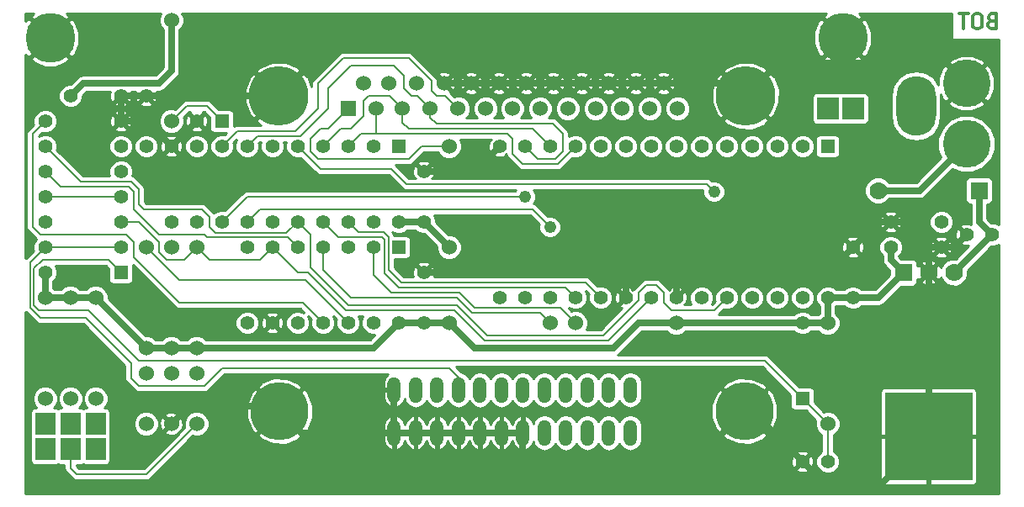
<source format=gbl>
G04 (created by PCBNEW (2013-07-07 BZR 4022)-stable) date 28.12.2015 18:38:58*
%MOIN*%
G04 Gerber Fmt 3.4, Leading zero omitted, Abs format*
%FSLAX34Y34*%
G01*
G70*
G90*
G04 APERTURE LIST*
%ADD10C,0.00393701*%
%ADD11C,0.011811*%
%ADD12C,0.06*%
%ADD13R,0.055X0.055*%
%ADD14C,0.055*%
%ADD15C,0.23622*%
%ADD16R,0.06X0.06*%
%ADD17O,0.052X0.104*%
%ADD18C,0.23*%
%ADD19R,0.07X0.07*%
%ADD20C,0.07*%
%ADD21R,0.35X0.35*%
%ADD22R,0.0787402X0.0866142*%
%ADD23R,0.0866142X0.0866142*%
%ADD24C,0.189*%
%ADD25O,0.15748X0.23622*%
%ADD26C,0.19685*%
%ADD27C,0.048*%
%ADD28C,0.008*%
%ADD29C,0.026*%
%ADD30C,0.0098*%
G04 APERTURE END LIST*
G54D10*
G54D11*
X38492Y-529D02*
X38407Y-557D01*
X38379Y-585D01*
X38351Y-642D01*
X38351Y-726D01*
X38379Y-782D01*
X38407Y-810D01*
X38464Y-839D01*
X38688Y-839D01*
X38688Y-248D01*
X38492Y-248D01*
X38435Y-276D01*
X38407Y-304D01*
X38379Y-360D01*
X38379Y-417D01*
X38407Y-473D01*
X38435Y-501D01*
X38492Y-529D01*
X38688Y-529D01*
X37985Y-248D02*
X37873Y-248D01*
X37817Y-276D01*
X37760Y-332D01*
X37732Y-445D01*
X37732Y-642D01*
X37760Y-754D01*
X37817Y-810D01*
X37873Y-839D01*
X37985Y-839D01*
X38042Y-810D01*
X38098Y-754D01*
X38126Y-642D01*
X38126Y-445D01*
X38098Y-332D01*
X38042Y-276D01*
X37985Y-248D01*
X37564Y-248D02*
X37226Y-248D01*
X37395Y-839D02*
X37395Y-248D01*
G54D12*
X17000Y-9500D03*
X17000Y-5500D03*
X3000Y-15500D03*
X3000Y-11500D03*
X2000Y-15500D03*
X2000Y-11500D03*
X1000Y-15500D03*
X1000Y-11500D03*
X6000Y-9500D03*
X6000Y-13500D03*
X17000Y-12500D03*
X21000Y-12500D03*
X6000Y-500D03*
X6000Y-4500D03*
X26000Y-12500D03*
X22000Y-12500D03*
X5000Y-13500D03*
X5000Y-9500D03*
X7000Y-13500D03*
X7000Y-9500D03*
X32000Y-12500D03*
X32000Y-16500D03*
G54D13*
X15000Y-5500D03*
G54D14*
X14000Y-5500D03*
X13000Y-5500D03*
X12000Y-5500D03*
X11000Y-5500D03*
X10000Y-5500D03*
X9000Y-5500D03*
X8000Y-5500D03*
X7000Y-5500D03*
X6000Y-5500D03*
X6000Y-8500D03*
X7000Y-8500D03*
X8000Y-8500D03*
X9000Y-8500D03*
X10000Y-8500D03*
X11000Y-8500D03*
X12000Y-8500D03*
X13000Y-8500D03*
X14000Y-8500D03*
X15000Y-8500D03*
G54D13*
X15000Y-9500D03*
G54D14*
X14000Y-9500D03*
X13000Y-9500D03*
X12000Y-9500D03*
X11000Y-9500D03*
X10000Y-9500D03*
X9000Y-9500D03*
X9000Y-12500D03*
X10000Y-12500D03*
X11000Y-12500D03*
X12000Y-12500D03*
X13000Y-12500D03*
X14000Y-12500D03*
X15000Y-12500D03*
G54D13*
X4000Y-10500D03*
G54D14*
X4000Y-9500D03*
X4000Y-8500D03*
X4000Y-7500D03*
X4000Y-6500D03*
X4000Y-5500D03*
X4000Y-4500D03*
X1000Y-4500D03*
X1000Y-5500D03*
X1000Y-6500D03*
X1000Y-7500D03*
X1000Y-8500D03*
X1000Y-9500D03*
X1000Y-10500D03*
G54D15*
X28750Y-3500D03*
X10250Y-3500D03*
G54D16*
X13000Y-4000D03*
G54D12*
X14100Y-4000D03*
X15150Y-4000D03*
X16250Y-4000D03*
X17350Y-4000D03*
X18450Y-4000D03*
X19500Y-4000D03*
X20600Y-4000D03*
X21700Y-4000D03*
X22800Y-4000D03*
X23850Y-4000D03*
X24950Y-4000D03*
X26050Y-4000D03*
X13620Y-3000D03*
X14620Y-3000D03*
X15720Y-3000D03*
X16800Y-3000D03*
X17880Y-3000D03*
X18980Y-3000D03*
X20060Y-3000D03*
X21140Y-3000D03*
X22260Y-3000D03*
X23320Y-3000D03*
X24400Y-3000D03*
X25500Y-3000D03*
G54D13*
X31000Y-15500D03*
G54D14*
X31000Y-12500D03*
X5000Y-5500D03*
X5000Y-3500D03*
X2000Y-3500D03*
X4000Y-3500D03*
X16000Y-8500D03*
X16000Y-6500D03*
X16000Y-12500D03*
X16000Y-10500D03*
X33000Y-11500D03*
X33000Y-9500D03*
X32000Y-18000D03*
X31000Y-18000D03*
G54D13*
X32000Y-5500D03*
G54D14*
X31000Y-5500D03*
X30000Y-5500D03*
X29000Y-5500D03*
X28000Y-5500D03*
X27000Y-5500D03*
X26000Y-5500D03*
X25000Y-5500D03*
X24000Y-5500D03*
X23000Y-5500D03*
X22000Y-5500D03*
X21000Y-5500D03*
X20000Y-5500D03*
X19000Y-5500D03*
X19000Y-11500D03*
X20000Y-11500D03*
X21000Y-11500D03*
X22000Y-11500D03*
X23000Y-11500D03*
X24000Y-11500D03*
X25000Y-11500D03*
X26000Y-11500D03*
X27000Y-11500D03*
X28000Y-11500D03*
X29000Y-11500D03*
X30000Y-11500D03*
X31000Y-11500D03*
X32000Y-11500D03*
G54D12*
X6000Y-14500D03*
X6000Y-16500D03*
X7000Y-14500D03*
X7000Y-16500D03*
X5000Y-14500D03*
X5000Y-16500D03*
G54D17*
X24175Y-15150D03*
X23325Y-15150D03*
X22475Y-15150D03*
X21625Y-15150D03*
X20775Y-15150D03*
X19925Y-15150D03*
X19075Y-15150D03*
X18225Y-15150D03*
X17375Y-15150D03*
X16525Y-15150D03*
X15675Y-15150D03*
X14825Y-15150D03*
X24175Y-16850D03*
X23325Y-16850D03*
X22475Y-16850D03*
X21625Y-16850D03*
X20775Y-16850D03*
X19925Y-16850D03*
X19075Y-16850D03*
X18225Y-16850D03*
X17375Y-16850D03*
X16525Y-16850D03*
X15675Y-16850D03*
X14825Y-16850D03*
G54D18*
X28710Y-16000D03*
X10290Y-16000D03*
G54D19*
X35000Y-10500D03*
G54D20*
X37000Y-10500D03*
X36000Y-10500D03*
G54D21*
X36000Y-17000D03*
G54D13*
X8000Y-4500D03*
G54D14*
X7000Y-4500D03*
G54D22*
X1000Y-17500D03*
X1000Y-16500D03*
X2000Y-17500D03*
X2000Y-16500D03*
X3000Y-17500D03*
X3000Y-16500D03*
G54D23*
X32000Y-4000D03*
X33000Y-4000D03*
G54D24*
X37500Y-3000D03*
X37500Y-5400D03*
G54D25*
X35500Y-3900D03*
G54D14*
X36500Y-8500D03*
X34500Y-8500D03*
X34500Y-9500D03*
X36500Y-9500D03*
X38500Y-9000D03*
X37500Y-9000D03*
G54D20*
X34000Y-7250D03*
G54D19*
X38000Y-7250D03*
G54D26*
X1200Y-1200D03*
X32600Y-1200D03*
G54D27*
X20000Y-7500D03*
X21000Y-8700D03*
X27500Y-7300D03*
G54D28*
X5500Y-9000D02*
X7300Y-9000D01*
X5500Y-9000D02*
X4500Y-8000D01*
X4500Y-8000D02*
X4500Y-7300D01*
X4500Y-7300D02*
X4300Y-7100D01*
X4300Y-7100D02*
X1600Y-7100D01*
X1000Y-6500D02*
X1600Y-7100D01*
X10600Y-9100D02*
X11000Y-9500D01*
X7400Y-9100D02*
X10600Y-9100D01*
X7300Y-9000D02*
X7400Y-9100D01*
X14100Y-4000D02*
X14100Y-5000D01*
X13000Y-5500D02*
X13500Y-5000D01*
X13500Y-5000D02*
X14100Y-5000D01*
X14100Y-5000D02*
X14500Y-5000D01*
X21300Y-6200D02*
X22000Y-5500D01*
X19900Y-6200D02*
X21300Y-6200D01*
X19500Y-5800D02*
X19900Y-6200D01*
X19500Y-5200D02*
X19500Y-5800D01*
X19300Y-5000D02*
X19500Y-5200D01*
X14500Y-5000D02*
X19300Y-5000D01*
X15150Y-4000D02*
X14650Y-3500D01*
X12700Y-4800D02*
X12000Y-5500D01*
X13100Y-4800D02*
X12700Y-4800D01*
X13600Y-4300D02*
X13100Y-4800D01*
X13600Y-3700D02*
X13600Y-4300D01*
X13800Y-3500D02*
X13600Y-3700D01*
X14650Y-3500D02*
X13800Y-3500D01*
X15150Y-4000D02*
X15150Y-4550D01*
X20300Y-4800D02*
X21000Y-5500D01*
X15400Y-4800D02*
X20300Y-4800D01*
X15150Y-4550D02*
X15400Y-4800D01*
X9000Y-5500D02*
X9400Y-5100D01*
X15750Y-3500D02*
X16250Y-4000D01*
X15500Y-3500D02*
X15750Y-3500D01*
X15200Y-3200D02*
X15500Y-3500D01*
X15200Y-2700D02*
X15200Y-3200D01*
X14800Y-2300D02*
X15200Y-2700D01*
X13100Y-2300D02*
X14800Y-2300D01*
X12200Y-3200D02*
X13100Y-2300D01*
X12200Y-4000D02*
X12200Y-3200D01*
X11100Y-5100D02*
X12200Y-4000D01*
X9400Y-5100D02*
X11100Y-5100D01*
X16250Y-4000D02*
X16250Y-4350D01*
X20500Y-6000D02*
X20000Y-5500D01*
X21200Y-6000D02*
X20500Y-6000D01*
X21500Y-5700D02*
X21200Y-6000D01*
X21500Y-5000D02*
X21500Y-5700D01*
X21100Y-4600D02*
X21500Y-5000D01*
X16500Y-4600D02*
X21100Y-4600D01*
X16250Y-4350D02*
X16500Y-4600D01*
X8000Y-5500D02*
X8600Y-4900D01*
X16850Y-3500D02*
X17350Y-4000D01*
X16500Y-3500D02*
X16850Y-3500D01*
X16300Y-3300D02*
X16500Y-3500D01*
X16300Y-2900D02*
X16300Y-3300D01*
X15400Y-2000D02*
X16300Y-2900D01*
X12800Y-2000D02*
X15400Y-2000D01*
X11800Y-3000D02*
X12800Y-2000D01*
X11800Y-4000D02*
X11800Y-3000D01*
X10900Y-4900D02*
X11800Y-4000D01*
X8600Y-4900D02*
X10900Y-4900D01*
X8000Y-8500D02*
X9000Y-7500D01*
X9000Y-7500D02*
X20000Y-7500D01*
X9000Y-8500D02*
X9500Y-8000D01*
X20300Y-8000D02*
X21000Y-8700D01*
X9500Y-8000D02*
X20300Y-8000D01*
X22000Y-11500D02*
X21600Y-11100D01*
X12600Y-9100D02*
X12000Y-8500D01*
X14339Y-9100D02*
X12600Y-9100D01*
X14439Y-9200D02*
X14339Y-9100D01*
X14439Y-10539D02*
X14439Y-9200D01*
X15000Y-11100D02*
X14439Y-10539D01*
X21600Y-11100D02*
X15000Y-11100D01*
X13000Y-8500D02*
X13400Y-8900D01*
X22400Y-10900D02*
X23000Y-11500D01*
X15100Y-10900D02*
X22400Y-10900D01*
X14600Y-10400D02*
X15100Y-10900D01*
X14600Y-9100D02*
X14600Y-10400D01*
X14400Y-8900D02*
X14600Y-9100D01*
X13400Y-8900D02*
X14400Y-8900D01*
X4700Y-15000D02*
X4400Y-14700D01*
X4700Y-15000D02*
X7300Y-15000D01*
X7300Y-15000D02*
X8000Y-14300D01*
X8000Y-14300D02*
X14400Y-14300D01*
X14400Y-14300D02*
X14400Y-14300D01*
X14400Y-14300D02*
X17000Y-14300D01*
X17000Y-14300D02*
X17375Y-14675D01*
X17375Y-15150D02*
X17375Y-14675D01*
X400Y-10100D02*
X1000Y-9500D01*
X400Y-10100D02*
X400Y-11900D01*
X800Y-12300D02*
X400Y-11900D01*
X2600Y-12300D02*
X800Y-12300D01*
X4400Y-14100D02*
X2600Y-12300D01*
X4400Y-14700D02*
X4400Y-14100D01*
X4000Y-9500D02*
X1000Y-9500D01*
X12000Y-9500D02*
X12000Y-10400D01*
X20600Y-12100D02*
X21000Y-12500D01*
X17900Y-12100D02*
X20600Y-12100D01*
X17300Y-11500D02*
X17900Y-12100D01*
X13100Y-11500D02*
X17300Y-11500D01*
X12000Y-10400D02*
X13100Y-11500D01*
X17400Y-11300D02*
X14700Y-11300D01*
X17400Y-11300D02*
X18000Y-11900D01*
X18000Y-11900D02*
X21400Y-11900D01*
X22000Y-12500D02*
X21400Y-11900D01*
X14000Y-10600D02*
X14000Y-9500D01*
X14700Y-11300D02*
X14000Y-10600D01*
X11000Y-5500D02*
X11900Y-6400D01*
X27200Y-7000D02*
X27500Y-7300D01*
X15300Y-7000D02*
X27200Y-7000D01*
X14700Y-6400D02*
X15300Y-7000D01*
X11900Y-6400D02*
X14700Y-6400D01*
X2400Y-6900D02*
X4400Y-6900D01*
X1000Y-5500D02*
X2400Y-6900D01*
X10560Y-8939D02*
X7739Y-8939D01*
X7739Y-8939D02*
X7500Y-8700D01*
X7500Y-8700D02*
X7500Y-8300D01*
X10560Y-8939D02*
X11000Y-8500D01*
X7200Y-8000D02*
X7500Y-8300D01*
X4900Y-8000D02*
X7200Y-8000D01*
X4700Y-7800D02*
X4900Y-8000D01*
X4700Y-7200D02*
X4700Y-7800D01*
X4400Y-6900D02*
X4700Y-7200D01*
X22300Y-13000D02*
X23100Y-13000D01*
X22300Y-13000D02*
X22300Y-13000D01*
X22300Y-13000D02*
X18500Y-13000D01*
X18500Y-13000D02*
X17300Y-11800D01*
X17300Y-11800D02*
X13000Y-11800D01*
X13000Y-11800D02*
X11500Y-10300D01*
X11500Y-10300D02*
X11500Y-9000D01*
X11000Y-8500D02*
X11500Y-9000D01*
X27500Y-12000D02*
X28000Y-11500D01*
X25800Y-12000D02*
X27500Y-12000D01*
X25500Y-11700D02*
X25800Y-12000D01*
X25500Y-11300D02*
X25500Y-11700D01*
X25200Y-11000D02*
X25500Y-11300D01*
X24800Y-11000D02*
X25200Y-11000D01*
X24500Y-11300D02*
X24800Y-11000D01*
X24500Y-11600D02*
X24500Y-11300D01*
X23100Y-13000D02*
X24500Y-11600D01*
X13000Y-4000D02*
X12200Y-4800D01*
X15900Y-5500D02*
X17000Y-5500D01*
X15400Y-6000D02*
X15900Y-5500D01*
X11800Y-6000D02*
X15400Y-6000D01*
X11500Y-5700D02*
X11800Y-6000D01*
X11500Y-5200D02*
X11500Y-5700D01*
X11900Y-4800D02*
X11500Y-5200D01*
X12200Y-4800D02*
X11900Y-4800D01*
G54D29*
X6000Y-5500D02*
X5000Y-4500D01*
X5000Y-4500D02*
X4000Y-4500D01*
X7000Y-4500D02*
X6000Y-5500D01*
X6000Y-16500D02*
X6700Y-15800D01*
X10090Y-15800D02*
X10290Y-16000D01*
X6700Y-15800D02*
X10090Y-15800D01*
X10250Y-3500D02*
X12150Y-1600D01*
X15400Y-1600D02*
X16800Y-3000D01*
X12150Y-1600D02*
X15400Y-1600D01*
X5000Y-3500D02*
X7000Y-3500D01*
X7000Y-3500D02*
X10250Y-3500D01*
X4000Y-3500D02*
X5000Y-3500D01*
X4000Y-4500D02*
X4000Y-3500D01*
X10290Y-16000D02*
X11140Y-16850D01*
X11140Y-16850D02*
X14825Y-16850D01*
X10000Y-15710D02*
X10290Y-16000D01*
X37500Y-3000D02*
X36700Y-2200D01*
X30050Y-2200D02*
X28750Y-3500D01*
X36700Y-2200D02*
X30050Y-2200D01*
X25500Y-3000D02*
X28250Y-3000D01*
X28250Y-3000D02*
X28750Y-3500D01*
X17880Y-3000D02*
X16800Y-3000D01*
X18980Y-3000D02*
X17880Y-3000D01*
X20060Y-3000D02*
X18980Y-3000D01*
X21140Y-3000D02*
X20060Y-3000D01*
X22260Y-3000D02*
X21140Y-3000D01*
X23320Y-3000D02*
X22260Y-3000D01*
X24400Y-3000D02*
X23320Y-3000D01*
X25500Y-3000D02*
X24400Y-3000D01*
X16000Y-6500D02*
X18000Y-6500D01*
X18000Y-6500D02*
X19000Y-5500D01*
X26000Y-11500D02*
X26000Y-10500D01*
X26000Y-10500D02*
X26100Y-10500D01*
X24000Y-11500D02*
X24000Y-10500D01*
X33000Y-9500D02*
X34000Y-8500D01*
X34000Y-8500D02*
X34500Y-8500D01*
X16000Y-10500D02*
X24000Y-10500D01*
X24000Y-10500D02*
X26100Y-10500D01*
X26100Y-10500D02*
X32000Y-10500D01*
X32000Y-10500D02*
X33000Y-9500D01*
X19925Y-16850D02*
X19925Y-17625D01*
X26610Y-18100D02*
X28710Y-16000D01*
X20400Y-18100D02*
X26610Y-18100D01*
X19925Y-17625D02*
X20400Y-18100D01*
X31000Y-18000D02*
X29000Y-16000D01*
X29000Y-16000D02*
X28710Y-16000D01*
X36000Y-17000D02*
X34100Y-18900D01*
X31900Y-18900D02*
X31000Y-18000D01*
X34100Y-18900D02*
X31900Y-18900D01*
X36000Y-10500D02*
X36000Y-17000D01*
X14825Y-16850D02*
X14825Y-15150D01*
X15675Y-16850D02*
X14825Y-16850D01*
X16525Y-16850D02*
X15675Y-16850D01*
X17375Y-16850D02*
X16525Y-16850D01*
X18225Y-16850D02*
X17375Y-16850D01*
X19075Y-16850D02*
X18225Y-16850D01*
X19925Y-16850D02*
X19075Y-16850D01*
X36500Y-9500D02*
X37000Y-9500D01*
X37000Y-9500D02*
X37500Y-9000D01*
X36000Y-9500D02*
X36500Y-9500D01*
X34500Y-8500D02*
X35000Y-8500D01*
X35000Y-8500D02*
X36000Y-9500D01*
X36000Y-9500D02*
X36000Y-10500D01*
G54D28*
X1000Y-4500D02*
X500Y-5000D01*
X11200Y-11700D02*
X12000Y-12500D01*
X6300Y-11700D02*
X11200Y-11700D01*
X4500Y-9900D02*
X6300Y-11700D01*
X4500Y-9300D02*
X4500Y-9900D01*
X4200Y-9000D02*
X4500Y-9300D01*
X800Y-9000D02*
X4200Y-9000D01*
X500Y-8700D02*
X800Y-9000D01*
X500Y-5000D02*
X500Y-8700D01*
X6000Y-4500D02*
X6600Y-3900D01*
X7400Y-3900D02*
X8000Y-4500D01*
X6600Y-3900D02*
X7400Y-3900D01*
X2000Y-17500D02*
X2000Y-18250D01*
X5000Y-18500D02*
X7000Y-16500D01*
X2250Y-18500D02*
X5000Y-18500D01*
X2000Y-18250D02*
X2250Y-18500D01*
X2000Y-17500D02*
X2000Y-17500D01*
X7000Y-16500D02*
X7000Y-16500D01*
G54D29*
X34000Y-7250D02*
X35650Y-7250D01*
X35650Y-7250D02*
X37500Y-5400D01*
X38500Y-9000D02*
X37000Y-10500D01*
X38000Y-7250D02*
X38000Y-8500D01*
X38000Y-8500D02*
X38500Y-9000D01*
G54D28*
X4000Y-8500D02*
X4700Y-8500D01*
X6500Y-10000D02*
X7000Y-9500D01*
X5800Y-10000D02*
X6500Y-10000D01*
X5500Y-9700D02*
X5800Y-10000D01*
X5500Y-9300D02*
X5500Y-9700D01*
X4700Y-8500D02*
X5500Y-9300D01*
X10000Y-9500D02*
X11000Y-10500D01*
X23300Y-13200D02*
X25000Y-11500D01*
X18400Y-13200D02*
X23300Y-13200D01*
X17200Y-12000D02*
X18400Y-13200D01*
X12900Y-12000D02*
X17200Y-12000D01*
X11400Y-10500D02*
X12900Y-12000D01*
X11000Y-10500D02*
X11400Y-10500D01*
X7000Y-9500D02*
X7500Y-10000D01*
X9500Y-10000D02*
X10000Y-9500D01*
X7500Y-10000D02*
X9500Y-10000D01*
X13000Y-12500D02*
X11300Y-10800D01*
X6300Y-10800D02*
X5000Y-9500D01*
X11300Y-10800D02*
X6300Y-10800D01*
X1000Y-7500D02*
X4000Y-7500D01*
X4700Y-14000D02*
X2700Y-12000D01*
X29500Y-14000D02*
X4700Y-14000D01*
X31000Y-15500D02*
X29500Y-14000D01*
X760Y-12000D02*
X560Y-11800D01*
X2700Y-12000D02*
X760Y-12000D01*
X3500Y-10000D02*
X4000Y-10500D01*
X560Y-11800D02*
X560Y-10339D01*
X560Y-10339D02*
X900Y-10000D01*
X900Y-10000D02*
X3500Y-10000D01*
X560Y-11760D02*
X560Y-11800D01*
X32000Y-16500D02*
X31000Y-15500D01*
X32000Y-16500D02*
X32000Y-18000D01*
G54D29*
X6000Y-500D02*
X6000Y-2500D01*
X2500Y-3000D02*
X2000Y-3500D01*
X5500Y-3000D02*
X2500Y-3000D01*
X6000Y-2500D02*
X5500Y-3000D01*
X18000Y-13500D02*
X23500Y-13500D01*
X17000Y-12500D02*
X18000Y-13500D01*
X24500Y-12500D02*
X26000Y-12500D01*
X23500Y-13500D02*
X24500Y-12500D01*
X3000Y-11500D02*
X5000Y-13500D01*
X2000Y-11500D02*
X3000Y-11500D01*
X1000Y-11500D02*
X2000Y-11500D01*
X1000Y-10500D02*
X1000Y-11500D01*
X26000Y-12500D02*
X26000Y-12500D01*
X7000Y-13500D02*
X14000Y-13500D01*
X14000Y-13500D02*
X15000Y-12500D01*
X6000Y-13500D02*
X7000Y-13500D01*
X5000Y-13500D02*
X6000Y-13500D01*
X16000Y-8500D02*
X17000Y-9500D01*
X15000Y-8500D02*
X16000Y-8500D01*
X15000Y-12500D02*
X16000Y-12500D01*
X16000Y-12500D02*
X17000Y-12500D01*
X31000Y-12500D02*
X26000Y-12500D01*
X32000Y-12500D02*
X31000Y-12500D01*
X33000Y-11500D02*
X34000Y-11500D01*
X34000Y-11500D02*
X35000Y-10500D01*
X32000Y-11500D02*
X33000Y-11500D01*
X32000Y-12500D02*
X32000Y-11500D01*
X34500Y-9500D02*
X34500Y-10000D01*
X34500Y-10000D02*
X35000Y-10500D01*
G54D10*
G36*
X6061Y-14505D02*
X6005Y-14561D01*
X6000Y-14555D01*
X5994Y-14561D01*
X5938Y-14505D01*
X5944Y-14500D01*
X5938Y-14494D01*
X5994Y-14438D01*
X6000Y-14444D01*
X6005Y-14438D01*
X6061Y-14494D01*
X6055Y-14500D01*
X6061Y-14505D01*
X6061Y-14505D01*
G37*
G54D30*
X6061Y-14505D02*
X6005Y-14561D01*
X6000Y-14555D01*
X5994Y-14561D01*
X5938Y-14505D01*
X5944Y-14500D01*
X5938Y-14494D01*
X5994Y-14438D01*
X6000Y-14444D01*
X6005Y-14438D01*
X6061Y-14494D01*
X6055Y-14500D01*
X6061Y-14505D01*
G54D10*
G36*
X9061Y-9505D02*
X9005Y-9561D01*
X9000Y-9555D01*
X8994Y-9561D01*
X8938Y-9505D01*
X8944Y-9500D01*
X8938Y-9494D01*
X8994Y-9438D01*
X9000Y-9444D01*
X9005Y-9438D01*
X9061Y-9494D01*
X9055Y-9500D01*
X9061Y-9505D01*
X9061Y-9505D01*
G37*
G54D30*
X9061Y-9505D02*
X9005Y-9561D01*
X9000Y-9555D01*
X8994Y-9561D01*
X8938Y-9505D01*
X8944Y-9500D01*
X8938Y-9494D01*
X8994Y-9438D01*
X9000Y-9444D01*
X9005Y-9438D01*
X9061Y-9494D01*
X9055Y-9500D01*
X9061Y-9505D01*
G54D10*
G36*
X14060Y-12974D02*
X13863Y-13171D01*
X10445Y-13171D01*
X10445Y-12566D01*
X10437Y-12390D01*
X10386Y-12268D01*
X10315Y-12240D01*
X10259Y-12295D01*
X10259Y-12184D01*
X10231Y-12113D01*
X10066Y-12054D01*
X9890Y-12062D01*
X9768Y-12113D01*
X9740Y-12184D01*
X10000Y-12444D01*
X10259Y-12184D01*
X10259Y-12295D01*
X10055Y-12500D01*
X10315Y-12759D01*
X10386Y-12731D01*
X10445Y-12566D01*
X10445Y-13171D01*
X10259Y-13171D01*
X10259Y-12815D01*
X10000Y-12555D01*
X9944Y-12611D01*
X9944Y-12500D01*
X9684Y-12240D01*
X9613Y-12268D01*
X9554Y-12433D01*
X9562Y-12609D01*
X9613Y-12731D01*
X9684Y-12759D01*
X9944Y-12500D01*
X9944Y-12611D01*
X9740Y-12815D01*
X9768Y-12886D01*
X9933Y-12945D01*
X10109Y-12937D01*
X10231Y-12886D01*
X10259Y-12815D01*
X10259Y-13171D01*
X9474Y-13171D01*
X9474Y-12406D01*
X9402Y-12231D01*
X9268Y-12098D01*
X9094Y-12026D01*
X8906Y-12025D01*
X8731Y-12097D01*
X8598Y-12231D01*
X8526Y-12405D01*
X8525Y-12593D01*
X8597Y-12768D01*
X8731Y-12901D01*
X8905Y-12973D01*
X9093Y-12974D01*
X9268Y-12902D01*
X9401Y-12768D01*
X9473Y-12594D01*
X9474Y-12406D01*
X9474Y-13171D01*
X7376Y-13171D01*
X7283Y-13077D01*
X7099Y-13001D01*
X6901Y-13000D01*
X6717Y-13076D01*
X6623Y-13171D01*
X6376Y-13171D01*
X6283Y-13077D01*
X6099Y-13001D01*
X5901Y-13000D01*
X5717Y-13076D01*
X5623Y-13171D01*
X5376Y-13171D01*
X5283Y-13077D01*
X5099Y-13001D01*
X4966Y-13000D01*
X3498Y-11533D01*
X3499Y-11401D01*
X3423Y-11217D01*
X3283Y-11077D01*
X3099Y-11001D01*
X2901Y-11000D01*
X2717Y-11076D01*
X2623Y-11171D01*
X2376Y-11171D01*
X2283Y-11077D01*
X2099Y-11001D01*
X1901Y-11000D01*
X1717Y-11076D01*
X1623Y-11171D01*
X1376Y-11171D01*
X1329Y-11123D01*
X1329Y-10841D01*
X1401Y-10768D01*
X1473Y-10594D01*
X1474Y-10406D01*
X1405Y-10239D01*
X3401Y-10239D01*
X3525Y-10363D01*
X3525Y-10814D01*
X3556Y-10887D01*
X3612Y-10943D01*
X3685Y-10973D01*
X3764Y-10974D01*
X4314Y-10974D01*
X4387Y-10943D01*
X4443Y-10887D01*
X4473Y-10814D01*
X4474Y-10735D01*
X4474Y-10212D01*
X6131Y-11868D01*
X6131Y-11868D01*
X6208Y-11920D01*
X6300Y-11939D01*
X11101Y-11939D01*
X11254Y-12092D01*
X11094Y-12026D01*
X10906Y-12025D01*
X10731Y-12097D01*
X10598Y-12231D01*
X10526Y-12405D01*
X10525Y-12593D01*
X10597Y-12768D01*
X10731Y-12901D01*
X10905Y-12973D01*
X11093Y-12974D01*
X11268Y-12902D01*
X11401Y-12768D01*
X11473Y-12594D01*
X11474Y-12406D01*
X11407Y-12245D01*
X11538Y-12376D01*
X11526Y-12405D01*
X11525Y-12593D01*
X11597Y-12768D01*
X11731Y-12901D01*
X11905Y-12973D01*
X12093Y-12974D01*
X12268Y-12902D01*
X12401Y-12768D01*
X12473Y-12594D01*
X12474Y-12406D01*
X12407Y-12245D01*
X12538Y-12376D01*
X12526Y-12405D01*
X12525Y-12593D01*
X12597Y-12768D01*
X12731Y-12901D01*
X12905Y-12973D01*
X13093Y-12974D01*
X13268Y-12902D01*
X13401Y-12768D01*
X13473Y-12594D01*
X13474Y-12406D01*
X13405Y-12239D01*
X13595Y-12239D01*
X13526Y-12405D01*
X13525Y-12593D01*
X13597Y-12768D01*
X13731Y-12901D01*
X13905Y-12973D01*
X14060Y-12974D01*
X14060Y-12974D01*
G37*
G54D30*
X14060Y-12974D02*
X13863Y-13171D01*
X10445Y-13171D01*
X10445Y-12566D01*
X10437Y-12390D01*
X10386Y-12268D01*
X10315Y-12240D01*
X10259Y-12295D01*
X10259Y-12184D01*
X10231Y-12113D01*
X10066Y-12054D01*
X9890Y-12062D01*
X9768Y-12113D01*
X9740Y-12184D01*
X10000Y-12444D01*
X10259Y-12184D01*
X10259Y-12295D01*
X10055Y-12500D01*
X10315Y-12759D01*
X10386Y-12731D01*
X10445Y-12566D01*
X10445Y-13171D01*
X10259Y-13171D01*
X10259Y-12815D01*
X10000Y-12555D01*
X9944Y-12611D01*
X9944Y-12500D01*
X9684Y-12240D01*
X9613Y-12268D01*
X9554Y-12433D01*
X9562Y-12609D01*
X9613Y-12731D01*
X9684Y-12759D01*
X9944Y-12500D01*
X9944Y-12611D01*
X9740Y-12815D01*
X9768Y-12886D01*
X9933Y-12945D01*
X10109Y-12937D01*
X10231Y-12886D01*
X10259Y-12815D01*
X10259Y-13171D01*
X9474Y-13171D01*
X9474Y-12406D01*
X9402Y-12231D01*
X9268Y-12098D01*
X9094Y-12026D01*
X8906Y-12025D01*
X8731Y-12097D01*
X8598Y-12231D01*
X8526Y-12405D01*
X8525Y-12593D01*
X8597Y-12768D01*
X8731Y-12901D01*
X8905Y-12973D01*
X9093Y-12974D01*
X9268Y-12902D01*
X9401Y-12768D01*
X9473Y-12594D01*
X9474Y-12406D01*
X9474Y-13171D01*
X7376Y-13171D01*
X7283Y-13077D01*
X7099Y-13001D01*
X6901Y-13000D01*
X6717Y-13076D01*
X6623Y-13171D01*
X6376Y-13171D01*
X6283Y-13077D01*
X6099Y-13001D01*
X5901Y-13000D01*
X5717Y-13076D01*
X5623Y-13171D01*
X5376Y-13171D01*
X5283Y-13077D01*
X5099Y-13001D01*
X4966Y-13000D01*
X3498Y-11533D01*
X3499Y-11401D01*
X3423Y-11217D01*
X3283Y-11077D01*
X3099Y-11001D01*
X2901Y-11000D01*
X2717Y-11076D01*
X2623Y-11171D01*
X2376Y-11171D01*
X2283Y-11077D01*
X2099Y-11001D01*
X1901Y-11000D01*
X1717Y-11076D01*
X1623Y-11171D01*
X1376Y-11171D01*
X1329Y-11123D01*
X1329Y-10841D01*
X1401Y-10768D01*
X1473Y-10594D01*
X1474Y-10406D01*
X1405Y-10239D01*
X3401Y-10239D01*
X3525Y-10363D01*
X3525Y-10814D01*
X3556Y-10887D01*
X3612Y-10943D01*
X3685Y-10973D01*
X3764Y-10974D01*
X4314Y-10974D01*
X4387Y-10943D01*
X4443Y-10887D01*
X4473Y-10814D01*
X4474Y-10735D01*
X4474Y-10212D01*
X6131Y-11868D01*
X6131Y-11868D01*
X6208Y-11920D01*
X6300Y-11939D01*
X11101Y-11939D01*
X11254Y-12092D01*
X11094Y-12026D01*
X10906Y-12025D01*
X10731Y-12097D01*
X10598Y-12231D01*
X10526Y-12405D01*
X10525Y-12593D01*
X10597Y-12768D01*
X10731Y-12901D01*
X10905Y-12973D01*
X11093Y-12974D01*
X11268Y-12902D01*
X11401Y-12768D01*
X11473Y-12594D01*
X11474Y-12406D01*
X11407Y-12245D01*
X11538Y-12376D01*
X11526Y-12405D01*
X11525Y-12593D01*
X11597Y-12768D01*
X11731Y-12901D01*
X11905Y-12973D01*
X12093Y-12974D01*
X12268Y-12902D01*
X12401Y-12768D01*
X12473Y-12594D01*
X12474Y-12406D01*
X12407Y-12245D01*
X12538Y-12376D01*
X12526Y-12405D01*
X12525Y-12593D01*
X12597Y-12768D01*
X12731Y-12901D01*
X12905Y-12973D01*
X13093Y-12974D01*
X13268Y-12902D01*
X13401Y-12768D01*
X13473Y-12594D01*
X13474Y-12406D01*
X13405Y-12239D01*
X13595Y-12239D01*
X13526Y-12405D01*
X13525Y-12593D01*
X13597Y-12768D01*
X13731Y-12901D01*
X13905Y-12973D01*
X14060Y-12974D01*
G54D10*
G36*
X38771Y-19271D02*
X37917Y-19271D01*
X37917Y-18783D01*
X37917Y-15216D01*
X37891Y-15155D01*
X37844Y-15108D01*
X37783Y-15082D01*
X37716Y-15082D01*
X36314Y-15082D01*
X36314Y-10870D01*
X36000Y-10555D01*
X35685Y-10870D01*
X35722Y-10948D01*
X35915Y-11020D01*
X36121Y-11013D01*
X36277Y-10948D01*
X36314Y-10870D01*
X36314Y-15082D01*
X36081Y-15082D01*
X36039Y-15124D01*
X36039Y-16960D01*
X37875Y-16960D01*
X37917Y-16918D01*
X37917Y-15216D01*
X37917Y-18783D01*
X37917Y-17081D01*
X37875Y-17039D01*
X36039Y-17039D01*
X36039Y-18875D01*
X36081Y-18917D01*
X37716Y-18917D01*
X37783Y-18917D01*
X37844Y-18891D01*
X37891Y-18844D01*
X37917Y-18783D01*
X37917Y-19271D01*
X35960Y-19271D01*
X35960Y-18875D01*
X35960Y-17039D01*
X35960Y-16960D01*
X35960Y-15124D01*
X35918Y-15082D01*
X34283Y-15082D01*
X34216Y-15082D01*
X34155Y-15108D01*
X34108Y-15155D01*
X34082Y-15216D01*
X34082Y-16918D01*
X34124Y-16960D01*
X35960Y-16960D01*
X35960Y-17039D01*
X34124Y-17039D01*
X34082Y-17081D01*
X34082Y-18783D01*
X34108Y-18844D01*
X34155Y-18891D01*
X34216Y-18917D01*
X34283Y-18917D01*
X35918Y-18917D01*
X35960Y-18875D01*
X35960Y-19271D01*
X31445Y-19271D01*
X31445Y-18066D01*
X31437Y-17890D01*
X31386Y-17768D01*
X31315Y-17740D01*
X31259Y-17795D01*
X31259Y-17684D01*
X31231Y-17613D01*
X31066Y-17554D01*
X30890Y-17562D01*
X30768Y-17613D01*
X30740Y-17684D01*
X31000Y-17944D01*
X31259Y-17684D01*
X31259Y-17795D01*
X31055Y-18000D01*
X31315Y-18259D01*
X31386Y-18231D01*
X31445Y-18066D01*
X31445Y-19271D01*
X31259Y-19271D01*
X31259Y-18315D01*
X31000Y-18055D01*
X30944Y-18111D01*
X30944Y-18000D01*
X30684Y-17740D01*
X30613Y-17768D01*
X30554Y-17933D01*
X30562Y-18109D01*
X30613Y-18231D01*
X30684Y-18259D01*
X30944Y-18000D01*
X30944Y-18111D01*
X30740Y-18315D01*
X30768Y-18386D01*
X30933Y-18445D01*
X31109Y-18437D01*
X31231Y-18386D01*
X31259Y-18315D01*
X31259Y-19271D01*
X30029Y-19271D01*
X30029Y-15750D01*
X29833Y-15264D01*
X29819Y-15242D01*
X29657Y-15108D01*
X29601Y-15164D01*
X29601Y-15052D01*
X29467Y-14890D01*
X28984Y-14685D01*
X28460Y-14680D01*
X27974Y-14876D01*
X27952Y-14890D01*
X27818Y-15052D01*
X28710Y-15944D01*
X29601Y-15052D01*
X29601Y-15164D01*
X28765Y-16000D01*
X29657Y-16891D01*
X29819Y-16757D01*
X30024Y-16274D01*
X30029Y-15750D01*
X30029Y-19271D01*
X29601Y-19271D01*
X29601Y-16947D01*
X28710Y-16055D01*
X28654Y-16111D01*
X28654Y-16000D01*
X27762Y-15108D01*
X27600Y-15242D01*
X27395Y-15725D01*
X27390Y-16249D01*
X27586Y-16735D01*
X27600Y-16757D01*
X27762Y-16891D01*
X28654Y-16000D01*
X28654Y-16111D01*
X27818Y-16947D01*
X27952Y-17109D01*
X28435Y-17314D01*
X28959Y-17319D01*
X29445Y-17123D01*
X29467Y-17109D01*
X29601Y-16947D01*
X29601Y-19271D01*
X24634Y-19271D01*
X24634Y-17124D01*
X24634Y-16575D01*
X24599Y-16400D01*
X24499Y-16251D01*
X24350Y-16151D01*
X24175Y-16116D01*
X23999Y-16151D01*
X23850Y-16251D01*
X23750Y-16400D01*
X23750Y-16404D01*
X23749Y-16400D01*
X23649Y-16251D01*
X23500Y-16151D01*
X23325Y-16116D01*
X23149Y-16151D01*
X23000Y-16251D01*
X22900Y-16400D01*
X22900Y-16404D01*
X22899Y-16400D01*
X22799Y-16251D01*
X22650Y-16151D01*
X22475Y-16116D01*
X22299Y-16151D01*
X22150Y-16251D01*
X22050Y-16400D01*
X22050Y-16404D01*
X22049Y-16400D01*
X21949Y-16251D01*
X21800Y-16151D01*
X21625Y-16116D01*
X21449Y-16151D01*
X21300Y-16251D01*
X21200Y-16400D01*
X21200Y-16404D01*
X21199Y-16400D01*
X21099Y-16251D01*
X20950Y-16151D01*
X20775Y-16116D01*
X20599Y-16151D01*
X20450Y-16251D01*
X20350Y-16400D01*
X20333Y-16487D01*
X20304Y-16390D01*
X20199Y-16260D01*
X20051Y-16180D01*
X20030Y-16176D01*
X19964Y-16206D01*
X19964Y-16810D01*
X19972Y-16810D01*
X19972Y-16889D01*
X19964Y-16889D01*
X19964Y-17493D01*
X20030Y-17523D01*
X20051Y-17519D01*
X20199Y-17439D01*
X20304Y-17309D01*
X20333Y-17212D01*
X20350Y-17299D01*
X20450Y-17448D01*
X20599Y-17548D01*
X20775Y-17583D01*
X20950Y-17548D01*
X21099Y-17448D01*
X21199Y-17299D01*
X21200Y-17295D01*
X21200Y-17299D01*
X21300Y-17448D01*
X21449Y-17548D01*
X21625Y-17583D01*
X21800Y-17548D01*
X21949Y-17448D01*
X22049Y-17299D01*
X22050Y-17295D01*
X22050Y-17299D01*
X22150Y-17448D01*
X22299Y-17548D01*
X22475Y-17583D01*
X22650Y-17548D01*
X22799Y-17448D01*
X22899Y-17299D01*
X22900Y-17295D01*
X22900Y-17299D01*
X23000Y-17448D01*
X23149Y-17548D01*
X23325Y-17583D01*
X23500Y-17548D01*
X23649Y-17448D01*
X23749Y-17299D01*
X23750Y-17295D01*
X23750Y-17299D01*
X23850Y-17448D01*
X23999Y-17548D01*
X24175Y-17583D01*
X24350Y-17548D01*
X24499Y-17448D01*
X24599Y-17299D01*
X24634Y-17124D01*
X24634Y-19271D01*
X19885Y-19271D01*
X19885Y-17493D01*
X19885Y-16889D01*
X19885Y-16810D01*
X19885Y-16206D01*
X19819Y-16176D01*
X19798Y-16180D01*
X19650Y-16260D01*
X19545Y-16390D01*
X19500Y-16543D01*
X19454Y-16390D01*
X19349Y-16260D01*
X19201Y-16180D01*
X19180Y-16176D01*
X19114Y-16206D01*
X19114Y-16810D01*
X19497Y-16810D01*
X19502Y-16810D01*
X19885Y-16810D01*
X19885Y-16889D01*
X19502Y-16889D01*
X19497Y-16889D01*
X19114Y-16889D01*
X19114Y-17493D01*
X19180Y-17523D01*
X19201Y-17519D01*
X19349Y-17439D01*
X19454Y-17309D01*
X19500Y-17156D01*
X19545Y-17309D01*
X19650Y-17439D01*
X19798Y-17519D01*
X19819Y-17523D01*
X19885Y-17493D01*
X19885Y-19271D01*
X19035Y-19271D01*
X19035Y-17493D01*
X19035Y-16889D01*
X19035Y-16810D01*
X19035Y-16206D01*
X18969Y-16176D01*
X18948Y-16180D01*
X18800Y-16260D01*
X18695Y-16390D01*
X18650Y-16543D01*
X18604Y-16390D01*
X18499Y-16260D01*
X18351Y-16180D01*
X18330Y-16176D01*
X18264Y-16206D01*
X18264Y-16810D01*
X18647Y-16810D01*
X18652Y-16810D01*
X19035Y-16810D01*
X19035Y-16889D01*
X18652Y-16889D01*
X18647Y-16889D01*
X18264Y-16889D01*
X18264Y-17493D01*
X18330Y-17523D01*
X18351Y-17519D01*
X18499Y-17439D01*
X18604Y-17309D01*
X18650Y-17156D01*
X18695Y-17309D01*
X18800Y-17439D01*
X18948Y-17519D01*
X18969Y-17523D01*
X19035Y-17493D01*
X19035Y-19271D01*
X18185Y-19271D01*
X18185Y-17493D01*
X18185Y-16889D01*
X18185Y-16810D01*
X18185Y-16206D01*
X18119Y-16176D01*
X18098Y-16180D01*
X17950Y-16260D01*
X17845Y-16390D01*
X17800Y-16543D01*
X17754Y-16390D01*
X17649Y-16260D01*
X17501Y-16180D01*
X17480Y-16176D01*
X17414Y-16206D01*
X17414Y-16810D01*
X17797Y-16810D01*
X17802Y-16810D01*
X18185Y-16810D01*
X18185Y-16889D01*
X17802Y-16889D01*
X17797Y-16889D01*
X17414Y-16889D01*
X17414Y-17493D01*
X17480Y-17523D01*
X17501Y-17519D01*
X17649Y-17439D01*
X17754Y-17309D01*
X17800Y-17156D01*
X17845Y-17309D01*
X17950Y-17439D01*
X18098Y-17519D01*
X18119Y-17523D01*
X18185Y-17493D01*
X18185Y-19271D01*
X17335Y-19271D01*
X17335Y-17493D01*
X17335Y-16889D01*
X17335Y-16810D01*
X17335Y-16206D01*
X17269Y-16176D01*
X17248Y-16180D01*
X17100Y-16260D01*
X16995Y-16390D01*
X16950Y-16543D01*
X16904Y-16390D01*
X16799Y-16260D01*
X16651Y-16180D01*
X16630Y-16176D01*
X16564Y-16206D01*
X16564Y-16810D01*
X16947Y-16810D01*
X16952Y-16810D01*
X17335Y-16810D01*
X17335Y-16889D01*
X16952Y-16889D01*
X16947Y-16889D01*
X16564Y-16889D01*
X16564Y-17493D01*
X16630Y-17523D01*
X16651Y-17519D01*
X16799Y-17439D01*
X16904Y-17309D01*
X16950Y-17156D01*
X16995Y-17309D01*
X17100Y-17439D01*
X17248Y-17519D01*
X17269Y-17523D01*
X17335Y-17493D01*
X17335Y-19271D01*
X16485Y-19271D01*
X16485Y-17493D01*
X16485Y-16889D01*
X16485Y-16810D01*
X16485Y-16206D01*
X16419Y-16176D01*
X16398Y-16180D01*
X16250Y-16260D01*
X16145Y-16390D01*
X16100Y-16543D01*
X16054Y-16390D01*
X15949Y-16260D01*
X15801Y-16180D01*
X15780Y-16176D01*
X15714Y-16206D01*
X15714Y-16810D01*
X16097Y-16810D01*
X16102Y-16810D01*
X16485Y-16810D01*
X16485Y-16889D01*
X16102Y-16889D01*
X16097Y-16889D01*
X15714Y-16889D01*
X15714Y-17493D01*
X15780Y-17523D01*
X15801Y-17519D01*
X15949Y-17439D01*
X16054Y-17309D01*
X16100Y-17156D01*
X16145Y-17309D01*
X16250Y-17439D01*
X16398Y-17519D01*
X16419Y-17523D01*
X16485Y-17493D01*
X16485Y-19271D01*
X15635Y-19271D01*
X15635Y-17493D01*
X15635Y-16889D01*
X15635Y-16810D01*
X15635Y-16206D01*
X15569Y-16176D01*
X15548Y-16180D01*
X15400Y-16260D01*
X15295Y-16390D01*
X15250Y-16543D01*
X15204Y-16390D01*
X15099Y-16260D01*
X14951Y-16180D01*
X14930Y-16176D01*
X14864Y-16206D01*
X14864Y-16810D01*
X15247Y-16810D01*
X15252Y-16810D01*
X15635Y-16810D01*
X15635Y-16889D01*
X15252Y-16889D01*
X15247Y-16889D01*
X14864Y-16889D01*
X14864Y-17493D01*
X14930Y-17523D01*
X14951Y-17519D01*
X15099Y-17439D01*
X15204Y-17309D01*
X15250Y-17156D01*
X15295Y-17309D01*
X15400Y-17439D01*
X15548Y-17519D01*
X15569Y-17523D01*
X15635Y-17493D01*
X15635Y-19271D01*
X14785Y-19271D01*
X14785Y-17493D01*
X14785Y-16889D01*
X14785Y-16810D01*
X14785Y-16206D01*
X14785Y-15793D01*
X14785Y-15189D01*
X14397Y-15189D01*
X14397Y-15449D01*
X14445Y-15609D01*
X14550Y-15739D01*
X14698Y-15819D01*
X14719Y-15823D01*
X14785Y-15793D01*
X14785Y-16206D01*
X14719Y-16176D01*
X14698Y-16180D01*
X14550Y-16260D01*
X14445Y-16390D01*
X14397Y-16550D01*
X14397Y-16810D01*
X14785Y-16810D01*
X14785Y-16889D01*
X14397Y-16889D01*
X14397Y-17149D01*
X14445Y-17309D01*
X14550Y-17439D01*
X14698Y-17519D01*
X14719Y-17523D01*
X14785Y-17493D01*
X14785Y-19271D01*
X11609Y-19271D01*
X11609Y-15750D01*
X11413Y-15264D01*
X11399Y-15242D01*
X11237Y-15108D01*
X11181Y-15164D01*
X11181Y-15052D01*
X11047Y-14890D01*
X10564Y-14685D01*
X10040Y-14680D01*
X9554Y-14876D01*
X9532Y-14890D01*
X9398Y-15052D01*
X10290Y-15944D01*
X11181Y-15052D01*
X11181Y-15164D01*
X10345Y-16000D01*
X11237Y-16891D01*
X11399Y-16757D01*
X11604Y-16274D01*
X11609Y-15750D01*
X11609Y-19271D01*
X11181Y-19271D01*
X11181Y-16947D01*
X10290Y-16055D01*
X10234Y-16111D01*
X10234Y-16000D01*
X9342Y-15108D01*
X9180Y-15242D01*
X8975Y-15725D01*
X8970Y-16249D01*
X9166Y-16735D01*
X9180Y-16757D01*
X9342Y-16891D01*
X10234Y-16000D01*
X10234Y-16111D01*
X9398Y-16947D01*
X9532Y-17109D01*
X10015Y-17314D01*
X10539Y-17319D01*
X11025Y-17123D01*
X11047Y-17109D01*
X11181Y-16947D01*
X11181Y-19271D01*
X7499Y-19271D01*
X7499Y-16401D01*
X7423Y-16217D01*
X7283Y-16077D01*
X7099Y-16001D01*
X6901Y-16000D01*
X6717Y-16076D01*
X6577Y-16216D01*
X6501Y-16400D01*
X6500Y-16598D01*
X6519Y-16642D01*
X6470Y-16691D01*
X6358Y-16803D01*
X6333Y-16778D01*
X6407Y-16747D01*
X6470Y-16572D01*
X6462Y-16386D01*
X6407Y-16252D01*
X6333Y-16221D01*
X6278Y-16277D01*
X6278Y-16166D01*
X6247Y-16092D01*
X6072Y-16029D01*
X5886Y-16037D01*
X5752Y-16092D01*
X5721Y-16166D01*
X6000Y-16444D01*
X6278Y-16166D01*
X6278Y-16277D01*
X6055Y-16500D01*
X6061Y-16505D01*
X6005Y-16561D01*
X6000Y-16555D01*
X5944Y-16611D01*
X5944Y-16500D01*
X5666Y-16221D01*
X5592Y-16252D01*
X5529Y-16427D01*
X5537Y-16613D01*
X5592Y-16747D01*
X5666Y-16778D01*
X5944Y-16500D01*
X5944Y-16611D01*
X5721Y-16833D01*
X5752Y-16907D01*
X5927Y-16970D01*
X6113Y-16962D01*
X6247Y-16907D01*
X6278Y-16833D01*
X6278Y-16833D01*
X6303Y-16858D01*
X6278Y-16883D01*
X5499Y-17662D01*
X5499Y-16401D01*
X5423Y-16217D01*
X5283Y-16077D01*
X5099Y-16001D01*
X4901Y-16000D01*
X4717Y-16076D01*
X4577Y-16216D01*
X4501Y-16400D01*
X4500Y-16598D01*
X4576Y-16782D01*
X4716Y-16922D01*
X4900Y-16998D01*
X5098Y-16999D01*
X5282Y-16923D01*
X5422Y-16783D01*
X5498Y-16599D01*
X5499Y-16401D01*
X5499Y-17662D01*
X4901Y-18261D01*
X2348Y-18261D01*
X2239Y-18151D01*
X2239Y-18132D01*
X2433Y-18132D01*
X2500Y-18104D01*
X2566Y-18132D01*
X2645Y-18132D01*
X3433Y-18132D01*
X3506Y-18101D01*
X3562Y-18045D01*
X3592Y-17972D01*
X3592Y-17893D01*
X3592Y-17027D01*
X3581Y-17000D01*
X3592Y-16972D01*
X3592Y-16893D01*
X3592Y-16027D01*
X3562Y-15954D01*
X3506Y-15898D01*
X3433Y-15867D01*
X3354Y-15867D01*
X3337Y-15867D01*
X3422Y-15783D01*
X3498Y-15599D01*
X3499Y-15401D01*
X3423Y-15217D01*
X3283Y-15077D01*
X3099Y-15001D01*
X2901Y-15000D01*
X2717Y-15076D01*
X2577Y-15216D01*
X2501Y-15400D01*
X2500Y-15598D01*
X2576Y-15782D01*
X2662Y-15867D01*
X2566Y-15867D01*
X2499Y-15895D01*
X2433Y-15867D01*
X2354Y-15867D01*
X2337Y-15867D01*
X2422Y-15783D01*
X2498Y-15599D01*
X2499Y-15401D01*
X2423Y-15217D01*
X2283Y-15077D01*
X2099Y-15001D01*
X1901Y-15000D01*
X1717Y-15076D01*
X1577Y-15216D01*
X1501Y-15400D01*
X1500Y-15598D01*
X1576Y-15782D01*
X1662Y-15867D01*
X1566Y-15867D01*
X1499Y-15895D01*
X1433Y-15867D01*
X1354Y-15867D01*
X1337Y-15867D01*
X1422Y-15783D01*
X1498Y-15599D01*
X1499Y-15401D01*
X1423Y-15217D01*
X1283Y-15077D01*
X1099Y-15001D01*
X901Y-15000D01*
X717Y-15076D01*
X577Y-15216D01*
X501Y-15400D01*
X500Y-15598D01*
X576Y-15782D01*
X662Y-15867D01*
X566Y-15867D01*
X493Y-15898D01*
X437Y-15954D01*
X407Y-16027D01*
X407Y-16106D01*
X407Y-16972D01*
X418Y-16999D01*
X407Y-17027D01*
X407Y-17106D01*
X407Y-17972D01*
X437Y-18045D01*
X493Y-18101D01*
X566Y-18132D01*
X645Y-18132D01*
X1433Y-18132D01*
X1500Y-18104D01*
X1566Y-18132D01*
X1645Y-18132D01*
X1761Y-18132D01*
X1761Y-18250D01*
X1779Y-18341D01*
X1831Y-18418D01*
X2081Y-18668D01*
X2081Y-18668D01*
X2158Y-18720D01*
X2250Y-18739D01*
X5000Y-18739D01*
X5091Y-18720D01*
X5091Y-18720D01*
X5168Y-18668D01*
X6857Y-16980D01*
X6900Y-16998D01*
X7098Y-16999D01*
X7282Y-16923D01*
X7422Y-16783D01*
X7498Y-16599D01*
X7499Y-16401D01*
X7499Y-19271D01*
X228Y-19271D01*
X228Y-12065D01*
X231Y-12068D01*
X631Y-12468D01*
X631Y-12468D01*
X708Y-12520D01*
X799Y-12538D01*
X800Y-12539D01*
X2501Y-12539D01*
X4161Y-14198D01*
X4161Y-14700D01*
X4179Y-14791D01*
X4231Y-14868D01*
X4531Y-15168D01*
X4531Y-15168D01*
X4608Y-15220D01*
X4699Y-15238D01*
X4700Y-15239D01*
X7300Y-15239D01*
X7391Y-15220D01*
X7391Y-15220D01*
X7468Y-15168D01*
X8098Y-14539D01*
X14400Y-14539D01*
X14589Y-14539D01*
X14550Y-14560D01*
X14445Y-14690D01*
X14397Y-14850D01*
X14397Y-15110D01*
X14785Y-15110D01*
X14785Y-15102D01*
X14864Y-15102D01*
X14864Y-15110D01*
X14872Y-15110D01*
X14872Y-15189D01*
X14864Y-15189D01*
X14864Y-15793D01*
X14930Y-15823D01*
X14951Y-15819D01*
X15099Y-15739D01*
X15204Y-15609D01*
X15233Y-15512D01*
X15250Y-15599D01*
X15350Y-15748D01*
X15499Y-15848D01*
X15675Y-15883D01*
X15850Y-15848D01*
X15999Y-15748D01*
X16099Y-15599D01*
X16100Y-15595D01*
X16100Y-15599D01*
X16200Y-15748D01*
X16349Y-15848D01*
X16525Y-15883D01*
X16700Y-15848D01*
X16849Y-15748D01*
X16949Y-15599D01*
X16950Y-15595D01*
X16950Y-15599D01*
X17050Y-15748D01*
X17199Y-15848D01*
X17375Y-15883D01*
X17550Y-15848D01*
X17699Y-15748D01*
X17799Y-15599D01*
X17800Y-15595D01*
X17800Y-15599D01*
X17900Y-15748D01*
X18049Y-15848D01*
X18225Y-15883D01*
X18400Y-15848D01*
X18549Y-15748D01*
X18649Y-15599D01*
X18650Y-15595D01*
X18650Y-15599D01*
X18750Y-15748D01*
X18899Y-15848D01*
X19075Y-15883D01*
X19250Y-15848D01*
X19399Y-15748D01*
X19499Y-15599D01*
X19500Y-15595D01*
X19500Y-15599D01*
X19600Y-15748D01*
X19749Y-15848D01*
X19925Y-15883D01*
X20100Y-15848D01*
X20249Y-15748D01*
X20349Y-15599D01*
X20350Y-15595D01*
X20350Y-15599D01*
X20450Y-15748D01*
X20599Y-15848D01*
X20775Y-15883D01*
X20950Y-15848D01*
X21099Y-15748D01*
X21199Y-15599D01*
X21200Y-15595D01*
X21200Y-15599D01*
X21300Y-15748D01*
X21449Y-15848D01*
X21625Y-15883D01*
X21800Y-15848D01*
X21949Y-15748D01*
X22049Y-15599D01*
X22050Y-15595D01*
X22050Y-15599D01*
X22150Y-15748D01*
X22299Y-15848D01*
X22475Y-15883D01*
X22650Y-15848D01*
X22799Y-15748D01*
X22899Y-15599D01*
X22900Y-15595D01*
X22900Y-15599D01*
X23000Y-15748D01*
X23149Y-15848D01*
X23325Y-15883D01*
X23500Y-15848D01*
X23649Y-15748D01*
X23749Y-15599D01*
X23750Y-15595D01*
X23750Y-15599D01*
X23850Y-15748D01*
X23999Y-15848D01*
X24175Y-15883D01*
X24350Y-15848D01*
X24499Y-15748D01*
X24599Y-15599D01*
X24634Y-15424D01*
X24634Y-14875D01*
X24599Y-14700D01*
X24499Y-14551D01*
X24350Y-14451D01*
X24175Y-14416D01*
X23999Y-14451D01*
X23850Y-14551D01*
X23750Y-14700D01*
X23750Y-14704D01*
X23749Y-14700D01*
X23649Y-14551D01*
X23500Y-14451D01*
X23325Y-14416D01*
X23149Y-14451D01*
X23000Y-14551D01*
X22900Y-14700D01*
X22900Y-14704D01*
X22899Y-14700D01*
X22799Y-14551D01*
X22650Y-14451D01*
X22475Y-14416D01*
X22299Y-14451D01*
X22150Y-14551D01*
X22050Y-14700D01*
X22050Y-14704D01*
X22049Y-14700D01*
X21949Y-14551D01*
X21800Y-14451D01*
X21625Y-14416D01*
X21449Y-14451D01*
X21300Y-14551D01*
X21200Y-14700D01*
X21200Y-14704D01*
X21199Y-14700D01*
X21099Y-14551D01*
X20950Y-14451D01*
X20775Y-14416D01*
X20599Y-14451D01*
X20450Y-14551D01*
X20350Y-14700D01*
X20350Y-14704D01*
X20349Y-14700D01*
X20249Y-14551D01*
X20100Y-14451D01*
X19925Y-14416D01*
X19749Y-14451D01*
X19600Y-14551D01*
X19500Y-14700D01*
X19500Y-14704D01*
X19499Y-14700D01*
X19399Y-14551D01*
X19250Y-14451D01*
X19075Y-14416D01*
X18899Y-14451D01*
X18750Y-14551D01*
X18650Y-14700D01*
X18650Y-14704D01*
X18649Y-14700D01*
X18549Y-14551D01*
X18400Y-14451D01*
X18225Y-14416D01*
X18049Y-14451D01*
X17900Y-14551D01*
X17800Y-14700D01*
X17800Y-14704D01*
X17799Y-14700D01*
X17699Y-14551D01*
X17550Y-14451D01*
X17474Y-14436D01*
X17276Y-14239D01*
X29401Y-14239D01*
X30525Y-15363D01*
X30525Y-15814D01*
X30556Y-15887D01*
X30612Y-15943D01*
X30685Y-15973D01*
X30764Y-15974D01*
X31136Y-15974D01*
X31519Y-16357D01*
X31501Y-16400D01*
X31500Y-16598D01*
X31576Y-16782D01*
X31716Y-16922D01*
X31761Y-16941D01*
X31761Y-17585D01*
X31731Y-17597D01*
X31598Y-17731D01*
X31526Y-17905D01*
X31525Y-18093D01*
X31597Y-18268D01*
X31731Y-18401D01*
X31905Y-18473D01*
X32093Y-18474D01*
X32268Y-18402D01*
X32401Y-18268D01*
X32473Y-18094D01*
X32474Y-17906D01*
X32402Y-17731D01*
X32268Y-17598D01*
X32239Y-17586D01*
X32239Y-16941D01*
X32282Y-16923D01*
X32422Y-16783D01*
X32498Y-16599D01*
X32499Y-16401D01*
X32423Y-16217D01*
X32283Y-16077D01*
X32099Y-16001D01*
X31901Y-16000D01*
X31857Y-16019D01*
X31474Y-15636D01*
X31474Y-15185D01*
X31443Y-15112D01*
X31387Y-15056D01*
X31314Y-15026D01*
X31235Y-15025D01*
X30863Y-15025D01*
X29668Y-13831D01*
X29591Y-13779D01*
X29500Y-13761D01*
X23690Y-13761D01*
X23732Y-13732D01*
X24636Y-12829D01*
X25623Y-12829D01*
X25716Y-12922D01*
X25900Y-12998D01*
X26098Y-12999D01*
X26282Y-12923D01*
X26376Y-12829D01*
X30658Y-12829D01*
X30731Y-12901D01*
X30905Y-12973D01*
X31093Y-12974D01*
X31268Y-12902D01*
X31341Y-12829D01*
X31623Y-12829D01*
X31716Y-12922D01*
X31900Y-12998D01*
X32098Y-12999D01*
X32282Y-12923D01*
X32422Y-12783D01*
X32498Y-12599D01*
X32499Y-12401D01*
X32423Y-12217D01*
X32329Y-12123D01*
X32329Y-11841D01*
X32341Y-11829D01*
X32658Y-11829D01*
X32731Y-11901D01*
X32905Y-11973D01*
X33093Y-11974D01*
X33268Y-11902D01*
X33341Y-11829D01*
X34000Y-11829D01*
X34125Y-11803D01*
X34232Y-11732D01*
X34916Y-11049D01*
X35389Y-11049D01*
X35462Y-11018D01*
X35518Y-10962D01*
X35548Y-10889D01*
X35549Y-10810D01*
X35549Y-10771D01*
X35551Y-10777D01*
X35629Y-10814D01*
X35944Y-10500D01*
X35629Y-10185D01*
X35551Y-10222D01*
X35549Y-10229D01*
X35549Y-10110D01*
X35518Y-10037D01*
X35462Y-9981D01*
X35389Y-9951D01*
X35310Y-9950D01*
X34916Y-9950D01*
X34829Y-9863D01*
X34829Y-9841D01*
X34901Y-9768D01*
X34973Y-9594D01*
X34974Y-9406D01*
X34945Y-9337D01*
X34945Y-8566D01*
X34937Y-8390D01*
X34886Y-8268D01*
X34815Y-8240D01*
X34759Y-8295D01*
X34759Y-8184D01*
X34731Y-8113D01*
X34566Y-8054D01*
X34390Y-8062D01*
X34268Y-8113D01*
X34240Y-8184D01*
X34500Y-8444D01*
X34759Y-8184D01*
X34759Y-8295D01*
X34555Y-8500D01*
X34815Y-8759D01*
X34886Y-8731D01*
X34945Y-8566D01*
X34945Y-9337D01*
X34902Y-9231D01*
X34768Y-9098D01*
X34759Y-9094D01*
X34759Y-8815D01*
X34500Y-8555D01*
X34444Y-8611D01*
X34444Y-8500D01*
X34184Y-8240D01*
X34113Y-8268D01*
X34054Y-8433D01*
X34062Y-8609D01*
X34113Y-8731D01*
X34184Y-8759D01*
X34444Y-8500D01*
X34444Y-8611D01*
X34240Y-8815D01*
X34268Y-8886D01*
X34433Y-8945D01*
X34609Y-8937D01*
X34731Y-8886D01*
X34759Y-8815D01*
X34759Y-9094D01*
X34594Y-9026D01*
X34406Y-9025D01*
X34231Y-9097D01*
X34098Y-9231D01*
X34026Y-9405D01*
X34025Y-9593D01*
X34097Y-9768D01*
X34171Y-9841D01*
X34171Y-10000D01*
X34196Y-10125D01*
X34267Y-10232D01*
X34450Y-10416D01*
X34450Y-10583D01*
X33863Y-11171D01*
X33445Y-11171D01*
X33445Y-9566D01*
X33437Y-9390D01*
X33386Y-9268D01*
X33315Y-9240D01*
X33259Y-9295D01*
X33259Y-9184D01*
X33231Y-9113D01*
X33066Y-9054D01*
X32890Y-9062D01*
X32768Y-9113D01*
X32740Y-9184D01*
X33000Y-9444D01*
X33259Y-9184D01*
X33259Y-9295D01*
X33055Y-9500D01*
X33315Y-9759D01*
X33386Y-9731D01*
X33445Y-9566D01*
X33445Y-11171D01*
X33341Y-11171D01*
X33268Y-11098D01*
X33259Y-11094D01*
X33259Y-9815D01*
X33000Y-9555D01*
X32944Y-9611D01*
X32944Y-9500D01*
X32684Y-9240D01*
X32613Y-9268D01*
X32554Y-9433D01*
X32562Y-9609D01*
X32613Y-9731D01*
X32684Y-9759D01*
X32944Y-9500D01*
X32944Y-9611D01*
X32740Y-9815D01*
X32768Y-9886D01*
X32933Y-9945D01*
X33109Y-9937D01*
X33231Y-9886D01*
X33259Y-9815D01*
X33259Y-11094D01*
X33094Y-11026D01*
X32906Y-11025D01*
X32731Y-11097D01*
X32658Y-11171D01*
X32474Y-11171D01*
X32474Y-5735D01*
X32474Y-5185D01*
X32443Y-5112D01*
X32387Y-5056D01*
X32314Y-5026D01*
X32235Y-5025D01*
X31685Y-5025D01*
X31612Y-5056D01*
X31556Y-5112D01*
X31526Y-5185D01*
X31525Y-5264D01*
X31525Y-5814D01*
X31556Y-5887D01*
X31612Y-5943D01*
X31685Y-5973D01*
X31764Y-5974D01*
X32314Y-5974D01*
X32387Y-5943D01*
X32443Y-5887D01*
X32473Y-5814D01*
X32474Y-5735D01*
X32474Y-11171D01*
X32341Y-11171D01*
X32268Y-11098D01*
X32094Y-11026D01*
X31906Y-11025D01*
X31731Y-11097D01*
X31598Y-11231D01*
X31526Y-11405D01*
X31525Y-11593D01*
X31597Y-11768D01*
X31671Y-11841D01*
X31671Y-12123D01*
X31623Y-12171D01*
X31474Y-12171D01*
X31474Y-11406D01*
X31474Y-5406D01*
X31402Y-5231D01*
X31268Y-5098D01*
X31094Y-5026D01*
X30906Y-5025D01*
X30731Y-5097D01*
X30598Y-5231D01*
X30526Y-5405D01*
X30525Y-5593D01*
X30597Y-5768D01*
X30731Y-5901D01*
X30905Y-5973D01*
X31093Y-5974D01*
X31268Y-5902D01*
X31401Y-5768D01*
X31473Y-5594D01*
X31474Y-5406D01*
X31474Y-11406D01*
X31402Y-11231D01*
X31268Y-11098D01*
X31094Y-11026D01*
X30906Y-11025D01*
X30731Y-11097D01*
X30598Y-11231D01*
X30526Y-11405D01*
X30525Y-11593D01*
X30597Y-11768D01*
X30731Y-11901D01*
X30905Y-11973D01*
X31093Y-11974D01*
X31268Y-11902D01*
X31401Y-11768D01*
X31473Y-11594D01*
X31474Y-11406D01*
X31474Y-12171D01*
X31341Y-12171D01*
X31268Y-12098D01*
X31094Y-12026D01*
X30906Y-12025D01*
X30731Y-12097D01*
X30658Y-12171D01*
X30474Y-12171D01*
X30474Y-11406D01*
X30474Y-5406D01*
X30402Y-5231D01*
X30268Y-5098D01*
X30100Y-5028D01*
X30100Y-3246D01*
X29900Y-2748D01*
X29884Y-2724D01*
X29719Y-2585D01*
X29664Y-2641D01*
X29664Y-2530D01*
X29525Y-2365D01*
X29032Y-2154D01*
X28496Y-2149D01*
X27998Y-2349D01*
X27974Y-2365D01*
X27835Y-2530D01*
X28750Y-3444D01*
X29664Y-2530D01*
X29664Y-2641D01*
X28805Y-3500D01*
X29719Y-4414D01*
X29884Y-4275D01*
X30095Y-3782D01*
X30100Y-3246D01*
X30100Y-5028D01*
X30094Y-5026D01*
X29906Y-5025D01*
X29731Y-5097D01*
X29664Y-5165D01*
X29664Y-4469D01*
X28750Y-3555D01*
X28694Y-3611D01*
X28694Y-3500D01*
X27780Y-2585D01*
X27615Y-2724D01*
X27404Y-3217D01*
X27399Y-3753D01*
X27599Y-4251D01*
X27615Y-4275D01*
X27780Y-4414D01*
X28694Y-3500D01*
X28694Y-3611D01*
X27835Y-4469D01*
X27974Y-4634D01*
X28467Y-4845D01*
X29003Y-4850D01*
X29501Y-4650D01*
X29525Y-4634D01*
X29664Y-4469D01*
X29664Y-5165D01*
X29598Y-5231D01*
X29526Y-5405D01*
X29525Y-5593D01*
X29597Y-5768D01*
X29731Y-5901D01*
X29905Y-5973D01*
X30093Y-5974D01*
X30268Y-5902D01*
X30401Y-5768D01*
X30473Y-5594D01*
X30474Y-5406D01*
X30474Y-11406D01*
X30402Y-11231D01*
X30268Y-11098D01*
X30094Y-11026D01*
X29906Y-11025D01*
X29731Y-11097D01*
X29598Y-11231D01*
X29526Y-11405D01*
X29525Y-11593D01*
X29597Y-11768D01*
X29731Y-11901D01*
X29905Y-11973D01*
X30093Y-11974D01*
X30268Y-11902D01*
X30401Y-11768D01*
X30473Y-11594D01*
X30474Y-11406D01*
X30474Y-12171D01*
X29474Y-12171D01*
X29474Y-11406D01*
X29474Y-5406D01*
X29402Y-5231D01*
X29268Y-5098D01*
X29094Y-5026D01*
X28906Y-5025D01*
X28731Y-5097D01*
X28598Y-5231D01*
X28526Y-5405D01*
X28525Y-5593D01*
X28597Y-5768D01*
X28731Y-5901D01*
X28905Y-5973D01*
X29093Y-5974D01*
X29268Y-5902D01*
X29401Y-5768D01*
X29473Y-5594D01*
X29474Y-5406D01*
X29474Y-11406D01*
X29402Y-11231D01*
X29268Y-11098D01*
X29094Y-11026D01*
X28906Y-11025D01*
X28731Y-11097D01*
X28598Y-11231D01*
X28526Y-11405D01*
X28525Y-11593D01*
X28597Y-11768D01*
X28731Y-11901D01*
X28905Y-11973D01*
X29093Y-11974D01*
X29268Y-11902D01*
X29401Y-11768D01*
X29473Y-11594D01*
X29474Y-11406D01*
X29474Y-12171D01*
X27666Y-12171D01*
X27668Y-12168D01*
X27876Y-11961D01*
X27905Y-11973D01*
X28093Y-11974D01*
X28268Y-11902D01*
X28401Y-11768D01*
X28473Y-11594D01*
X28474Y-11406D01*
X28474Y-5406D01*
X28402Y-5231D01*
X28268Y-5098D01*
X28094Y-5026D01*
X27906Y-5025D01*
X27731Y-5097D01*
X27598Y-5231D01*
X27526Y-5405D01*
X27525Y-5593D01*
X27597Y-5768D01*
X27731Y-5901D01*
X27905Y-5973D01*
X28093Y-5974D01*
X28268Y-5902D01*
X28401Y-5768D01*
X28473Y-5594D01*
X28474Y-5406D01*
X28474Y-11406D01*
X28402Y-11231D01*
X28268Y-11098D01*
X28094Y-11026D01*
X27906Y-11025D01*
X27731Y-11097D01*
X27598Y-11231D01*
X27526Y-11405D01*
X27525Y-11593D01*
X27538Y-11623D01*
X27407Y-11754D01*
X27473Y-11594D01*
X27474Y-11406D01*
X27402Y-11231D01*
X27268Y-11098D01*
X27094Y-11026D01*
X26906Y-11025D01*
X26731Y-11097D01*
X26598Y-11231D01*
X26526Y-11405D01*
X26525Y-11593D01*
X26594Y-11761D01*
X26445Y-11761D01*
X26316Y-11761D01*
X26315Y-11759D01*
X26386Y-11731D01*
X26445Y-11566D01*
X26437Y-11390D01*
X26386Y-11268D01*
X26315Y-11240D01*
X26259Y-11295D01*
X26055Y-11500D01*
X26061Y-11505D01*
X26005Y-11561D01*
X26000Y-11555D01*
X25994Y-11561D01*
X25938Y-11505D01*
X25944Y-11500D01*
X25938Y-11494D01*
X25994Y-11438D01*
X26000Y-11444D01*
X26259Y-11184D01*
X26231Y-11113D01*
X26066Y-11054D01*
X25890Y-11062D01*
X25768Y-11113D01*
X25740Y-11184D01*
X25709Y-11154D01*
X25694Y-11169D01*
X25668Y-11131D01*
X25668Y-11131D01*
X25368Y-10831D01*
X25291Y-10779D01*
X25200Y-10761D01*
X24800Y-10761D01*
X24708Y-10779D01*
X24631Y-10831D01*
X24331Y-11131D01*
X24305Y-11169D01*
X24290Y-11154D01*
X24259Y-11184D01*
X24231Y-11113D01*
X24066Y-11054D01*
X23890Y-11062D01*
X23768Y-11113D01*
X23740Y-11184D01*
X24000Y-11444D01*
X24005Y-11438D01*
X24061Y-11494D01*
X24055Y-11500D01*
X24061Y-11505D01*
X24005Y-11561D01*
X24000Y-11555D01*
X23944Y-11611D01*
X23944Y-11500D01*
X23684Y-11240D01*
X23613Y-11268D01*
X23554Y-11433D01*
X23562Y-11609D01*
X23613Y-11731D01*
X23684Y-11759D01*
X23944Y-11500D01*
X23944Y-11611D01*
X23740Y-11815D01*
X23768Y-11886D01*
X23847Y-11914D01*
X23001Y-12761D01*
X22431Y-12761D01*
X22498Y-12599D01*
X22499Y-12401D01*
X22423Y-12217D01*
X22283Y-12077D01*
X22099Y-12001D01*
X21901Y-12000D01*
X21857Y-12019D01*
X21745Y-11907D01*
X21905Y-11973D01*
X22093Y-11974D01*
X22268Y-11902D01*
X22401Y-11768D01*
X22473Y-11594D01*
X22474Y-11406D01*
X22407Y-11245D01*
X22538Y-11376D01*
X22526Y-11405D01*
X22525Y-11593D01*
X22597Y-11768D01*
X22731Y-11901D01*
X22905Y-11973D01*
X23093Y-11974D01*
X23268Y-11902D01*
X23401Y-11768D01*
X23473Y-11594D01*
X23474Y-11406D01*
X23402Y-11231D01*
X23268Y-11098D01*
X23094Y-11026D01*
X22906Y-11025D01*
X22876Y-11038D01*
X22568Y-10731D01*
X22491Y-10679D01*
X22400Y-10661D01*
X16411Y-10661D01*
X16445Y-10566D01*
X16437Y-10390D01*
X16386Y-10268D01*
X16315Y-10240D01*
X16259Y-10295D01*
X16259Y-10184D01*
X16231Y-10113D01*
X16066Y-10054D01*
X15890Y-10062D01*
X15768Y-10113D01*
X15740Y-10184D01*
X16000Y-10444D01*
X16259Y-10184D01*
X16259Y-10295D01*
X16055Y-10500D01*
X16061Y-10505D01*
X16005Y-10561D01*
X16000Y-10555D01*
X15994Y-10561D01*
X15938Y-10505D01*
X15944Y-10500D01*
X15684Y-10240D01*
X15613Y-10268D01*
X15554Y-10433D01*
X15562Y-10609D01*
X15584Y-10661D01*
X15198Y-10661D01*
X14839Y-10301D01*
X14839Y-9974D01*
X15314Y-9974D01*
X15387Y-9943D01*
X15443Y-9887D01*
X15473Y-9814D01*
X15474Y-9735D01*
X15474Y-9185D01*
X15443Y-9112D01*
X15387Y-9056D01*
X15314Y-9026D01*
X15235Y-9025D01*
X14824Y-9025D01*
X14820Y-9008D01*
X14768Y-8931D01*
X14768Y-8931D01*
X14745Y-8907D01*
X14905Y-8973D01*
X15093Y-8974D01*
X15268Y-8902D01*
X15341Y-8829D01*
X15658Y-8829D01*
X15731Y-8901D01*
X15905Y-8973D01*
X16008Y-8974D01*
X16501Y-9466D01*
X16500Y-9598D01*
X16576Y-9782D01*
X16716Y-9922D01*
X16900Y-9998D01*
X17098Y-9999D01*
X17282Y-9923D01*
X17422Y-9783D01*
X17498Y-9599D01*
X17499Y-9401D01*
X17423Y-9217D01*
X17283Y-9077D01*
X17099Y-9001D01*
X16966Y-9000D01*
X16473Y-8508D01*
X16474Y-8406D01*
X16405Y-8239D01*
X20201Y-8239D01*
X20564Y-8602D01*
X20561Y-8612D01*
X20560Y-8786D01*
X20627Y-8948D01*
X20751Y-9071D01*
X20912Y-9138D01*
X21086Y-9139D01*
X21248Y-9072D01*
X21371Y-8948D01*
X21438Y-8787D01*
X21439Y-8613D01*
X21372Y-8451D01*
X21248Y-8328D01*
X21087Y-8261D01*
X20913Y-8260D01*
X20903Y-8265D01*
X20468Y-7831D01*
X20391Y-7779D01*
X20349Y-7770D01*
X20371Y-7748D01*
X20438Y-7587D01*
X20439Y-7413D01*
X20372Y-7251D01*
X20359Y-7239D01*
X27061Y-7239D01*
X27060Y-7386D01*
X27127Y-7548D01*
X27251Y-7671D01*
X27412Y-7738D01*
X27586Y-7739D01*
X27748Y-7672D01*
X27871Y-7548D01*
X27938Y-7387D01*
X27939Y-7213D01*
X27872Y-7051D01*
X27748Y-6928D01*
X27587Y-6861D01*
X27474Y-6860D01*
X27474Y-5406D01*
X27402Y-5231D01*
X27268Y-5098D01*
X27094Y-5026D01*
X26906Y-5025D01*
X26731Y-5097D01*
X26598Y-5231D01*
X26549Y-5349D01*
X26549Y-3901D01*
X26473Y-3717D01*
X26333Y-3577D01*
X26149Y-3501D01*
X25970Y-3500D01*
X25970Y-3072D01*
X25962Y-2886D01*
X25907Y-2752D01*
X25833Y-2721D01*
X25778Y-2777D01*
X25778Y-2666D01*
X25747Y-2592D01*
X25572Y-2529D01*
X25386Y-2537D01*
X25252Y-2592D01*
X25221Y-2666D01*
X25500Y-2944D01*
X25778Y-2666D01*
X25778Y-2777D01*
X25555Y-3000D01*
X25833Y-3278D01*
X25907Y-3247D01*
X25970Y-3072D01*
X25970Y-3500D01*
X25951Y-3500D01*
X25778Y-3572D01*
X25778Y-3333D01*
X25500Y-3055D01*
X25444Y-3111D01*
X25444Y-3000D01*
X25166Y-2721D01*
X25092Y-2752D01*
X25029Y-2927D01*
X25037Y-3113D01*
X25092Y-3247D01*
X25166Y-3278D01*
X25444Y-3000D01*
X25444Y-3111D01*
X25221Y-3333D01*
X25252Y-3407D01*
X25427Y-3470D01*
X25613Y-3462D01*
X25747Y-3407D01*
X25778Y-3333D01*
X25778Y-3572D01*
X25767Y-3576D01*
X25627Y-3716D01*
X25551Y-3900D01*
X25550Y-4098D01*
X25626Y-4282D01*
X25766Y-4422D01*
X25950Y-4498D01*
X26148Y-4499D01*
X26332Y-4423D01*
X26472Y-4283D01*
X26548Y-4099D01*
X26549Y-3901D01*
X26549Y-5349D01*
X26526Y-5405D01*
X26525Y-5593D01*
X26597Y-5768D01*
X26731Y-5901D01*
X26905Y-5973D01*
X27093Y-5974D01*
X27268Y-5902D01*
X27401Y-5768D01*
X27473Y-5594D01*
X27474Y-5406D01*
X27474Y-6860D01*
X27413Y-6860D01*
X27403Y-6865D01*
X27368Y-6831D01*
X27291Y-6779D01*
X27200Y-6761D01*
X26474Y-6761D01*
X26474Y-5406D01*
X26402Y-5231D01*
X26268Y-5098D01*
X26094Y-5026D01*
X25906Y-5025D01*
X25731Y-5097D01*
X25598Y-5231D01*
X25526Y-5405D01*
X25525Y-5593D01*
X25597Y-5768D01*
X25731Y-5901D01*
X25905Y-5973D01*
X26093Y-5974D01*
X26268Y-5902D01*
X26401Y-5768D01*
X26473Y-5594D01*
X26474Y-5406D01*
X26474Y-6761D01*
X25474Y-6761D01*
X25474Y-5406D01*
X25449Y-5345D01*
X25449Y-3901D01*
X25373Y-3717D01*
X25233Y-3577D01*
X25049Y-3501D01*
X24870Y-3500D01*
X24870Y-3072D01*
X24862Y-2886D01*
X24807Y-2752D01*
X24733Y-2721D01*
X24678Y-2777D01*
X24678Y-2666D01*
X24647Y-2592D01*
X24472Y-2529D01*
X24286Y-2537D01*
X24152Y-2592D01*
X24121Y-2666D01*
X24400Y-2944D01*
X24678Y-2666D01*
X24678Y-2777D01*
X24455Y-3000D01*
X24733Y-3278D01*
X24807Y-3247D01*
X24870Y-3072D01*
X24870Y-3500D01*
X24851Y-3500D01*
X24678Y-3572D01*
X24678Y-3333D01*
X24400Y-3055D01*
X24344Y-3111D01*
X24344Y-3000D01*
X24066Y-2721D01*
X23992Y-2752D01*
X23929Y-2927D01*
X23937Y-3113D01*
X23992Y-3247D01*
X24066Y-3278D01*
X24344Y-3000D01*
X24344Y-3111D01*
X24121Y-3333D01*
X24152Y-3407D01*
X24327Y-3470D01*
X24513Y-3462D01*
X24647Y-3407D01*
X24678Y-3333D01*
X24678Y-3572D01*
X24667Y-3576D01*
X24527Y-3716D01*
X24451Y-3900D01*
X24450Y-4098D01*
X24526Y-4282D01*
X24666Y-4422D01*
X24850Y-4498D01*
X25048Y-4499D01*
X25232Y-4423D01*
X25372Y-4283D01*
X25448Y-4099D01*
X25449Y-3901D01*
X25449Y-5345D01*
X25402Y-5231D01*
X25268Y-5098D01*
X25094Y-5026D01*
X24906Y-5025D01*
X24731Y-5097D01*
X24598Y-5231D01*
X24526Y-5405D01*
X24525Y-5593D01*
X24597Y-5768D01*
X24731Y-5901D01*
X24905Y-5973D01*
X25093Y-5974D01*
X25268Y-5902D01*
X25401Y-5768D01*
X25473Y-5594D01*
X25474Y-5406D01*
X25474Y-6761D01*
X24474Y-6761D01*
X24474Y-5406D01*
X24402Y-5231D01*
X24349Y-5178D01*
X24349Y-3901D01*
X24273Y-3717D01*
X24133Y-3577D01*
X23949Y-3501D01*
X23790Y-3500D01*
X23790Y-3072D01*
X23782Y-2886D01*
X23727Y-2752D01*
X23653Y-2721D01*
X23598Y-2777D01*
X23598Y-2666D01*
X23567Y-2592D01*
X23392Y-2529D01*
X23206Y-2537D01*
X23072Y-2592D01*
X23041Y-2666D01*
X23320Y-2944D01*
X23598Y-2666D01*
X23598Y-2777D01*
X23375Y-3000D01*
X23653Y-3278D01*
X23727Y-3247D01*
X23790Y-3072D01*
X23790Y-3500D01*
X23751Y-3500D01*
X23598Y-3564D01*
X23598Y-3333D01*
X23320Y-3055D01*
X23264Y-3111D01*
X23264Y-3000D01*
X22986Y-2721D01*
X22912Y-2752D01*
X22849Y-2927D01*
X22857Y-3113D01*
X22912Y-3247D01*
X22986Y-3278D01*
X23264Y-3000D01*
X23264Y-3111D01*
X23041Y-3333D01*
X23072Y-3407D01*
X23247Y-3470D01*
X23433Y-3462D01*
X23567Y-3407D01*
X23598Y-3333D01*
X23598Y-3564D01*
X23567Y-3576D01*
X23427Y-3716D01*
X23351Y-3900D01*
X23350Y-4098D01*
X23426Y-4282D01*
X23566Y-4422D01*
X23750Y-4498D01*
X23948Y-4499D01*
X24132Y-4423D01*
X24272Y-4283D01*
X24348Y-4099D01*
X24349Y-3901D01*
X24349Y-5178D01*
X24268Y-5098D01*
X24094Y-5026D01*
X23906Y-5025D01*
X23731Y-5097D01*
X23598Y-5231D01*
X23526Y-5405D01*
X23525Y-5593D01*
X23597Y-5768D01*
X23731Y-5901D01*
X23905Y-5973D01*
X24093Y-5974D01*
X24268Y-5902D01*
X24401Y-5768D01*
X24473Y-5594D01*
X24474Y-5406D01*
X24474Y-6761D01*
X23474Y-6761D01*
X23474Y-5406D01*
X23402Y-5231D01*
X23299Y-5128D01*
X23299Y-3901D01*
X23223Y-3717D01*
X23083Y-3577D01*
X22899Y-3501D01*
X22730Y-3500D01*
X22730Y-3072D01*
X22722Y-2886D01*
X22667Y-2752D01*
X22593Y-2721D01*
X22538Y-2777D01*
X22538Y-2666D01*
X22507Y-2592D01*
X22332Y-2529D01*
X22146Y-2537D01*
X22012Y-2592D01*
X21981Y-2666D01*
X22260Y-2944D01*
X22538Y-2666D01*
X22538Y-2777D01*
X22315Y-3000D01*
X22593Y-3278D01*
X22667Y-3247D01*
X22730Y-3072D01*
X22730Y-3500D01*
X22701Y-3500D01*
X22538Y-3568D01*
X22538Y-3333D01*
X22260Y-3055D01*
X22204Y-3111D01*
X22204Y-3000D01*
X21926Y-2721D01*
X21852Y-2752D01*
X21789Y-2927D01*
X21797Y-3113D01*
X21852Y-3247D01*
X21926Y-3278D01*
X22204Y-3000D01*
X22204Y-3111D01*
X21981Y-3333D01*
X22012Y-3407D01*
X22187Y-3470D01*
X22373Y-3462D01*
X22507Y-3407D01*
X22538Y-3333D01*
X22538Y-3568D01*
X22517Y-3576D01*
X22377Y-3716D01*
X22301Y-3900D01*
X22300Y-4098D01*
X22376Y-4282D01*
X22516Y-4422D01*
X22700Y-4498D01*
X22898Y-4499D01*
X23082Y-4423D01*
X23222Y-4283D01*
X23298Y-4099D01*
X23299Y-3901D01*
X23299Y-5128D01*
X23268Y-5098D01*
X23094Y-5026D01*
X22906Y-5025D01*
X22731Y-5097D01*
X22598Y-5231D01*
X22526Y-5405D01*
X22525Y-5593D01*
X22597Y-5768D01*
X22731Y-5901D01*
X22905Y-5973D01*
X23093Y-5974D01*
X23268Y-5902D01*
X23401Y-5768D01*
X23473Y-5594D01*
X23474Y-5406D01*
X23474Y-6761D01*
X19259Y-6761D01*
X16445Y-6761D01*
X16316Y-6761D01*
X16315Y-6759D01*
X16386Y-6731D01*
X16445Y-6566D01*
X16437Y-6390D01*
X16386Y-6268D01*
X16315Y-6240D01*
X16259Y-6295D01*
X16259Y-6184D01*
X16231Y-6113D01*
X16066Y-6054D01*
X15890Y-6062D01*
X15768Y-6113D01*
X15740Y-6184D01*
X16000Y-6444D01*
X16259Y-6184D01*
X16259Y-6295D01*
X16055Y-6500D01*
X16061Y-6505D01*
X16005Y-6561D01*
X16000Y-6555D01*
X15994Y-6561D01*
X15944Y-6511D01*
X15938Y-6505D01*
X15944Y-6500D01*
X15684Y-6240D01*
X15613Y-6268D01*
X15554Y-6433D01*
X15562Y-6609D01*
X15613Y-6731D01*
X15684Y-6759D01*
X15683Y-6761D01*
X15398Y-6761D01*
X14876Y-6239D01*
X15400Y-6239D01*
X15491Y-6220D01*
X15491Y-6220D01*
X15568Y-6168D01*
X15998Y-5739D01*
X16558Y-5739D01*
X16576Y-5782D01*
X16716Y-5922D01*
X16900Y-5998D01*
X17098Y-5999D01*
X17282Y-5923D01*
X17422Y-5783D01*
X17498Y-5599D01*
X17499Y-5401D01*
X17432Y-5239D01*
X18683Y-5239D01*
X18684Y-5240D01*
X18613Y-5268D01*
X18554Y-5433D01*
X18562Y-5609D01*
X18613Y-5731D01*
X18684Y-5759D01*
X18944Y-5500D01*
X18938Y-5494D01*
X18994Y-5438D01*
X19000Y-5444D01*
X19005Y-5438D01*
X19061Y-5494D01*
X19055Y-5500D01*
X19061Y-5505D01*
X19005Y-5561D01*
X19000Y-5555D01*
X18944Y-5611D01*
X18740Y-5815D01*
X18768Y-5886D01*
X18933Y-5945D01*
X19109Y-5937D01*
X19231Y-5886D01*
X19259Y-5815D01*
X19259Y-5815D01*
X19265Y-5821D01*
X19279Y-5891D01*
X19331Y-5968D01*
X19731Y-6368D01*
X19731Y-6368D01*
X19808Y-6420D01*
X19899Y-6438D01*
X19900Y-6439D01*
X21300Y-6439D01*
X21391Y-6420D01*
X21391Y-6420D01*
X21468Y-6368D01*
X21876Y-5961D01*
X21905Y-5973D01*
X22093Y-5974D01*
X22268Y-5902D01*
X22401Y-5768D01*
X22473Y-5594D01*
X22474Y-5406D01*
X22402Y-5231D01*
X22268Y-5098D01*
X22199Y-5069D01*
X22199Y-3901D01*
X22123Y-3717D01*
X21983Y-3577D01*
X21799Y-3501D01*
X21610Y-3500D01*
X21610Y-3072D01*
X21602Y-2886D01*
X21547Y-2752D01*
X21473Y-2721D01*
X21418Y-2777D01*
X21418Y-2666D01*
X21387Y-2592D01*
X21212Y-2529D01*
X21026Y-2537D01*
X20892Y-2592D01*
X20861Y-2666D01*
X21140Y-2944D01*
X21418Y-2666D01*
X21418Y-2777D01*
X21195Y-3000D01*
X21473Y-3278D01*
X21547Y-3247D01*
X21610Y-3072D01*
X21610Y-3500D01*
X21601Y-3500D01*
X21418Y-3576D01*
X21418Y-3333D01*
X21140Y-3055D01*
X21084Y-3111D01*
X21084Y-3000D01*
X20806Y-2721D01*
X20732Y-2752D01*
X20669Y-2927D01*
X20677Y-3113D01*
X20732Y-3247D01*
X20806Y-3278D01*
X21084Y-3000D01*
X21084Y-3111D01*
X20861Y-3333D01*
X20892Y-3407D01*
X21067Y-3470D01*
X21253Y-3462D01*
X21387Y-3407D01*
X21418Y-3333D01*
X21418Y-3576D01*
X21417Y-3576D01*
X21277Y-3716D01*
X21201Y-3900D01*
X21200Y-4098D01*
X21276Y-4282D01*
X21416Y-4422D01*
X21600Y-4498D01*
X21798Y-4499D01*
X21982Y-4423D01*
X22122Y-4283D01*
X22198Y-4099D01*
X22199Y-3901D01*
X22199Y-5069D01*
X22094Y-5026D01*
X21906Y-5025D01*
X21739Y-5094D01*
X21739Y-5000D01*
X21738Y-4999D01*
X21720Y-4908D01*
X21668Y-4831D01*
X21668Y-4831D01*
X21268Y-4431D01*
X21191Y-4379D01*
X21100Y-4361D01*
X20944Y-4361D01*
X21022Y-4283D01*
X21098Y-4099D01*
X21099Y-3901D01*
X21023Y-3717D01*
X20883Y-3577D01*
X20699Y-3501D01*
X20530Y-3500D01*
X20530Y-3072D01*
X20522Y-2886D01*
X20467Y-2752D01*
X20393Y-2721D01*
X20338Y-2777D01*
X20338Y-2666D01*
X20307Y-2592D01*
X20132Y-2529D01*
X19946Y-2537D01*
X19812Y-2592D01*
X19781Y-2666D01*
X20060Y-2944D01*
X20338Y-2666D01*
X20338Y-2777D01*
X20115Y-3000D01*
X20393Y-3278D01*
X20467Y-3247D01*
X20530Y-3072D01*
X20530Y-3500D01*
X20501Y-3500D01*
X20338Y-3568D01*
X20338Y-3333D01*
X20060Y-3055D01*
X20004Y-3111D01*
X20004Y-3000D01*
X19726Y-2721D01*
X19652Y-2752D01*
X19589Y-2927D01*
X19597Y-3113D01*
X19652Y-3247D01*
X19726Y-3278D01*
X20004Y-3000D01*
X20004Y-3111D01*
X19781Y-3333D01*
X19812Y-3407D01*
X19987Y-3470D01*
X20173Y-3462D01*
X20307Y-3407D01*
X20338Y-3333D01*
X20338Y-3568D01*
X20317Y-3576D01*
X20177Y-3716D01*
X20101Y-3900D01*
X20100Y-4098D01*
X20176Y-4282D01*
X20255Y-4361D01*
X19844Y-4361D01*
X19922Y-4283D01*
X19998Y-4099D01*
X19999Y-3901D01*
X19923Y-3717D01*
X19783Y-3577D01*
X19599Y-3501D01*
X19450Y-3500D01*
X19450Y-3072D01*
X19442Y-2886D01*
X19387Y-2752D01*
X19313Y-2721D01*
X19258Y-2777D01*
X19258Y-2666D01*
X19227Y-2592D01*
X19052Y-2529D01*
X18866Y-2537D01*
X18732Y-2592D01*
X18701Y-2666D01*
X18980Y-2944D01*
X19258Y-2666D01*
X19258Y-2777D01*
X19035Y-3000D01*
X19313Y-3278D01*
X19387Y-3247D01*
X19450Y-3072D01*
X19450Y-3500D01*
X19401Y-3500D01*
X19258Y-3560D01*
X19258Y-3333D01*
X18980Y-3055D01*
X18924Y-3111D01*
X18924Y-3000D01*
X18646Y-2721D01*
X18572Y-2752D01*
X18509Y-2927D01*
X18517Y-3113D01*
X18572Y-3247D01*
X18646Y-3278D01*
X18924Y-3000D01*
X18924Y-3111D01*
X18701Y-3333D01*
X18732Y-3407D01*
X18907Y-3470D01*
X19093Y-3462D01*
X19227Y-3407D01*
X19258Y-3333D01*
X19258Y-3560D01*
X19217Y-3576D01*
X19077Y-3716D01*
X19001Y-3900D01*
X19000Y-4098D01*
X19076Y-4282D01*
X19155Y-4361D01*
X18794Y-4361D01*
X18872Y-4283D01*
X18948Y-4099D01*
X18949Y-3901D01*
X18873Y-3717D01*
X18733Y-3577D01*
X18549Y-3501D01*
X18351Y-3500D01*
X18350Y-3501D01*
X18350Y-3072D01*
X18342Y-2886D01*
X18287Y-2752D01*
X18213Y-2721D01*
X18158Y-2777D01*
X18158Y-2666D01*
X18127Y-2592D01*
X17952Y-2529D01*
X17766Y-2537D01*
X17632Y-2592D01*
X17601Y-2666D01*
X17880Y-2944D01*
X18158Y-2666D01*
X18158Y-2777D01*
X17935Y-3000D01*
X18213Y-3278D01*
X18287Y-3247D01*
X18350Y-3072D01*
X18350Y-3501D01*
X18167Y-3576D01*
X18158Y-3586D01*
X18158Y-3333D01*
X17880Y-3055D01*
X17824Y-3111D01*
X17824Y-3000D01*
X17546Y-2721D01*
X17472Y-2752D01*
X17409Y-2927D01*
X17417Y-3113D01*
X17472Y-3247D01*
X17546Y-3278D01*
X17824Y-3000D01*
X17824Y-3111D01*
X17601Y-3333D01*
X17632Y-3407D01*
X17807Y-3470D01*
X17993Y-3462D01*
X18127Y-3407D01*
X18158Y-3333D01*
X18158Y-3586D01*
X18027Y-3716D01*
X17951Y-3900D01*
X17950Y-4098D01*
X18026Y-4282D01*
X18105Y-4361D01*
X17694Y-4361D01*
X17772Y-4283D01*
X17848Y-4099D01*
X17849Y-3901D01*
X17773Y-3717D01*
X17633Y-3577D01*
X17449Y-3501D01*
X17270Y-3500D01*
X17270Y-3072D01*
X17262Y-2886D01*
X17207Y-2752D01*
X17133Y-2721D01*
X17078Y-2777D01*
X17078Y-2666D01*
X17047Y-2592D01*
X16872Y-2529D01*
X16686Y-2537D01*
X16552Y-2592D01*
X16521Y-2666D01*
X16800Y-2944D01*
X17078Y-2666D01*
X17078Y-2777D01*
X16855Y-3000D01*
X17133Y-3278D01*
X17207Y-3247D01*
X17270Y-3072D01*
X17270Y-3500D01*
X17251Y-3500D01*
X17207Y-3519D01*
X17061Y-3373D01*
X17078Y-3333D01*
X16800Y-3055D01*
X16794Y-3061D01*
X16738Y-3005D01*
X16744Y-3000D01*
X16466Y-2721D01*
X16461Y-2723D01*
X15568Y-1831D01*
X15491Y-1779D01*
X15400Y-1761D01*
X12800Y-1761D01*
X12708Y-1779D01*
X12631Y-1831D01*
X11631Y-2831D01*
X11579Y-2908D01*
X11561Y-3000D01*
X11561Y-3146D01*
X11400Y-2748D01*
X11384Y-2724D01*
X11219Y-2585D01*
X11164Y-2641D01*
X11164Y-2530D01*
X11025Y-2365D01*
X10532Y-2154D01*
X9996Y-2149D01*
X9498Y-2349D01*
X9474Y-2365D01*
X9335Y-2530D01*
X10250Y-3444D01*
X11164Y-2530D01*
X11164Y-2641D01*
X10305Y-3500D01*
X10311Y-3505D01*
X10255Y-3561D01*
X10250Y-3555D01*
X10194Y-3611D01*
X10194Y-3500D01*
X9280Y-2585D01*
X9115Y-2724D01*
X8904Y-3217D01*
X8899Y-3753D01*
X9099Y-4251D01*
X9115Y-4275D01*
X9280Y-4414D01*
X10194Y-3500D01*
X10194Y-3611D01*
X9335Y-4469D01*
X9474Y-4634D01*
X9535Y-4661D01*
X8600Y-4661D01*
X8508Y-4679D01*
X8474Y-4702D01*
X8474Y-4185D01*
X8443Y-4112D01*
X8387Y-4056D01*
X8314Y-4026D01*
X8235Y-4025D01*
X7863Y-4025D01*
X7568Y-3731D01*
X7491Y-3679D01*
X7400Y-3661D01*
X6600Y-3661D01*
X6508Y-3679D01*
X6431Y-3731D01*
X6142Y-4019D01*
X6099Y-4001D01*
X5901Y-4000D01*
X5717Y-4076D01*
X5577Y-4216D01*
X5501Y-4400D01*
X5500Y-4598D01*
X5576Y-4782D01*
X5716Y-4922D01*
X5900Y-4998D01*
X6098Y-4999D01*
X6282Y-4923D01*
X6422Y-4783D01*
X6498Y-4599D01*
X6499Y-4401D01*
X6480Y-4357D01*
X6698Y-4139D01*
X6757Y-4139D01*
X6740Y-4184D01*
X7000Y-4444D01*
X7259Y-4184D01*
X7242Y-4139D01*
X7301Y-4139D01*
X7525Y-4363D01*
X7525Y-4814D01*
X7556Y-4887D01*
X7612Y-4943D01*
X7685Y-4973D01*
X7764Y-4974D01*
X8187Y-4974D01*
X8123Y-5038D01*
X8094Y-5026D01*
X7906Y-5025D01*
X7731Y-5097D01*
X7598Y-5231D01*
X7526Y-5405D01*
X7525Y-5593D01*
X7597Y-5768D01*
X7731Y-5901D01*
X7905Y-5973D01*
X8093Y-5974D01*
X8268Y-5902D01*
X8401Y-5768D01*
X8473Y-5594D01*
X8474Y-5406D01*
X8461Y-5376D01*
X8592Y-5245D01*
X8526Y-5405D01*
X8525Y-5593D01*
X8597Y-5768D01*
X8731Y-5901D01*
X8905Y-5973D01*
X9093Y-5974D01*
X9268Y-5902D01*
X9401Y-5768D01*
X9473Y-5594D01*
X9474Y-5406D01*
X9461Y-5376D01*
X9498Y-5339D01*
X9553Y-5339D01*
X9526Y-5405D01*
X9525Y-5593D01*
X9597Y-5768D01*
X9731Y-5901D01*
X9905Y-5973D01*
X10093Y-5974D01*
X10268Y-5902D01*
X10401Y-5768D01*
X10473Y-5594D01*
X10474Y-5406D01*
X10446Y-5339D01*
X10553Y-5339D01*
X10526Y-5405D01*
X10525Y-5593D01*
X10597Y-5768D01*
X10731Y-5901D01*
X10905Y-5973D01*
X11093Y-5974D01*
X11123Y-5961D01*
X11731Y-6568D01*
X11808Y-6620D01*
X11900Y-6639D01*
X14601Y-6639D01*
X15131Y-7168D01*
X15131Y-7168D01*
X15208Y-7220D01*
X15300Y-7239D01*
X19640Y-7239D01*
X19628Y-7251D01*
X19623Y-7261D01*
X9000Y-7261D01*
X8908Y-7279D01*
X8831Y-7331D01*
X8123Y-8038D01*
X8094Y-8026D01*
X7906Y-8025D01*
X7731Y-8097D01*
X7680Y-8148D01*
X7668Y-8131D01*
X7668Y-8131D01*
X7474Y-7936D01*
X7474Y-5406D01*
X7445Y-5337D01*
X7445Y-4566D01*
X7437Y-4390D01*
X7386Y-4268D01*
X7315Y-4240D01*
X7055Y-4500D01*
X7315Y-4759D01*
X7386Y-4731D01*
X7445Y-4566D01*
X7445Y-5337D01*
X7402Y-5231D01*
X7268Y-5098D01*
X7259Y-5094D01*
X7259Y-4815D01*
X7000Y-4555D01*
X6944Y-4611D01*
X6944Y-4500D01*
X6684Y-4240D01*
X6613Y-4268D01*
X6554Y-4433D01*
X6562Y-4609D01*
X6613Y-4731D01*
X6684Y-4759D01*
X6944Y-4500D01*
X6944Y-4611D01*
X6740Y-4815D01*
X6768Y-4886D01*
X6933Y-4945D01*
X7109Y-4937D01*
X7231Y-4886D01*
X7259Y-4815D01*
X7259Y-5094D01*
X7094Y-5026D01*
X6906Y-5025D01*
X6731Y-5097D01*
X6598Y-5231D01*
X6526Y-5405D01*
X6525Y-5593D01*
X6597Y-5768D01*
X6731Y-5901D01*
X6905Y-5973D01*
X7093Y-5974D01*
X7268Y-5902D01*
X7401Y-5768D01*
X7473Y-5594D01*
X7474Y-5406D01*
X7474Y-7936D01*
X7368Y-7831D01*
X7291Y-7779D01*
X7200Y-7761D01*
X6445Y-7761D01*
X6445Y-5566D01*
X6437Y-5390D01*
X6386Y-5268D01*
X6315Y-5240D01*
X6259Y-5295D01*
X6259Y-5184D01*
X6231Y-5113D01*
X6066Y-5054D01*
X5890Y-5062D01*
X5768Y-5113D01*
X5740Y-5184D01*
X6000Y-5444D01*
X6259Y-5184D01*
X6259Y-5295D01*
X6055Y-5500D01*
X6315Y-5759D01*
X6386Y-5731D01*
X6445Y-5566D01*
X6445Y-7761D01*
X6259Y-7761D01*
X6259Y-5815D01*
X6000Y-5555D01*
X5944Y-5611D01*
X5944Y-5500D01*
X5684Y-5240D01*
X5613Y-5268D01*
X5554Y-5433D01*
X5562Y-5609D01*
X5613Y-5731D01*
X5684Y-5759D01*
X5944Y-5500D01*
X5944Y-5611D01*
X5740Y-5815D01*
X5768Y-5886D01*
X5933Y-5945D01*
X6109Y-5937D01*
X6231Y-5886D01*
X6259Y-5815D01*
X6259Y-7761D01*
X5474Y-7761D01*
X5474Y-5406D01*
X5402Y-5231D01*
X5268Y-5098D01*
X5259Y-5094D01*
X5259Y-3815D01*
X5000Y-3555D01*
X4740Y-3815D01*
X4768Y-3886D01*
X4933Y-3945D01*
X5109Y-3937D01*
X5231Y-3886D01*
X5259Y-3815D01*
X5259Y-5094D01*
X5094Y-5026D01*
X4906Y-5025D01*
X4731Y-5097D01*
X4598Y-5231D01*
X4526Y-5405D01*
X4525Y-5593D01*
X4597Y-5768D01*
X4731Y-5901D01*
X4905Y-5973D01*
X5093Y-5974D01*
X5268Y-5902D01*
X5401Y-5768D01*
X5473Y-5594D01*
X5474Y-5406D01*
X5474Y-7761D01*
X4998Y-7761D01*
X4939Y-7701D01*
X4939Y-7200D01*
X4938Y-7199D01*
X4920Y-7108D01*
X4868Y-7031D01*
X4868Y-7031D01*
X4568Y-6731D01*
X4491Y-6679D01*
X4442Y-6669D01*
X4473Y-6594D01*
X4474Y-6406D01*
X4474Y-5406D01*
X4445Y-5337D01*
X4445Y-4566D01*
X4437Y-4390D01*
X4386Y-4268D01*
X4315Y-4240D01*
X4259Y-4295D01*
X4259Y-4184D01*
X4259Y-3815D01*
X4000Y-3555D01*
X3740Y-3815D01*
X3768Y-3886D01*
X3933Y-3945D01*
X4109Y-3937D01*
X4231Y-3886D01*
X4259Y-3815D01*
X4259Y-4184D01*
X4231Y-4113D01*
X4066Y-4054D01*
X3890Y-4062D01*
X3768Y-4113D01*
X3740Y-4184D01*
X4000Y-4444D01*
X4259Y-4184D01*
X4259Y-4295D01*
X4055Y-4500D01*
X4315Y-4759D01*
X4386Y-4731D01*
X4445Y-4566D01*
X4445Y-5337D01*
X4402Y-5231D01*
X4268Y-5098D01*
X4259Y-5094D01*
X4259Y-4815D01*
X4000Y-4555D01*
X3944Y-4611D01*
X3944Y-4500D01*
X3684Y-4240D01*
X3613Y-4268D01*
X3554Y-4433D01*
X3562Y-4609D01*
X3613Y-4731D01*
X3684Y-4759D01*
X3944Y-4500D01*
X3944Y-4611D01*
X3740Y-4815D01*
X3768Y-4886D01*
X3933Y-4945D01*
X4109Y-4937D01*
X4231Y-4886D01*
X4259Y-4815D01*
X4259Y-5094D01*
X4094Y-5026D01*
X3906Y-5025D01*
X3731Y-5097D01*
X3598Y-5231D01*
X3526Y-5405D01*
X3525Y-5593D01*
X3597Y-5768D01*
X3731Y-5901D01*
X3905Y-5973D01*
X4093Y-5974D01*
X4268Y-5902D01*
X4401Y-5768D01*
X4473Y-5594D01*
X4474Y-5406D01*
X4474Y-6406D01*
X4402Y-6231D01*
X4268Y-6098D01*
X4094Y-6026D01*
X3906Y-6025D01*
X3731Y-6097D01*
X3598Y-6231D01*
X3526Y-6405D01*
X3525Y-6593D01*
X3553Y-6661D01*
X2498Y-6661D01*
X1461Y-5623D01*
X1473Y-5594D01*
X1474Y-5406D01*
X1402Y-5231D01*
X1268Y-5098D01*
X1094Y-5026D01*
X906Y-5025D01*
X745Y-5092D01*
X876Y-4961D01*
X905Y-4973D01*
X1093Y-4974D01*
X1268Y-4902D01*
X1401Y-4768D01*
X1473Y-4594D01*
X1474Y-4406D01*
X1402Y-4231D01*
X1268Y-4098D01*
X1094Y-4026D01*
X906Y-4025D01*
X731Y-4097D01*
X598Y-4231D01*
X526Y-4405D01*
X525Y-4593D01*
X538Y-4623D01*
X331Y-4831D01*
X279Y-4908D01*
X261Y-5000D01*
X261Y-8700D01*
X279Y-8791D01*
X331Y-8868D01*
X631Y-9168D01*
X631Y-9168D01*
X648Y-9180D01*
X598Y-9231D01*
X526Y-9405D01*
X525Y-9593D01*
X538Y-9623D01*
X231Y-9931D01*
X228Y-9934D01*
X228Y-1858D01*
X372Y-1972D01*
X1144Y-1200D01*
X372Y-427D01*
X228Y-541D01*
X228Y-228D01*
X541Y-228D01*
X427Y-372D01*
X1200Y-1144D01*
X1972Y-372D01*
X1858Y-228D01*
X5572Y-228D01*
X5501Y-400D01*
X5500Y-598D01*
X5576Y-782D01*
X5671Y-876D01*
X5671Y-2363D01*
X5363Y-2671D01*
X2500Y-2671D01*
X2374Y-2696D01*
X2352Y-2710D01*
X2352Y-977D01*
X2179Y-553D01*
X2172Y-542D01*
X2027Y-427D01*
X1255Y-1200D01*
X2027Y-1972D01*
X2172Y-1857D01*
X2350Y-1435D01*
X2352Y-977D01*
X2352Y-2710D01*
X2267Y-2767D01*
X2008Y-3026D01*
X1972Y-3025D01*
X1972Y-2027D01*
X1200Y-1255D01*
X427Y-2027D01*
X542Y-2172D01*
X964Y-2350D01*
X1422Y-2352D01*
X1846Y-2179D01*
X1857Y-2172D01*
X1972Y-2027D01*
X1972Y-3025D01*
X1906Y-3025D01*
X1731Y-3097D01*
X1598Y-3231D01*
X1526Y-3405D01*
X1525Y-3593D01*
X1597Y-3768D01*
X1731Y-3901D01*
X1905Y-3973D01*
X2093Y-3974D01*
X2268Y-3902D01*
X2401Y-3768D01*
X2473Y-3594D01*
X2474Y-3491D01*
X2636Y-3329D01*
X3591Y-3329D01*
X3554Y-3433D01*
X3562Y-3609D01*
X3613Y-3731D01*
X3684Y-3759D01*
X3944Y-3500D01*
X3938Y-3494D01*
X3994Y-3438D01*
X4000Y-3444D01*
X4005Y-3438D01*
X4061Y-3494D01*
X4055Y-3500D01*
X4315Y-3759D01*
X4386Y-3731D01*
X4445Y-3566D01*
X4437Y-3390D01*
X4411Y-3329D01*
X4591Y-3329D01*
X4554Y-3433D01*
X4562Y-3609D01*
X4613Y-3731D01*
X4684Y-3759D01*
X4944Y-3500D01*
X4938Y-3494D01*
X4994Y-3438D01*
X5000Y-3444D01*
X5005Y-3438D01*
X5061Y-3494D01*
X5055Y-3500D01*
X5315Y-3759D01*
X5386Y-3731D01*
X5445Y-3566D01*
X5437Y-3390D01*
X5411Y-3329D01*
X5500Y-3329D01*
X5625Y-3303D01*
X5732Y-3232D01*
X6232Y-2732D01*
X6303Y-2625D01*
X6329Y-2500D01*
X6329Y-876D01*
X6422Y-783D01*
X6498Y-599D01*
X6499Y-401D01*
X6427Y-228D01*
X31941Y-228D01*
X31827Y-372D01*
X32600Y-1144D01*
X33372Y-372D01*
X33258Y-228D01*
X36912Y-228D01*
X36912Y-1271D01*
X38771Y-1271D01*
X38771Y-8601D01*
X38768Y-8598D01*
X38644Y-8546D01*
X38644Y-5173D01*
X38613Y-5098D01*
X38613Y-2783D01*
X38445Y-2374D01*
X38440Y-2365D01*
X38299Y-2256D01*
X38243Y-2312D01*
X38243Y-2200D01*
X38134Y-2059D01*
X37726Y-1888D01*
X37283Y-1886D01*
X36874Y-2054D01*
X36865Y-2059D01*
X36756Y-2200D01*
X37500Y-2944D01*
X38243Y-2200D01*
X38243Y-2312D01*
X37555Y-3000D01*
X38299Y-3743D01*
X38440Y-3634D01*
X38611Y-3226D01*
X38613Y-2783D01*
X38613Y-5098D01*
X38470Y-4752D01*
X38243Y-4525D01*
X38243Y-3799D01*
X37500Y-3055D01*
X37444Y-3111D01*
X37444Y-3000D01*
X36700Y-2256D01*
X36559Y-2365D01*
X36388Y-2773D01*
X36387Y-3066D01*
X36197Y-2781D01*
X35877Y-2567D01*
X35500Y-2492D01*
X35122Y-2567D01*
X34802Y-2781D01*
X34588Y-3101D01*
X34513Y-3479D01*
X34513Y-4320D01*
X34588Y-4698D01*
X34802Y-5018D01*
X35122Y-5232D01*
X35500Y-5307D01*
X35877Y-5232D01*
X36197Y-5018D01*
X36411Y-4698D01*
X36486Y-4320D01*
X36486Y-3479D01*
X36478Y-3440D01*
X36554Y-3625D01*
X36559Y-3634D01*
X36700Y-3743D01*
X37444Y-3000D01*
X37444Y-3111D01*
X36756Y-3799D01*
X36865Y-3940D01*
X37273Y-4111D01*
X37716Y-4113D01*
X38125Y-3945D01*
X38134Y-3940D01*
X38243Y-3799D01*
X38243Y-4525D01*
X38148Y-4430D01*
X37728Y-4256D01*
X37273Y-4255D01*
X36852Y-4429D01*
X36530Y-4751D01*
X36356Y-5171D01*
X36355Y-5626D01*
X36488Y-5946D01*
X35513Y-6921D01*
X34447Y-6921D01*
X34311Y-6784D01*
X34109Y-6701D01*
X33891Y-6700D01*
X33752Y-6758D01*
X33752Y-977D01*
X33579Y-553D01*
X33572Y-542D01*
X33427Y-427D01*
X32655Y-1200D01*
X33427Y-1972D01*
X33572Y-1857D01*
X33750Y-1435D01*
X33752Y-977D01*
X33752Y-6758D01*
X33689Y-6784D01*
X33632Y-6841D01*
X33632Y-4393D01*
X33632Y-3527D01*
X33601Y-3454D01*
X33545Y-3398D01*
X33472Y-3367D01*
X33393Y-3367D01*
X33372Y-3367D01*
X33372Y-2027D01*
X32600Y-1255D01*
X32544Y-1311D01*
X32544Y-1200D01*
X31772Y-427D01*
X31627Y-542D01*
X31449Y-964D01*
X31447Y-1422D01*
X31620Y-1846D01*
X31627Y-1857D01*
X31772Y-1972D01*
X32544Y-1200D01*
X32544Y-1311D01*
X31827Y-2027D01*
X31942Y-2172D01*
X32364Y-2350D01*
X32822Y-2352D01*
X33246Y-2179D01*
X33257Y-2172D01*
X33372Y-2027D01*
X33372Y-3367D01*
X32527Y-3367D01*
X32500Y-3379D01*
X32472Y-3367D01*
X32393Y-3367D01*
X31527Y-3367D01*
X31454Y-3398D01*
X31398Y-3454D01*
X31367Y-3527D01*
X31367Y-3606D01*
X31367Y-4472D01*
X31398Y-4545D01*
X31454Y-4601D01*
X31527Y-4632D01*
X31606Y-4632D01*
X32472Y-4632D01*
X32499Y-4620D01*
X32527Y-4632D01*
X32606Y-4632D01*
X33472Y-4632D01*
X33545Y-4601D01*
X33601Y-4545D01*
X33632Y-4472D01*
X33632Y-4393D01*
X33632Y-6841D01*
X33534Y-6938D01*
X33451Y-7140D01*
X33450Y-7358D01*
X33534Y-7560D01*
X33688Y-7715D01*
X33890Y-7798D01*
X34108Y-7799D01*
X34310Y-7715D01*
X34447Y-7579D01*
X35650Y-7579D01*
X35775Y-7553D01*
X35882Y-7482D01*
X36953Y-6411D01*
X37271Y-6543D01*
X37726Y-6544D01*
X38147Y-6370D01*
X38469Y-6048D01*
X38643Y-5628D01*
X38644Y-5173D01*
X38644Y-8546D01*
X38594Y-8526D01*
X38491Y-8525D01*
X38329Y-8363D01*
X38329Y-7799D01*
X38389Y-7799D01*
X38462Y-7768D01*
X38518Y-7712D01*
X38548Y-7639D01*
X38549Y-7560D01*
X38549Y-6860D01*
X38518Y-6787D01*
X38462Y-6731D01*
X38389Y-6701D01*
X38310Y-6700D01*
X37610Y-6700D01*
X37537Y-6731D01*
X37481Y-6787D01*
X37451Y-6860D01*
X37450Y-6939D01*
X37450Y-7639D01*
X37481Y-7712D01*
X37537Y-7768D01*
X37610Y-7798D01*
X37671Y-7799D01*
X37671Y-8500D01*
X37690Y-8598D01*
X37566Y-8554D01*
X37390Y-8562D01*
X37268Y-8613D01*
X37240Y-8684D01*
X37500Y-8944D01*
X37505Y-8938D01*
X37561Y-8994D01*
X37555Y-9000D01*
X37561Y-9005D01*
X37505Y-9061D01*
X37500Y-9055D01*
X37444Y-9111D01*
X37444Y-9000D01*
X37184Y-8740D01*
X37113Y-8768D01*
X37054Y-8933D01*
X37062Y-9109D01*
X37113Y-9231D01*
X37184Y-9259D01*
X37444Y-9000D01*
X37444Y-9111D01*
X37240Y-9315D01*
X37268Y-9386D01*
X37433Y-9445D01*
X37596Y-9437D01*
X37083Y-9951D01*
X36974Y-9950D01*
X36974Y-8406D01*
X36902Y-8231D01*
X36768Y-8098D01*
X36594Y-8026D01*
X36406Y-8025D01*
X36231Y-8097D01*
X36098Y-8231D01*
X36026Y-8405D01*
X36025Y-8593D01*
X36097Y-8768D01*
X36231Y-8901D01*
X36405Y-8973D01*
X36593Y-8974D01*
X36768Y-8902D01*
X36901Y-8768D01*
X36973Y-8594D01*
X36974Y-8406D01*
X36974Y-9950D01*
X36945Y-9950D01*
X36945Y-9566D01*
X36937Y-9390D01*
X36886Y-9268D01*
X36815Y-9240D01*
X36759Y-9295D01*
X36759Y-9184D01*
X36731Y-9113D01*
X36566Y-9054D01*
X36390Y-9062D01*
X36268Y-9113D01*
X36240Y-9184D01*
X36500Y-9444D01*
X36759Y-9184D01*
X36759Y-9295D01*
X36555Y-9500D01*
X36815Y-9759D01*
X36886Y-9731D01*
X36945Y-9566D01*
X36945Y-9950D01*
X36891Y-9950D01*
X36759Y-10005D01*
X36759Y-9815D01*
X36500Y-9555D01*
X36444Y-9611D01*
X36444Y-9500D01*
X36184Y-9240D01*
X36113Y-9268D01*
X36054Y-9433D01*
X36062Y-9609D01*
X36113Y-9731D01*
X36184Y-9759D01*
X36444Y-9500D01*
X36444Y-9611D01*
X36240Y-9815D01*
X36268Y-9886D01*
X36433Y-9945D01*
X36609Y-9937D01*
X36731Y-9886D01*
X36759Y-9815D01*
X36759Y-10005D01*
X36689Y-10034D01*
X36534Y-10188D01*
X36484Y-10309D01*
X36448Y-10222D01*
X36370Y-10185D01*
X36314Y-10241D01*
X36314Y-10129D01*
X36277Y-10051D01*
X36084Y-9979D01*
X35878Y-9986D01*
X35722Y-10051D01*
X35685Y-10129D01*
X36000Y-10444D01*
X36314Y-10129D01*
X36314Y-10241D01*
X36055Y-10500D01*
X36370Y-10814D01*
X36448Y-10777D01*
X36482Y-10685D01*
X36534Y-10810D01*
X36688Y-10965D01*
X36890Y-11048D01*
X37108Y-11049D01*
X37310Y-10965D01*
X37465Y-10811D01*
X37548Y-10609D01*
X37549Y-10416D01*
X38491Y-9473D01*
X38593Y-9474D01*
X38768Y-9402D01*
X38771Y-9398D01*
X38771Y-19271D01*
X38771Y-19271D01*
G37*
G54D30*
X38771Y-19271D02*
X37917Y-19271D01*
X37917Y-18783D01*
X37917Y-15216D01*
X37891Y-15155D01*
X37844Y-15108D01*
X37783Y-15082D01*
X37716Y-15082D01*
X36314Y-15082D01*
X36314Y-10870D01*
X36000Y-10555D01*
X35685Y-10870D01*
X35722Y-10948D01*
X35915Y-11020D01*
X36121Y-11013D01*
X36277Y-10948D01*
X36314Y-10870D01*
X36314Y-15082D01*
X36081Y-15082D01*
X36039Y-15124D01*
X36039Y-16960D01*
X37875Y-16960D01*
X37917Y-16918D01*
X37917Y-15216D01*
X37917Y-18783D01*
X37917Y-17081D01*
X37875Y-17039D01*
X36039Y-17039D01*
X36039Y-18875D01*
X36081Y-18917D01*
X37716Y-18917D01*
X37783Y-18917D01*
X37844Y-18891D01*
X37891Y-18844D01*
X37917Y-18783D01*
X37917Y-19271D01*
X35960Y-19271D01*
X35960Y-18875D01*
X35960Y-17039D01*
X35960Y-16960D01*
X35960Y-15124D01*
X35918Y-15082D01*
X34283Y-15082D01*
X34216Y-15082D01*
X34155Y-15108D01*
X34108Y-15155D01*
X34082Y-15216D01*
X34082Y-16918D01*
X34124Y-16960D01*
X35960Y-16960D01*
X35960Y-17039D01*
X34124Y-17039D01*
X34082Y-17081D01*
X34082Y-18783D01*
X34108Y-18844D01*
X34155Y-18891D01*
X34216Y-18917D01*
X34283Y-18917D01*
X35918Y-18917D01*
X35960Y-18875D01*
X35960Y-19271D01*
X31445Y-19271D01*
X31445Y-18066D01*
X31437Y-17890D01*
X31386Y-17768D01*
X31315Y-17740D01*
X31259Y-17795D01*
X31259Y-17684D01*
X31231Y-17613D01*
X31066Y-17554D01*
X30890Y-17562D01*
X30768Y-17613D01*
X30740Y-17684D01*
X31000Y-17944D01*
X31259Y-17684D01*
X31259Y-17795D01*
X31055Y-18000D01*
X31315Y-18259D01*
X31386Y-18231D01*
X31445Y-18066D01*
X31445Y-19271D01*
X31259Y-19271D01*
X31259Y-18315D01*
X31000Y-18055D01*
X30944Y-18111D01*
X30944Y-18000D01*
X30684Y-17740D01*
X30613Y-17768D01*
X30554Y-17933D01*
X30562Y-18109D01*
X30613Y-18231D01*
X30684Y-18259D01*
X30944Y-18000D01*
X30944Y-18111D01*
X30740Y-18315D01*
X30768Y-18386D01*
X30933Y-18445D01*
X31109Y-18437D01*
X31231Y-18386D01*
X31259Y-18315D01*
X31259Y-19271D01*
X30029Y-19271D01*
X30029Y-15750D01*
X29833Y-15264D01*
X29819Y-15242D01*
X29657Y-15108D01*
X29601Y-15164D01*
X29601Y-15052D01*
X29467Y-14890D01*
X28984Y-14685D01*
X28460Y-14680D01*
X27974Y-14876D01*
X27952Y-14890D01*
X27818Y-15052D01*
X28710Y-15944D01*
X29601Y-15052D01*
X29601Y-15164D01*
X28765Y-16000D01*
X29657Y-16891D01*
X29819Y-16757D01*
X30024Y-16274D01*
X30029Y-15750D01*
X30029Y-19271D01*
X29601Y-19271D01*
X29601Y-16947D01*
X28710Y-16055D01*
X28654Y-16111D01*
X28654Y-16000D01*
X27762Y-15108D01*
X27600Y-15242D01*
X27395Y-15725D01*
X27390Y-16249D01*
X27586Y-16735D01*
X27600Y-16757D01*
X27762Y-16891D01*
X28654Y-16000D01*
X28654Y-16111D01*
X27818Y-16947D01*
X27952Y-17109D01*
X28435Y-17314D01*
X28959Y-17319D01*
X29445Y-17123D01*
X29467Y-17109D01*
X29601Y-16947D01*
X29601Y-19271D01*
X24634Y-19271D01*
X24634Y-17124D01*
X24634Y-16575D01*
X24599Y-16400D01*
X24499Y-16251D01*
X24350Y-16151D01*
X24175Y-16116D01*
X23999Y-16151D01*
X23850Y-16251D01*
X23750Y-16400D01*
X23750Y-16404D01*
X23749Y-16400D01*
X23649Y-16251D01*
X23500Y-16151D01*
X23325Y-16116D01*
X23149Y-16151D01*
X23000Y-16251D01*
X22900Y-16400D01*
X22900Y-16404D01*
X22899Y-16400D01*
X22799Y-16251D01*
X22650Y-16151D01*
X22475Y-16116D01*
X22299Y-16151D01*
X22150Y-16251D01*
X22050Y-16400D01*
X22050Y-16404D01*
X22049Y-16400D01*
X21949Y-16251D01*
X21800Y-16151D01*
X21625Y-16116D01*
X21449Y-16151D01*
X21300Y-16251D01*
X21200Y-16400D01*
X21200Y-16404D01*
X21199Y-16400D01*
X21099Y-16251D01*
X20950Y-16151D01*
X20775Y-16116D01*
X20599Y-16151D01*
X20450Y-16251D01*
X20350Y-16400D01*
X20333Y-16487D01*
X20304Y-16390D01*
X20199Y-16260D01*
X20051Y-16180D01*
X20030Y-16176D01*
X19964Y-16206D01*
X19964Y-16810D01*
X19972Y-16810D01*
X19972Y-16889D01*
X19964Y-16889D01*
X19964Y-17493D01*
X20030Y-17523D01*
X20051Y-17519D01*
X20199Y-17439D01*
X20304Y-17309D01*
X20333Y-17212D01*
X20350Y-17299D01*
X20450Y-17448D01*
X20599Y-17548D01*
X20775Y-17583D01*
X20950Y-17548D01*
X21099Y-17448D01*
X21199Y-17299D01*
X21200Y-17295D01*
X21200Y-17299D01*
X21300Y-17448D01*
X21449Y-17548D01*
X21625Y-17583D01*
X21800Y-17548D01*
X21949Y-17448D01*
X22049Y-17299D01*
X22050Y-17295D01*
X22050Y-17299D01*
X22150Y-17448D01*
X22299Y-17548D01*
X22475Y-17583D01*
X22650Y-17548D01*
X22799Y-17448D01*
X22899Y-17299D01*
X22900Y-17295D01*
X22900Y-17299D01*
X23000Y-17448D01*
X23149Y-17548D01*
X23325Y-17583D01*
X23500Y-17548D01*
X23649Y-17448D01*
X23749Y-17299D01*
X23750Y-17295D01*
X23750Y-17299D01*
X23850Y-17448D01*
X23999Y-17548D01*
X24175Y-17583D01*
X24350Y-17548D01*
X24499Y-17448D01*
X24599Y-17299D01*
X24634Y-17124D01*
X24634Y-19271D01*
X19885Y-19271D01*
X19885Y-17493D01*
X19885Y-16889D01*
X19885Y-16810D01*
X19885Y-16206D01*
X19819Y-16176D01*
X19798Y-16180D01*
X19650Y-16260D01*
X19545Y-16390D01*
X19500Y-16543D01*
X19454Y-16390D01*
X19349Y-16260D01*
X19201Y-16180D01*
X19180Y-16176D01*
X19114Y-16206D01*
X19114Y-16810D01*
X19497Y-16810D01*
X19502Y-16810D01*
X19885Y-16810D01*
X19885Y-16889D01*
X19502Y-16889D01*
X19497Y-16889D01*
X19114Y-16889D01*
X19114Y-17493D01*
X19180Y-17523D01*
X19201Y-17519D01*
X19349Y-17439D01*
X19454Y-17309D01*
X19500Y-17156D01*
X19545Y-17309D01*
X19650Y-17439D01*
X19798Y-17519D01*
X19819Y-17523D01*
X19885Y-17493D01*
X19885Y-19271D01*
X19035Y-19271D01*
X19035Y-17493D01*
X19035Y-16889D01*
X19035Y-16810D01*
X19035Y-16206D01*
X18969Y-16176D01*
X18948Y-16180D01*
X18800Y-16260D01*
X18695Y-16390D01*
X18650Y-16543D01*
X18604Y-16390D01*
X18499Y-16260D01*
X18351Y-16180D01*
X18330Y-16176D01*
X18264Y-16206D01*
X18264Y-16810D01*
X18647Y-16810D01*
X18652Y-16810D01*
X19035Y-16810D01*
X19035Y-16889D01*
X18652Y-16889D01*
X18647Y-16889D01*
X18264Y-16889D01*
X18264Y-17493D01*
X18330Y-17523D01*
X18351Y-17519D01*
X18499Y-17439D01*
X18604Y-17309D01*
X18650Y-17156D01*
X18695Y-17309D01*
X18800Y-17439D01*
X18948Y-17519D01*
X18969Y-17523D01*
X19035Y-17493D01*
X19035Y-19271D01*
X18185Y-19271D01*
X18185Y-17493D01*
X18185Y-16889D01*
X18185Y-16810D01*
X18185Y-16206D01*
X18119Y-16176D01*
X18098Y-16180D01*
X17950Y-16260D01*
X17845Y-16390D01*
X17800Y-16543D01*
X17754Y-16390D01*
X17649Y-16260D01*
X17501Y-16180D01*
X17480Y-16176D01*
X17414Y-16206D01*
X17414Y-16810D01*
X17797Y-16810D01*
X17802Y-16810D01*
X18185Y-16810D01*
X18185Y-16889D01*
X17802Y-16889D01*
X17797Y-16889D01*
X17414Y-16889D01*
X17414Y-17493D01*
X17480Y-17523D01*
X17501Y-17519D01*
X17649Y-17439D01*
X17754Y-17309D01*
X17800Y-17156D01*
X17845Y-17309D01*
X17950Y-17439D01*
X18098Y-17519D01*
X18119Y-17523D01*
X18185Y-17493D01*
X18185Y-19271D01*
X17335Y-19271D01*
X17335Y-17493D01*
X17335Y-16889D01*
X17335Y-16810D01*
X17335Y-16206D01*
X17269Y-16176D01*
X17248Y-16180D01*
X17100Y-16260D01*
X16995Y-16390D01*
X16950Y-16543D01*
X16904Y-16390D01*
X16799Y-16260D01*
X16651Y-16180D01*
X16630Y-16176D01*
X16564Y-16206D01*
X16564Y-16810D01*
X16947Y-16810D01*
X16952Y-16810D01*
X17335Y-16810D01*
X17335Y-16889D01*
X16952Y-16889D01*
X16947Y-16889D01*
X16564Y-16889D01*
X16564Y-17493D01*
X16630Y-17523D01*
X16651Y-17519D01*
X16799Y-17439D01*
X16904Y-17309D01*
X16950Y-17156D01*
X16995Y-17309D01*
X17100Y-17439D01*
X17248Y-17519D01*
X17269Y-17523D01*
X17335Y-17493D01*
X17335Y-19271D01*
X16485Y-19271D01*
X16485Y-17493D01*
X16485Y-16889D01*
X16485Y-16810D01*
X16485Y-16206D01*
X16419Y-16176D01*
X16398Y-16180D01*
X16250Y-16260D01*
X16145Y-16390D01*
X16100Y-16543D01*
X16054Y-16390D01*
X15949Y-16260D01*
X15801Y-16180D01*
X15780Y-16176D01*
X15714Y-16206D01*
X15714Y-16810D01*
X16097Y-16810D01*
X16102Y-16810D01*
X16485Y-16810D01*
X16485Y-16889D01*
X16102Y-16889D01*
X16097Y-16889D01*
X15714Y-16889D01*
X15714Y-17493D01*
X15780Y-17523D01*
X15801Y-17519D01*
X15949Y-17439D01*
X16054Y-17309D01*
X16100Y-17156D01*
X16145Y-17309D01*
X16250Y-17439D01*
X16398Y-17519D01*
X16419Y-17523D01*
X16485Y-17493D01*
X16485Y-19271D01*
X15635Y-19271D01*
X15635Y-17493D01*
X15635Y-16889D01*
X15635Y-16810D01*
X15635Y-16206D01*
X15569Y-16176D01*
X15548Y-16180D01*
X15400Y-16260D01*
X15295Y-16390D01*
X15250Y-16543D01*
X15204Y-16390D01*
X15099Y-16260D01*
X14951Y-16180D01*
X14930Y-16176D01*
X14864Y-16206D01*
X14864Y-16810D01*
X15247Y-16810D01*
X15252Y-16810D01*
X15635Y-16810D01*
X15635Y-16889D01*
X15252Y-16889D01*
X15247Y-16889D01*
X14864Y-16889D01*
X14864Y-17493D01*
X14930Y-17523D01*
X14951Y-17519D01*
X15099Y-17439D01*
X15204Y-17309D01*
X15250Y-17156D01*
X15295Y-17309D01*
X15400Y-17439D01*
X15548Y-17519D01*
X15569Y-17523D01*
X15635Y-17493D01*
X15635Y-19271D01*
X14785Y-19271D01*
X14785Y-17493D01*
X14785Y-16889D01*
X14785Y-16810D01*
X14785Y-16206D01*
X14785Y-15793D01*
X14785Y-15189D01*
X14397Y-15189D01*
X14397Y-15449D01*
X14445Y-15609D01*
X14550Y-15739D01*
X14698Y-15819D01*
X14719Y-15823D01*
X14785Y-15793D01*
X14785Y-16206D01*
X14719Y-16176D01*
X14698Y-16180D01*
X14550Y-16260D01*
X14445Y-16390D01*
X14397Y-16550D01*
X14397Y-16810D01*
X14785Y-16810D01*
X14785Y-16889D01*
X14397Y-16889D01*
X14397Y-17149D01*
X14445Y-17309D01*
X14550Y-17439D01*
X14698Y-17519D01*
X14719Y-17523D01*
X14785Y-17493D01*
X14785Y-19271D01*
X11609Y-19271D01*
X11609Y-15750D01*
X11413Y-15264D01*
X11399Y-15242D01*
X11237Y-15108D01*
X11181Y-15164D01*
X11181Y-15052D01*
X11047Y-14890D01*
X10564Y-14685D01*
X10040Y-14680D01*
X9554Y-14876D01*
X9532Y-14890D01*
X9398Y-15052D01*
X10290Y-15944D01*
X11181Y-15052D01*
X11181Y-15164D01*
X10345Y-16000D01*
X11237Y-16891D01*
X11399Y-16757D01*
X11604Y-16274D01*
X11609Y-15750D01*
X11609Y-19271D01*
X11181Y-19271D01*
X11181Y-16947D01*
X10290Y-16055D01*
X10234Y-16111D01*
X10234Y-16000D01*
X9342Y-15108D01*
X9180Y-15242D01*
X8975Y-15725D01*
X8970Y-16249D01*
X9166Y-16735D01*
X9180Y-16757D01*
X9342Y-16891D01*
X10234Y-16000D01*
X10234Y-16111D01*
X9398Y-16947D01*
X9532Y-17109D01*
X10015Y-17314D01*
X10539Y-17319D01*
X11025Y-17123D01*
X11047Y-17109D01*
X11181Y-16947D01*
X11181Y-19271D01*
X7499Y-19271D01*
X7499Y-16401D01*
X7423Y-16217D01*
X7283Y-16077D01*
X7099Y-16001D01*
X6901Y-16000D01*
X6717Y-16076D01*
X6577Y-16216D01*
X6501Y-16400D01*
X6500Y-16598D01*
X6519Y-16642D01*
X6470Y-16691D01*
X6358Y-16803D01*
X6333Y-16778D01*
X6407Y-16747D01*
X6470Y-16572D01*
X6462Y-16386D01*
X6407Y-16252D01*
X6333Y-16221D01*
X6278Y-16277D01*
X6278Y-16166D01*
X6247Y-16092D01*
X6072Y-16029D01*
X5886Y-16037D01*
X5752Y-16092D01*
X5721Y-16166D01*
X6000Y-16444D01*
X6278Y-16166D01*
X6278Y-16277D01*
X6055Y-16500D01*
X6061Y-16505D01*
X6005Y-16561D01*
X6000Y-16555D01*
X5944Y-16611D01*
X5944Y-16500D01*
X5666Y-16221D01*
X5592Y-16252D01*
X5529Y-16427D01*
X5537Y-16613D01*
X5592Y-16747D01*
X5666Y-16778D01*
X5944Y-16500D01*
X5944Y-16611D01*
X5721Y-16833D01*
X5752Y-16907D01*
X5927Y-16970D01*
X6113Y-16962D01*
X6247Y-16907D01*
X6278Y-16833D01*
X6278Y-16833D01*
X6303Y-16858D01*
X6278Y-16883D01*
X5499Y-17662D01*
X5499Y-16401D01*
X5423Y-16217D01*
X5283Y-16077D01*
X5099Y-16001D01*
X4901Y-16000D01*
X4717Y-16076D01*
X4577Y-16216D01*
X4501Y-16400D01*
X4500Y-16598D01*
X4576Y-16782D01*
X4716Y-16922D01*
X4900Y-16998D01*
X5098Y-16999D01*
X5282Y-16923D01*
X5422Y-16783D01*
X5498Y-16599D01*
X5499Y-16401D01*
X5499Y-17662D01*
X4901Y-18261D01*
X2348Y-18261D01*
X2239Y-18151D01*
X2239Y-18132D01*
X2433Y-18132D01*
X2500Y-18104D01*
X2566Y-18132D01*
X2645Y-18132D01*
X3433Y-18132D01*
X3506Y-18101D01*
X3562Y-18045D01*
X3592Y-17972D01*
X3592Y-17893D01*
X3592Y-17027D01*
X3581Y-17000D01*
X3592Y-16972D01*
X3592Y-16893D01*
X3592Y-16027D01*
X3562Y-15954D01*
X3506Y-15898D01*
X3433Y-15867D01*
X3354Y-15867D01*
X3337Y-15867D01*
X3422Y-15783D01*
X3498Y-15599D01*
X3499Y-15401D01*
X3423Y-15217D01*
X3283Y-15077D01*
X3099Y-15001D01*
X2901Y-15000D01*
X2717Y-15076D01*
X2577Y-15216D01*
X2501Y-15400D01*
X2500Y-15598D01*
X2576Y-15782D01*
X2662Y-15867D01*
X2566Y-15867D01*
X2499Y-15895D01*
X2433Y-15867D01*
X2354Y-15867D01*
X2337Y-15867D01*
X2422Y-15783D01*
X2498Y-15599D01*
X2499Y-15401D01*
X2423Y-15217D01*
X2283Y-15077D01*
X2099Y-15001D01*
X1901Y-15000D01*
X1717Y-15076D01*
X1577Y-15216D01*
X1501Y-15400D01*
X1500Y-15598D01*
X1576Y-15782D01*
X1662Y-15867D01*
X1566Y-15867D01*
X1499Y-15895D01*
X1433Y-15867D01*
X1354Y-15867D01*
X1337Y-15867D01*
X1422Y-15783D01*
X1498Y-15599D01*
X1499Y-15401D01*
X1423Y-15217D01*
X1283Y-15077D01*
X1099Y-15001D01*
X901Y-15000D01*
X717Y-15076D01*
X577Y-15216D01*
X501Y-15400D01*
X500Y-15598D01*
X576Y-15782D01*
X662Y-15867D01*
X566Y-15867D01*
X493Y-15898D01*
X437Y-15954D01*
X407Y-16027D01*
X407Y-16106D01*
X407Y-16972D01*
X418Y-16999D01*
X407Y-17027D01*
X407Y-17106D01*
X407Y-17972D01*
X437Y-18045D01*
X493Y-18101D01*
X566Y-18132D01*
X645Y-18132D01*
X1433Y-18132D01*
X1500Y-18104D01*
X1566Y-18132D01*
X1645Y-18132D01*
X1761Y-18132D01*
X1761Y-18250D01*
X1779Y-18341D01*
X1831Y-18418D01*
X2081Y-18668D01*
X2081Y-18668D01*
X2158Y-18720D01*
X2250Y-18739D01*
X5000Y-18739D01*
X5091Y-18720D01*
X5091Y-18720D01*
X5168Y-18668D01*
X6857Y-16980D01*
X6900Y-16998D01*
X7098Y-16999D01*
X7282Y-16923D01*
X7422Y-16783D01*
X7498Y-16599D01*
X7499Y-16401D01*
X7499Y-19271D01*
X228Y-19271D01*
X228Y-12065D01*
X231Y-12068D01*
X631Y-12468D01*
X631Y-12468D01*
X708Y-12520D01*
X799Y-12538D01*
X800Y-12539D01*
X2501Y-12539D01*
X4161Y-14198D01*
X4161Y-14700D01*
X4179Y-14791D01*
X4231Y-14868D01*
X4531Y-15168D01*
X4531Y-15168D01*
X4608Y-15220D01*
X4699Y-15238D01*
X4700Y-15239D01*
X7300Y-15239D01*
X7391Y-15220D01*
X7391Y-15220D01*
X7468Y-15168D01*
X8098Y-14539D01*
X14400Y-14539D01*
X14589Y-14539D01*
X14550Y-14560D01*
X14445Y-14690D01*
X14397Y-14850D01*
X14397Y-15110D01*
X14785Y-15110D01*
X14785Y-15102D01*
X14864Y-15102D01*
X14864Y-15110D01*
X14872Y-15110D01*
X14872Y-15189D01*
X14864Y-15189D01*
X14864Y-15793D01*
X14930Y-15823D01*
X14951Y-15819D01*
X15099Y-15739D01*
X15204Y-15609D01*
X15233Y-15512D01*
X15250Y-15599D01*
X15350Y-15748D01*
X15499Y-15848D01*
X15675Y-15883D01*
X15850Y-15848D01*
X15999Y-15748D01*
X16099Y-15599D01*
X16100Y-15595D01*
X16100Y-15599D01*
X16200Y-15748D01*
X16349Y-15848D01*
X16525Y-15883D01*
X16700Y-15848D01*
X16849Y-15748D01*
X16949Y-15599D01*
X16950Y-15595D01*
X16950Y-15599D01*
X17050Y-15748D01*
X17199Y-15848D01*
X17375Y-15883D01*
X17550Y-15848D01*
X17699Y-15748D01*
X17799Y-15599D01*
X17800Y-15595D01*
X17800Y-15599D01*
X17900Y-15748D01*
X18049Y-15848D01*
X18225Y-15883D01*
X18400Y-15848D01*
X18549Y-15748D01*
X18649Y-15599D01*
X18650Y-15595D01*
X18650Y-15599D01*
X18750Y-15748D01*
X18899Y-15848D01*
X19075Y-15883D01*
X19250Y-15848D01*
X19399Y-15748D01*
X19499Y-15599D01*
X19500Y-15595D01*
X19500Y-15599D01*
X19600Y-15748D01*
X19749Y-15848D01*
X19925Y-15883D01*
X20100Y-15848D01*
X20249Y-15748D01*
X20349Y-15599D01*
X20350Y-15595D01*
X20350Y-15599D01*
X20450Y-15748D01*
X20599Y-15848D01*
X20775Y-15883D01*
X20950Y-15848D01*
X21099Y-15748D01*
X21199Y-15599D01*
X21200Y-15595D01*
X21200Y-15599D01*
X21300Y-15748D01*
X21449Y-15848D01*
X21625Y-15883D01*
X21800Y-15848D01*
X21949Y-15748D01*
X22049Y-15599D01*
X22050Y-15595D01*
X22050Y-15599D01*
X22150Y-15748D01*
X22299Y-15848D01*
X22475Y-15883D01*
X22650Y-15848D01*
X22799Y-15748D01*
X22899Y-15599D01*
X22900Y-15595D01*
X22900Y-15599D01*
X23000Y-15748D01*
X23149Y-15848D01*
X23325Y-15883D01*
X23500Y-15848D01*
X23649Y-15748D01*
X23749Y-15599D01*
X23750Y-15595D01*
X23750Y-15599D01*
X23850Y-15748D01*
X23999Y-15848D01*
X24175Y-15883D01*
X24350Y-15848D01*
X24499Y-15748D01*
X24599Y-15599D01*
X24634Y-15424D01*
X24634Y-14875D01*
X24599Y-14700D01*
X24499Y-14551D01*
X24350Y-14451D01*
X24175Y-14416D01*
X23999Y-14451D01*
X23850Y-14551D01*
X23750Y-14700D01*
X23750Y-14704D01*
X23749Y-14700D01*
X23649Y-14551D01*
X23500Y-14451D01*
X23325Y-14416D01*
X23149Y-14451D01*
X23000Y-14551D01*
X22900Y-14700D01*
X22900Y-14704D01*
X22899Y-14700D01*
X22799Y-14551D01*
X22650Y-14451D01*
X22475Y-14416D01*
X22299Y-14451D01*
X22150Y-14551D01*
X22050Y-14700D01*
X22050Y-14704D01*
X22049Y-14700D01*
X21949Y-14551D01*
X21800Y-14451D01*
X21625Y-14416D01*
X21449Y-14451D01*
X21300Y-14551D01*
X21200Y-14700D01*
X21200Y-14704D01*
X21199Y-14700D01*
X21099Y-14551D01*
X20950Y-14451D01*
X20775Y-14416D01*
X20599Y-14451D01*
X20450Y-14551D01*
X20350Y-14700D01*
X20350Y-14704D01*
X20349Y-14700D01*
X20249Y-14551D01*
X20100Y-14451D01*
X19925Y-14416D01*
X19749Y-14451D01*
X19600Y-14551D01*
X19500Y-14700D01*
X19500Y-14704D01*
X19499Y-14700D01*
X19399Y-14551D01*
X19250Y-14451D01*
X19075Y-14416D01*
X18899Y-14451D01*
X18750Y-14551D01*
X18650Y-14700D01*
X18650Y-14704D01*
X18649Y-14700D01*
X18549Y-14551D01*
X18400Y-14451D01*
X18225Y-14416D01*
X18049Y-14451D01*
X17900Y-14551D01*
X17800Y-14700D01*
X17800Y-14704D01*
X17799Y-14700D01*
X17699Y-14551D01*
X17550Y-14451D01*
X17474Y-14436D01*
X17276Y-14239D01*
X29401Y-14239D01*
X30525Y-15363D01*
X30525Y-15814D01*
X30556Y-15887D01*
X30612Y-15943D01*
X30685Y-15973D01*
X30764Y-15974D01*
X31136Y-15974D01*
X31519Y-16357D01*
X31501Y-16400D01*
X31500Y-16598D01*
X31576Y-16782D01*
X31716Y-16922D01*
X31761Y-16941D01*
X31761Y-17585D01*
X31731Y-17597D01*
X31598Y-17731D01*
X31526Y-17905D01*
X31525Y-18093D01*
X31597Y-18268D01*
X31731Y-18401D01*
X31905Y-18473D01*
X32093Y-18474D01*
X32268Y-18402D01*
X32401Y-18268D01*
X32473Y-18094D01*
X32474Y-17906D01*
X32402Y-17731D01*
X32268Y-17598D01*
X32239Y-17586D01*
X32239Y-16941D01*
X32282Y-16923D01*
X32422Y-16783D01*
X32498Y-16599D01*
X32499Y-16401D01*
X32423Y-16217D01*
X32283Y-16077D01*
X32099Y-16001D01*
X31901Y-16000D01*
X31857Y-16019D01*
X31474Y-15636D01*
X31474Y-15185D01*
X31443Y-15112D01*
X31387Y-15056D01*
X31314Y-15026D01*
X31235Y-15025D01*
X30863Y-15025D01*
X29668Y-13831D01*
X29591Y-13779D01*
X29500Y-13761D01*
X23690Y-13761D01*
X23732Y-13732D01*
X24636Y-12829D01*
X25623Y-12829D01*
X25716Y-12922D01*
X25900Y-12998D01*
X26098Y-12999D01*
X26282Y-12923D01*
X26376Y-12829D01*
X30658Y-12829D01*
X30731Y-12901D01*
X30905Y-12973D01*
X31093Y-12974D01*
X31268Y-12902D01*
X31341Y-12829D01*
X31623Y-12829D01*
X31716Y-12922D01*
X31900Y-12998D01*
X32098Y-12999D01*
X32282Y-12923D01*
X32422Y-12783D01*
X32498Y-12599D01*
X32499Y-12401D01*
X32423Y-12217D01*
X32329Y-12123D01*
X32329Y-11841D01*
X32341Y-11829D01*
X32658Y-11829D01*
X32731Y-11901D01*
X32905Y-11973D01*
X33093Y-11974D01*
X33268Y-11902D01*
X33341Y-11829D01*
X34000Y-11829D01*
X34125Y-11803D01*
X34232Y-11732D01*
X34916Y-11049D01*
X35389Y-11049D01*
X35462Y-11018D01*
X35518Y-10962D01*
X35548Y-10889D01*
X35549Y-10810D01*
X35549Y-10771D01*
X35551Y-10777D01*
X35629Y-10814D01*
X35944Y-10500D01*
X35629Y-10185D01*
X35551Y-10222D01*
X35549Y-10229D01*
X35549Y-10110D01*
X35518Y-10037D01*
X35462Y-9981D01*
X35389Y-9951D01*
X35310Y-9950D01*
X34916Y-9950D01*
X34829Y-9863D01*
X34829Y-9841D01*
X34901Y-9768D01*
X34973Y-9594D01*
X34974Y-9406D01*
X34945Y-9337D01*
X34945Y-8566D01*
X34937Y-8390D01*
X34886Y-8268D01*
X34815Y-8240D01*
X34759Y-8295D01*
X34759Y-8184D01*
X34731Y-8113D01*
X34566Y-8054D01*
X34390Y-8062D01*
X34268Y-8113D01*
X34240Y-8184D01*
X34500Y-8444D01*
X34759Y-8184D01*
X34759Y-8295D01*
X34555Y-8500D01*
X34815Y-8759D01*
X34886Y-8731D01*
X34945Y-8566D01*
X34945Y-9337D01*
X34902Y-9231D01*
X34768Y-9098D01*
X34759Y-9094D01*
X34759Y-8815D01*
X34500Y-8555D01*
X34444Y-8611D01*
X34444Y-8500D01*
X34184Y-8240D01*
X34113Y-8268D01*
X34054Y-8433D01*
X34062Y-8609D01*
X34113Y-8731D01*
X34184Y-8759D01*
X34444Y-8500D01*
X34444Y-8611D01*
X34240Y-8815D01*
X34268Y-8886D01*
X34433Y-8945D01*
X34609Y-8937D01*
X34731Y-8886D01*
X34759Y-8815D01*
X34759Y-9094D01*
X34594Y-9026D01*
X34406Y-9025D01*
X34231Y-9097D01*
X34098Y-9231D01*
X34026Y-9405D01*
X34025Y-9593D01*
X34097Y-9768D01*
X34171Y-9841D01*
X34171Y-10000D01*
X34196Y-10125D01*
X34267Y-10232D01*
X34450Y-10416D01*
X34450Y-10583D01*
X33863Y-11171D01*
X33445Y-11171D01*
X33445Y-9566D01*
X33437Y-9390D01*
X33386Y-9268D01*
X33315Y-9240D01*
X33259Y-9295D01*
X33259Y-9184D01*
X33231Y-9113D01*
X33066Y-9054D01*
X32890Y-9062D01*
X32768Y-9113D01*
X32740Y-9184D01*
X33000Y-9444D01*
X33259Y-9184D01*
X33259Y-9295D01*
X33055Y-9500D01*
X33315Y-9759D01*
X33386Y-9731D01*
X33445Y-9566D01*
X33445Y-11171D01*
X33341Y-11171D01*
X33268Y-11098D01*
X33259Y-11094D01*
X33259Y-9815D01*
X33000Y-9555D01*
X32944Y-9611D01*
X32944Y-9500D01*
X32684Y-9240D01*
X32613Y-9268D01*
X32554Y-9433D01*
X32562Y-9609D01*
X32613Y-9731D01*
X32684Y-9759D01*
X32944Y-9500D01*
X32944Y-9611D01*
X32740Y-9815D01*
X32768Y-9886D01*
X32933Y-9945D01*
X33109Y-9937D01*
X33231Y-9886D01*
X33259Y-9815D01*
X33259Y-11094D01*
X33094Y-11026D01*
X32906Y-11025D01*
X32731Y-11097D01*
X32658Y-11171D01*
X32474Y-11171D01*
X32474Y-5735D01*
X32474Y-5185D01*
X32443Y-5112D01*
X32387Y-5056D01*
X32314Y-5026D01*
X32235Y-5025D01*
X31685Y-5025D01*
X31612Y-5056D01*
X31556Y-5112D01*
X31526Y-5185D01*
X31525Y-5264D01*
X31525Y-5814D01*
X31556Y-5887D01*
X31612Y-5943D01*
X31685Y-5973D01*
X31764Y-5974D01*
X32314Y-5974D01*
X32387Y-5943D01*
X32443Y-5887D01*
X32473Y-5814D01*
X32474Y-5735D01*
X32474Y-11171D01*
X32341Y-11171D01*
X32268Y-11098D01*
X32094Y-11026D01*
X31906Y-11025D01*
X31731Y-11097D01*
X31598Y-11231D01*
X31526Y-11405D01*
X31525Y-11593D01*
X31597Y-11768D01*
X31671Y-11841D01*
X31671Y-12123D01*
X31623Y-12171D01*
X31474Y-12171D01*
X31474Y-11406D01*
X31474Y-5406D01*
X31402Y-5231D01*
X31268Y-5098D01*
X31094Y-5026D01*
X30906Y-5025D01*
X30731Y-5097D01*
X30598Y-5231D01*
X30526Y-5405D01*
X30525Y-5593D01*
X30597Y-5768D01*
X30731Y-5901D01*
X30905Y-5973D01*
X31093Y-5974D01*
X31268Y-5902D01*
X31401Y-5768D01*
X31473Y-5594D01*
X31474Y-5406D01*
X31474Y-11406D01*
X31402Y-11231D01*
X31268Y-11098D01*
X31094Y-11026D01*
X30906Y-11025D01*
X30731Y-11097D01*
X30598Y-11231D01*
X30526Y-11405D01*
X30525Y-11593D01*
X30597Y-11768D01*
X30731Y-11901D01*
X30905Y-11973D01*
X31093Y-11974D01*
X31268Y-11902D01*
X31401Y-11768D01*
X31473Y-11594D01*
X31474Y-11406D01*
X31474Y-12171D01*
X31341Y-12171D01*
X31268Y-12098D01*
X31094Y-12026D01*
X30906Y-12025D01*
X30731Y-12097D01*
X30658Y-12171D01*
X30474Y-12171D01*
X30474Y-11406D01*
X30474Y-5406D01*
X30402Y-5231D01*
X30268Y-5098D01*
X30100Y-5028D01*
X30100Y-3246D01*
X29900Y-2748D01*
X29884Y-2724D01*
X29719Y-2585D01*
X29664Y-2641D01*
X29664Y-2530D01*
X29525Y-2365D01*
X29032Y-2154D01*
X28496Y-2149D01*
X27998Y-2349D01*
X27974Y-2365D01*
X27835Y-2530D01*
X28750Y-3444D01*
X29664Y-2530D01*
X29664Y-2641D01*
X28805Y-3500D01*
X29719Y-4414D01*
X29884Y-4275D01*
X30095Y-3782D01*
X30100Y-3246D01*
X30100Y-5028D01*
X30094Y-5026D01*
X29906Y-5025D01*
X29731Y-5097D01*
X29664Y-5165D01*
X29664Y-4469D01*
X28750Y-3555D01*
X28694Y-3611D01*
X28694Y-3500D01*
X27780Y-2585D01*
X27615Y-2724D01*
X27404Y-3217D01*
X27399Y-3753D01*
X27599Y-4251D01*
X27615Y-4275D01*
X27780Y-4414D01*
X28694Y-3500D01*
X28694Y-3611D01*
X27835Y-4469D01*
X27974Y-4634D01*
X28467Y-4845D01*
X29003Y-4850D01*
X29501Y-4650D01*
X29525Y-4634D01*
X29664Y-4469D01*
X29664Y-5165D01*
X29598Y-5231D01*
X29526Y-5405D01*
X29525Y-5593D01*
X29597Y-5768D01*
X29731Y-5901D01*
X29905Y-5973D01*
X30093Y-5974D01*
X30268Y-5902D01*
X30401Y-5768D01*
X30473Y-5594D01*
X30474Y-5406D01*
X30474Y-11406D01*
X30402Y-11231D01*
X30268Y-11098D01*
X30094Y-11026D01*
X29906Y-11025D01*
X29731Y-11097D01*
X29598Y-11231D01*
X29526Y-11405D01*
X29525Y-11593D01*
X29597Y-11768D01*
X29731Y-11901D01*
X29905Y-11973D01*
X30093Y-11974D01*
X30268Y-11902D01*
X30401Y-11768D01*
X30473Y-11594D01*
X30474Y-11406D01*
X30474Y-12171D01*
X29474Y-12171D01*
X29474Y-11406D01*
X29474Y-5406D01*
X29402Y-5231D01*
X29268Y-5098D01*
X29094Y-5026D01*
X28906Y-5025D01*
X28731Y-5097D01*
X28598Y-5231D01*
X28526Y-5405D01*
X28525Y-5593D01*
X28597Y-5768D01*
X28731Y-5901D01*
X28905Y-5973D01*
X29093Y-5974D01*
X29268Y-5902D01*
X29401Y-5768D01*
X29473Y-5594D01*
X29474Y-5406D01*
X29474Y-11406D01*
X29402Y-11231D01*
X29268Y-11098D01*
X29094Y-11026D01*
X28906Y-11025D01*
X28731Y-11097D01*
X28598Y-11231D01*
X28526Y-11405D01*
X28525Y-11593D01*
X28597Y-11768D01*
X28731Y-11901D01*
X28905Y-11973D01*
X29093Y-11974D01*
X29268Y-11902D01*
X29401Y-11768D01*
X29473Y-11594D01*
X29474Y-11406D01*
X29474Y-12171D01*
X27666Y-12171D01*
X27668Y-12168D01*
X27876Y-11961D01*
X27905Y-11973D01*
X28093Y-11974D01*
X28268Y-11902D01*
X28401Y-11768D01*
X28473Y-11594D01*
X28474Y-11406D01*
X28474Y-5406D01*
X28402Y-5231D01*
X28268Y-5098D01*
X28094Y-5026D01*
X27906Y-5025D01*
X27731Y-5097D01*
X27598Y-5231D01*
X27526Y-5405D01*
X27525Y-5593D01*
X27597Y-5768D01*
X27731Y-5901D01*
X27905Y-5973D01*
X28093Y-5974D01*
X28268Y-5902D01*
X28401Y-5768D01*
X28473Y-5594D01*
X28474Y-5406D01*
X28474Y-11406D01*
X28402Y-11231D01*
X28268Y-11098D01*
X28094Y-11026D01*
X27906Y-11025D01*
X27731Y-11097D01*
X27598Y-11231D01*
X27526Y-11405D01*
X27525Y-11593D01*
X27538Y-11623D01*
X27407Y-11754D01*
X27473Y-11594D01*
X27474Y-11406D01*
X27402Y-11231D01*
X27268Y-11098D01*
X27094Y-11026D01*
X26906Y-11025D01*
X26731Y-11097D01*
X26598Y-11231D01*
X26526Y-11405D01*
X26525Y-11593D01*
X26594Y-11761D01*
X26445Y-11761D01*
X26316Y-11761D01*
X26315Y-11759D01*
X26386Y-11731D01*
X26445Y-11566D01*
X26437Y-11390D01*
X26386Y-11268D01*
X26315Y-11240D01*
X26259Y-11295D01*
X26055Y-11500D01*
X26061Y-11505D01*
X26005Y-11561D01*
X26000Y-11555D01*
X25994Y-11561D01*
X25938Y-11505D01*
X25944Y-11500D01*
X25938Y-11494D01*
X25994Y-11438D01*
X26000Y-11444D01*
X26259Y-11184D01*
X26231Y-11113D01*
X26066Y-11054D01*
X25890Y-11062D01*
X25768Y-11113D01*
X25740Y-11184D01*
X25709Y-11154D01*
X25694Y-11169D01*
X25668Y-11131D01*
X25668Y-11131D01*
X25368Y-10831D01*
X25291Y-10779D01*
X25200Y-10761D01*
X24800Y-10761D01*
X24708Y-10779D01*
X24631Y-10831D01*
X24331Y-11131D01*
X24305Y-11169D01*
X24290Y-11154D01*
X24259Y-11184D01*
X24231Y-11113D01*
X24066Y-11054D01*
X23890Y-11062D01*
X23768Y-11113D01*
X23740Y-11184D01*
X24000Y-11444D01*
X24005Y-11438D01*
X24061Y-11494D01*
X24055Y-11500D01*
X24061Y-11505D01*
X24005Y-11561D01*
X24000Y-11555D01*
X23944Y-11611D01*
X23944Y-11500D01*
X23684Y-11240D01*
X23613Y-11268D01*
X23554Y-11433D01*
X23562Y-11609D01*
X23613Y-11731D01*
X23684Y-11759D01*
X23944Y-11500D01*
X23944Y-11611D01*
X23740Y-11815D01*
X23768Y-11886D01*
X23847Y-11914D01*
X23001Y-12761D01*
X22431Y-12761D01*
X22498Y-12599D01*
X22499Y-12401D01*
X22423Y-12217D01*
X22283Y-12077D01*
X22099Y-12001D01*
X21901Y-12000D01*
X21857Y-12019D01*
X21745Y-11907D01*
X21905Y-11973D01*
X22093Y-11974D01*
X22268Y-11902D01*
X22401Y-11768D01*
X22473Y-11594D01*
X22474Y-11406D01*
X22407Y-11245D01*
X22538Y-11376D01*
X22526Y-11405D01*
X22525Y-11593D01*
X22597Y-11768D01*
X22731Y-11901D01*
X22905Y-11973D01*
X23093Y-11974D01*
X23268Y-11902D01*
X23401Y-11768D01*
X23473Y-11594D01*
X23474Y-11406D01*
X23402Y-11231D01*
X23268Y-11098D01*
X23094Y-11026D01*
X22906Y-11025D01*
X22876Y-11038D01*
X22568Y-10731D01*
X22491Y-10679D01*
X22400Y-10661D01*
X16411Y-10661D01*
X16445Y-10566D01*
X16437Y-10390D01*
X16386Y-10268D01*
X16315Y-10240D01*
X16259Y-10295D01*
X16259Y-10184D01*
X16231Y-10113D01*
X16066Y-10054D01*
X15890Y-10062D01*
X15768Y-10113D01*
X15740Y-10184D01*
X16000Y-10444D01*
X16259Y-10184D01*
X16259Y-10295D01*
X16055Y-10500D01*
X16061Y-10505D01*
X16005Y-10561D01*
X16000Y-10555D01*
X15994Y-10561D01*
X15938Y-10505D01*
X15944Y-10500D01*
X15684Y-10240D01*
X15613Y-10268D01*
X15554Y-10433D01*
X15562Y-10609D01*
X15584Y-10661D01*
X15198Y-10661D01*
X14839Y-10301D01*
X14839Y-9974D01*
X15314Y-9974D01*
X15387Y-9943D01*
X15443Y-9887D01*
X15473Y-9814D01*
X15474Y-9735D01*
X15474Y-9185D01*
X15443Y-9112D01*
X15387Y-9056D01*
X15314Y-9026D01*
X15235Y-9025D01*
X14824Y-9025D01*
X14820Y-9008D01*
X14768Y-8931D01*
X14768Y-8931D01*
X14745Y-8907D01*
X14905Y-8973D01*
X15093Y-8974D01*
X15268Y-8902D01*
X15341Y-8829D01*
X15658Y-8829D01*
X15731Y-8901D01*
X15905Y-8973D01*
X16008Y-8974D01*
X16501Y-9466D01*
X16500Y-9598D01*
X16576Y-9782D01*
X16716Y-9922D01*
X16900Y-9998D01*
X17098Y-9999D01*
X17282Y-9923D01*
X17422Y-9783D01*
X17498Y-9599D01*
X17499Y-9401D01*
X17423Y-9217D01*
X17283Y-9077D01*
X17099Y-9001D01*
X16966Y-9000D01*
X16473Y-8508D01*
X16474Y-8406D01*
X16405Y-8239D01*
X20201Y-8239D01*
X20564Y-8602D01*
X20561Y-8612D01*
X20560Y-8786D01*
X20627Y-8948D01*
X20751Y-9071D01*
X20912Y-9138D01*
X21086Y-9139D01*
X21248Y-9072D01*
X21371Y-8948D01*
X21438Y-8787D01*
X21439Y-8613D01*
X21372Y-8451D01*
X21248Y-8328D01*
X21087Y-8261D01*
X20913Y-8260D01*
X20903Y-8265D01*
X20468Y-7831D01*
X20391Y-7779D01*
X20349Y-7770D01*
X20371Y-7748D01*
X20438Y-7587D01*
X20439Y-7413D01*
X20372Y-7251D01*
X20359Y-7239D01*
X27061Y-7239D01*
X27060Y-7386D01*
X27127Y-7548D01*
X27251Y-7671D01*
X27412Y-7738D01*
X27586Y-7739D01*
X27748Y-7672D01*
X27871Y-7548D01*
X27938Y-7387D01*
X27939Y-7213D01*
X27872Y-7051D01*
X27748Y-6928D01*
X27587Y-6861D01*
X27474Y-6860D01*
X27474Y-5406D01*
X27402Y-5231D01*
X27268Y-5098D01*
X27094Y-5026D01*
X26906Y-5025D01*
X26731Y-5097D01*
X26598Y-5231D01*
X26549Y-5349D01*
X26549Y-3901D01*
X26473Y-3717D01*
X26333Y-3577D01*
X26149Y-3501D01*
X25970Y-3500D01*
X25970Y-3072D01*
X25962Y-2886D01*
X25907Y-2752D01*
X25833Y-2721D01*
X25778Y-2777D01*
X25778Y-2666D01*
X25747Y-2592D01*
X25572Y-2529D01*
X25386Y-2537D01*
X25252Y-2592D01*
X25221Y-2666D01*
X25500Y-2944D01*
X25778Y-2666D01*
X25778Y-2777D01*
X25555Y-3000D01*
X25833Y-3278D01*
X25907Y-3247D01*
X25970Y-3072D01*
X25970Y-3500D01*
X25951Y-3500D01*
X25778Y-3572D01*
X25778Y-3333D01*
X25500Y-3055D01*
X25444Y-3111D01*
X25444Y-3000D01*
X25166Y-2721D01*
X25092Y-2752D01*
X25029Y-2927D01*
X25037Y-3113D01*
X25092Y-3247D01*
X25166Y-3278D01*
X25444Y-3000D01*
X25444Y-3111D01*
X25221Y-3333D01*
X25252Y-3407D01*
X25427Y-3470D01*
X25613Y-3462D01*
X25747Y-3407D01*
X25778Y-3333D01*
X25778Y-3572D01*
X25767Y-3576D01*
X25627Y-3716D01*
X25551Y-3900D01*
X25550Y-4098D01*
X25626Y-4282D01*
X25766Y-4422D01*
X25950Y-4498D01*
X26148Y-4499D01*
X26332Y-4423D01*
X26472Y-4283D01*
X26548Y-4099D01*
X26549Y-3901D01*
X26549Y-5349D01*
X26526Y-5405D01*
X26525Y-5593D01*
X26597Y-5768D01*
X26731Y-5901D01*
X26905Y-5973D01*
X27093Y-5974D01*
X27268Y-5902D01*
X27401Y-5768D01*
X27473Y-5594D01*
X27474Y-5406D01*
X27474Y-6860D01*
X27413Y-6860D01*
X27403Y-6865D01*
X27368Y-6831D01*
X27291Y-6779D01*
X27200Y-6761D01*
X26474Y-6761D01*
X26474Y-5406D01*
X26402Y-5231D01*
X26268Y-5098D01*
X26094Y-5026D01*
X25906Y-5025D01*
X25731Y-5097D01*
X25598Y-5231D01*
X25526Y-5405D01*
X25525Y-5593D01*
X25597Y-5768D01*
X25731Y-5901D01*
X25905Y-5973D01*
X26093Y-5974D01*
X26268Y-5902D01*
X26401Y-5768D01*
X26473Y-5594D01*
X26474Y-5406D01*
X26474Y-6761D01*
X25474Y-6761D01*
X25474Y-5406D01*
X25449Y-5345D01*
X25449Y-3901D01*
X25373Y-3717D01*
X25233Y-3577D01*
X25049Y-3501D01*
X24870Y-3500D01*
X24870Y-3072D01*
X24862Y-2886D01*
X24807Y-2752D01*
X24733Y-2721D01*
X24678Y-2777D01*
X24678Y-2666D01*
X24647Y-2592D01*
X24472Y-2529D01*
X24286Y-2537D01*
X24152Y-2592D01*
X24121Y-2666D01*
X24400Y-2944D01*
X24678Y-2666D01*
X24678Y-2777D01*
X24455Y-3000D01*
X24733Y-3278D01*
X24807Y-3247D01*
X24870Y-3072D01*
X24870Y-3500D01*
X24851Y-3500D01*
X24678Y-3572D01*
X24678Y-3333D01*
X24400Y-3055D01*
X24344Y-3111D01*
X24344Y-3000D01*
X24066Y-2721D01*
X23992Y-2752D01*
X23929Y-2927D01*
X23937Y-3113D01*
X23992Y-3247D01*
X24066Y-3278D01*
X24344Y-3000D01*
X24344Y-3111D01*
X24121Y-3333D01*
X24152Y-3407D01*
X24327Y-3470D01*
X24513Y-3462D01*
X24647Y-3407D01*
X24678Y-3333D01*
X24678Y-3572D01*
X24667Y-3576D01*
X24527Y-3716D01*
X24451Y-3900D01*
X24450Y-4098D01*
X24526Y-4282D01*
X24666Y-4422D01*
X24850Y-4498D01*
X25048Y-4499D01*
X25232Y-4423D01*
X25372Y-4283D01*
X25448Y-4099D01*
X25449Y-3901D01*
X25449Y-5345D01*
X25402Y-5231D01*
X25268Y-5098D01*
X25094Y-5026D01*
X24906Y-5025D01*
X24731Y-5097D01*
X24598Y-5231D01*
X24526Y-5405D01*
X24525Y-5593D01*
X24597Y-5768D01*
X24731Y-5901D01*
X24905Y-5973D01*
X25093Y-5974D01*
X25268Y-5902D01*
X25401Y-5768D01*
X25473Y-5594D01*
X25474Y-5406D01*
X25474Y-6761D01*
X24474Y-6761D01*
X24474Y-5406D01*
X24402Y-5231D01*
X24349Y-5178D01*
X24349Y-3901D01*
X24273Y-3717D01*
X24133Y-3577D01*
X23949Y-3501D01*
X23790Y-3500D01*
X23790Y-3072D01*
X23782Y-2886D01*
X23727Y-2752D01*
X23653Y-2721D01*
X23598Y-2777D01*
X23598Y-2666D01*
X23567Y-2592D01*
X23392Y-2529D01*
X23206Y-2537D01*
X23072Y-2592D01*
X23041Y-2666D01*
X23320Y-2944D01*
X23598Y-2666D01*
X23598Y-2777D01*
X23375Y-3000D01*
X23653Y-3278D01*
X23727Y-3247D01*
X23790Y-3072D01*
X23790Y-3500D01*
X23751Y-3500D01*
X23598Y-3564D01*
X23598Y-3333D01*
X23320Y-3055D01*
X23264Y-3111D01*
X23264Y-3000D01*
X22986Y-2721D01*
X22912Y-2752D01*
X22849Y-2927D01*
X22857Y-3113D01*
X22912Y-3247D01*
X22986Y-3278D01*
X23264Y-3000D01*
X23264Y-3111D01*
X23041Y-3333D01*
X23072Y-3407D01*
X23247Y-3470D01*
X23433Y-3462D01*
X23567Y-3407D01*
X23598Y-3333D01*
X23598Y-3564D01*
X23567Y-3576D01*
X23427Y-3716D01*
X23351Y-3900D01*
X23350Y-4098D01*
X23426Y-4282D01*
X23566Y-4422D01*
X23750Y-4498D01*
X23948Y-4499D01*
X24132Y-4423D01*
X24272Y-4283D01*
X24348Y-4099D01*
X24349Y-3901D01*
X24349Y-5178D01*
X24268Y-5098D01*
X24094Y-5026D01*
X23906Y-5025D01*
X23731Y-5097D01*
X23598Y-5231D01*
X23526Y-5405D01*
X23525Y-5593D01*
X23597Y-5768D01*
X23731Y-5901D01*
X23905Y-5973D01*
X24093Y-5974D01*
X24268Y-5902D01*
X24401Y-5768D01*
X24473Y-5594D01*
X24474Y-5406D01*
X24474Y-6761D01*
X23474Y-6761D01*
X23474Y-5406D01*
X23402Y-5231D01*
X23299Y-5128D01*
X23299Y-3901D01*
X23223Y-3717D01*
X23083Y-3577D01*
X22899Y-3501D01*
X22730Y-3500D01*
X22730Y-3072D01*
X22722Y-2886D01*
X22667Y-2752D01*
X22593Y-2721D01*
X22538Y-2777D01*
X22538Y-2666D01*
X22507Y-2592D01*
X22332Y-2529D01*
X22146Y-2537D01*
X22012Y-2592D01*
X21981Y-2666D01*
X22260Y-2944D01*
X22538Y-2666D01*
X22538Y-2777D01*
X22315Y-3000D01*
X22593Y-3278D01*
X22667Y-3247D01*
X22730Y-3072D01*
X22730Y-3500D01*
X22701Y-3500D01*
X22538Y-3568D01*
X22538Y-3333D01*
X22260Y-3055D01*
X22204Y-3111D01*
X22204Y-3000D01*
X21926Y-2721D01*
X21852Y-2752D01*
X21789Y-2927D01*
X21797Y-3113D01*
X21852Y-3247D01*
X21926Y-3278D01*
X22204Y-3000D01*
X22204Y-3111D01*
X21981Y-3333D01*
X22012Y-3407D01*
X22187Y-3470D01*
X22373Y-3462D01*
X22507Y-3407D01*
X22538Y-3333D01*
X22538Y-3568D01*
X22517Y-3576D01*
X22377Y-3716D01*
X22301Y-3900D01*
X22300Y-4098D01*
X22376Y-4282D01*
X22516Y-4422D01*
X22700Y-4498D01*
X22898Y-4499D01*
X23082Y-4423D01*
X23222Y-4283D01*
X23298Y-4099D01*
X23299Y-3901D01*
X23299Y-5128D01*
X23268Y-5098D01*
X23094Y-5026D01*
X22906Y-5025D01*
X22731Y-5097D01*
X22598Y-5231D01*
X22526Y-5405D01*
X22525Y-5593D01*
X22597Y-5768D01*
X22731Y-5901D01*
X22905Y-5973D01*
X23093Y-5974D01*
X23268Y-5902D01*
X23401Y-5768D01*
X23473Y-5594D01*
X23474Y-5406D01*
X23474Y-6761D01*
X19259Y-6761D01*
X16445Y-6761D01*
X16316Y-6761D01*
X16315Y-6759D01*
X16386Y-6731D01*
X16445Y-6566D01*
X16437Y-6390D01*
X16386Y-6268D01*
X16315Y-6240D01*
X16259Y-6295D01*
X16259Y-6184D01*
X16231Y-6113D01*
X16066Y-6054D01*
X15890Y-6062D01*
X15768Y-6113D01*
X15740Y-6184D01*
X16000Y-6444D01*
X16259Y-6184D01*
X16259Y-6295D01*
X16055Y-6500D01*
X16061Y-6505D01*
X16005Y-6561D01*
X16000Y-6555D01*
X15994Y-6561D01*
X15944Y-6511D01*
X15938Y-6505D01*
X15944Y-6500D01*
X15684Y-6240D01*
X15613Y-6268D01*
X15554Y-6433D01*
X15562Y-6609D01*
X15613Y-6731D01*
X15684Y-6759D01*
X15683Y-6761D01*
X15398Y-6761D01*
X14876Y-6239D01*
X15400Y-6239D01*
X15491Y-6220D01*
X15491Y-6220D01*
X15568Y-6168D01*
X15998Y-5739D01*
X16558Y-5739D01*
X16576Y-5782D01*
X16716Y-5922D01*
X16900Y-5998D01*
X17098Y-5999D01*
X17282Y-5923D01*
X17422Y-5783D01*
X17498Y-5599D01*
X17499Y-5401D01*
X17432Y-5239D01*
X18683Y-5239D01*
X18684Y-5240D01*
X18613Y-5268D01*
X18554Y-5433D01*
X18562Y-5609D01*
X18613Y-5731D01*
X18684Y-5759D01*
X18944Y-5500D01*
X18938Y-5494D01*
X18994Y-5438D01*
X19000Y-5444D01*
X19005Y-5438D01*
X19061Y-5494D01*
X19055Y-5500D01*
X19061Y-5505D01*
X19005Y-5561D01*
X19000Y-5555D01*
X18944Y-5611D01*
X18740Y-5815D01*
X18768Y-5886D01*
X18933Y-5945D01*
X19109Y-5937D01*
X19231Y-5886D01*
X19259Y-5815D01*
X19259Y-5815D01*
X19265Y-5821D01*
X19279Y-5891D01*
X19331Y-5968D01*
X19731Y-6368D01*
X19731Y-6368D01*
X19808Y-6420D01*
X19899Y-6438D01*
X19900Y-6439D01*
X21300Y-6439D01*
X21391Y-6420D01*
X21391Y-6420D01*
X21468Y-6368D01*
X21876Y-5961D01*
X21905Y-5973D01*
X22093Y-5974D01*
X22268Y-5902D01*
X22401Y-5768D01*
X22473Y-5594D01*
X22474Y-5406D01*
X22402Y-5231D01*
X22268Y-5098D01*
X22199Y-5069D01*
X22199Y-3901D01*
X22123Y-3717D01*
X21983Y-3577D01*
X21799Y-3501D01*
X21610Y-3500D01*
X21610Y-3072D01*
X21602Y-2886D01*
X21547Y-2752D01*
X21473Y-2721D01*
X21418Y-2777D01*
X21418Y-2666D01*
X21387Y-2592D01*
X21212Y-2529D01*
X21026Y-2537D01*
X20892Y-2592D01*
X20861Y-2666D01*
X21140Y-2944D01*
X21418Y-2666D01*
X21418Y-2777D01*
X21195Y-3000D01*
X21473Y-3278D01*
X21547Y-3247D01*
X21610Y-3072D01*
X21610Y-3500D01*
X21601Y-3500D01*
X21418Y-3576D01*
X21418Y-3333D01*
X21140Y-3055D01*
X21084Y-3111D01*
X21084Y-3000D01*
X20806Y-2721D01*
X20732Y-2752D01*
X20669Y-2927D01*
X20677Y-3113D01*
X20732Y-3247D01*
X20806Y-3278D01*
X21084Y-3000D01*
X21084Y-3111D01*
X20861Y-3333D01*
X20892Y-3407D01*
X21067Y-3470D01*
X21253Y-3462D01*
X21387Y-3407D01*
X21418Y-3333D01*
X21418Y-3576D01*
X21417Y-3576D01*
X21277Y-3716D01*
X21201Y-3900D01*
X21200Y-4098D01*
X21276Y-4282D01*
X21416Y-4422D01*
X21600Y-4498D01*
X21798Y-4499D01*
X21982Y-4423D01*
X22122Y-4283D01*
X22198Y-4099D01*
X22199Y-3901D01*
X22199Y-5069D01*
X22094Y-5026D01*
X21906Y-5025D01*
X21739Y-5094D01*
X21739Y-5000D01*
X21738Y-4999D01*
X21720Y-4908D01*
X21668Y-4831D01*
X21668Y-4831D01*
X21268Y-4431D01*
X21191Y-4379D01*
X21100Y-4361D01*
X20944Y-4361D01*
X21022Y-4283D01*
X21098Y-4099D01*
X21099Y-3901D01*
X21023Y-3717D01*
X20883Y-3577D01*
X20699Y-3501D01*
X20530Y-3500D01*
X20530Y-3072D01*
X20522Y-2886D01*
X20467Y-2752D01*
X20393Y-2721D01*
X20338Y-2777D01*
X20338Y-2666D01*
X20307Y-2592D01*
X20132Y-2529D01*
X19946Y-2537D01*
X19812Y-2592D01*
X19781Y-2666D01*
X20060Y-2944D01*
X20338Y-2666D01*
X20338Y-2777D01*
X20115Y-3000D01*
X20393Y-3278D01*
X20467Y-3247D01*
X20530Y-3072D01*
X20530Y-3500D01*
X20501Y-3500D01*
X20338Y-3568D01*
X20338Y-3333D01*
X20060Y-3055D01*
X20004Y-3111D01*
X20004Y-3000D01*
X19726Y-2721D01*
X19652Y-2752D01*
X19589Y-2927D01*
X19597Y-3113D01*
X19652Y-3247D01*
X19726Y-3278D01*
X20004Y-3000D01*
X20004Y-3111D01*
X19781Y-3333D01*
X19812Y-3407D01*
X19987Y-3470D01*
X20173Y-3462D01*
X20307Y-3407D01*
X20338Y-3333D01*
X20338Y-3568D01*
X20317Y-3576D01*
X20177Y-3716D01*
X20101Y-3900D01*
X20100Y-4098D01*
X20176Y-4282D01*
X20255Y-4361D01*
X19844Y-4361D01*
X19922Y-4283D01*
X19998Y-4099D01*
X19999Y-3901D01*
X19923Y-3717D01*
X19783Y-3577D01*
X19599Y-3501D01*
X19450Y-3500D01*
X19450Y-3072D01*
X19442Y-2886D01*
X19387Y-2752D01*
X19313Y-2721D01*
X19258Y-2777D01*
X19258Y-2666D01*
X19227Y-2592D01*
X19052Y-2529D01*
X18866Y-2537D01*
X18732Y-2592D01*
X18701Y-2666D01*
X18980Y-2944D01*
X19258Y-2666D01*
X19258Y-2777D01*
X19035Y-3000D01*
X19313Y-3278D01*
X19387Y-3247D01*
X19450Y-3072D01*
X19450Y-3500D01*
X19401Y-3500D01*
X19258Y-3560D01*
X19258Y-3333D01*
X18980Y-3055D01*
X18924Y-3111D01*
X18924Y-3000D01*
X18646Y-2721D01*
X18572Y-2752D01*
X18509Y-2927D01*
X18517Y-3113D01*
X18572Y-3247D01*
X18646Y-3278D01*
X18924Y-3000D01*
X18924Y-3111D01*
X18701Y-3333D01*
X18732Y-3407D01*
X18907Y-3470D01*
X19093Y-3462D01*
X19227Y-3407D01*
X19258Y-3333D01*
X19258Y-3560D01*
X19217Y-3576D01*
X19077Y-3716D01*
X19001Y-3900D01*
X19000Y-4098D01*
X19076Y-4282D01*
X19155Y-4361D01*
X18794Y-4361D01*
X18872Y-4283D01*
X18948Y-4099D01*
X18949Y-3901D01*
X18873Y-3717D01*
X18733Y-3577D01*
X18549Y-3501D01*
X18351Y-3500D01*
X18350Y-3501D01*
X18350Y-3072D01*
X18342Y-2886D01*
X18287Y-2752D01*
X18213Y-2721D01*
X18158Y-2777D01*
X18158Y-2666D01*
X18127Y-2592D01*
X17952Y-2529D01*
X17766Y-2537D01*
X17632Y-2592D01*
X17601Y-2666D01*
X17880Y-2944D01*
X18158Y-2666D01*
X18158Y-2777D01*
X17935Y-3000D01*
X18213Y-3278D01*
X18287Y-3247D01*
X18350Y-3072D01*
X18350Y-3501D01*
X18167Y-3576D01*
X18158Y-3586D01*
X18158Y-3333D01*
X17880Y-3055D01*
X17824Y-3111D01*
X17824Y-3000D01*
X17546Y-2721D01*
X17472Y-2752D01*
X17409Y-2927D01*
X17417Y-3113D01*
X17472Y-3247D01*
X17546Y-3278D01*
X17824Y-3000D01*
X17824Y-3111D01*
X17601Y-3333D01*
X17632Y-3407D01*
X17807Y-3470D01*
X17993Y-3462D01*
X18127Y-3407D01*
X18158Y-3333D01*
X18158Y-3586D01*
X18027Y-3716D01*
X17951Y-3900D01*
X17950Y-4098D01*
X18026Y-4282D01*
X18105Y-4361D01*
X17694Y-4361D01*
X17772Y-4283D01*
X17848Y-4099D01*
X17849Y-3901D01*
X17773Y-3717D01*
X17633Y-3577D01*
X17449Y-3501D01*
X17270Y-3500D01*
X17270Y-3072D01*
X17262Y-2886D01*
X17207Y-2752D01*
X17133Y-2721D01*
X17078Y-2777D01*
X17078Y-2666D01*
X17047Y-2592D01*
X16872Y-2529D01*
X16686Y-2537D01*
X16552Y-2592D01*
X16521Y-2666D01*
X16800Y-2944D01*
X17078Y-2666D01*
X17078Y-2777D01*
X16855Y-3000D01*
X17133Y-3278D01*
X17207Y-3247D01*
X17270Y-3072D01*
X17270Y-3500D01*
X17251Y-3500D01*
X17207Y-3519D01*
X17061Y-3373D01*
X17078Y-3333D01*
X16800Y-3055D01*
X16794Y-3061D01*
X16738Y-3005D01*
X16744Y-3000D01*
X16466Y-2721D01*
X16461Y-2723D01*
X15568Y-1831D01*
X15491Y-1779D01*
X15400Y-1761D01*
X12800Y-1761D01*
X12708Y-1779D01*
X12631Y-1831D01*
X11631Y-2831D01*
X11579Y-2908D01*
X11561Y-3000D01*
X11561Y-3146D01*
X11400Y-2748D01*
X11384Y-2724D01*
X11219Y-2585D01*
X11164Y-2641D01*
X11164Y-2530D01*
X11025Y-2365D01*
X10532Y-2154D01*
X9996Y-2149D01*
X9498Y-2349D01*
X9474Y-2365D01*
X9335Y-2530D01*
X10250Y-3444D01*
X11164Y-2530D01*
X11164Y-2641D01*
X10305Y-3500D01*
X10311Y-3505D01*
X10255Y-3561D01*
X10250Y-3555D01*
X10194Y-3611D01*
X10194Y-3500D01*
X9280Y-2585D01*
X9115Y-2724D01*
X8904Y-3217D01*
X8899Y-3753D01*
X9099Y-4251D01*
X9115Y-4275D01*
X9280Y-4414D01*
X10194Y-3500D01*
X10194Y-3611D01*
X9335Y-4469D01*
X9474Y-4634D01*
X9535Y-4661D01*
X8600Y-4661D01*
X8508Y-4679D01*
X8474Y-4702D01*
X8474Y-4185D01*
X8443Y-4112D01*
X8387Y-4056D01*
X8314Y-4026D01*
X8235Y-4025D01*
X7863Y-4025D01*
X7568Y-3731D01*
X7491Y-3679D01*
X7400Y-3661D01*
X6600Y-3661D01*
X6508Y-3679D01*
X6431Y-3731D01*
X6142Y-4019D01*
X6099Y-4001D01*
X5901Y-4000D01*
X5717Y-4076D01*
X5577Y-4216D01*
X5501Y-4400D01*
X5500Y-4598D01*
X5576Y-4782D01*
X5716Y-4922D01*
X5900Y-4998D01*
X6098Y-4999D01*
X6282Y-4923D01*
X6422Y-4783D01*
X6498Y-4599D01*
X6499Y-4401D01*
X6480Y-4357D01*
X6698Y-4139D01*
X6757Y-4139D01*
X6740Y-4184D01*
X7000Y-4444D01*
X7259Y-4184D01*
X7242Y-4139D01*
X7301Y-4139D01*
X7525Y-4363D01*
X7525Y-4814D01*
X7556Y-4887D01*
X7612Y-4943D01*
X7685Y-4973D01*
X7764Y-4974D01*
X8187Y-4974D01*
X8123Y-5038D01*
X8094Y-5026D01*
X7906Y-5025D01*
X7731Y-5097D01*
X7598Y-5231D01*
X7526Y-5405D01*
X7525Y-5593D01*
X7597Y-5768D01*
X7731Y-5901D01*
X7905Y-5973D01*
X8093Y-5974D01*
X8268Y-5902D01*
X8401Y-5768D01*
X8473Y-5594D01*
X8474Y-5406D01*
X8461Y-5376D01*
X8592Y-5245D01*
X8526Y-5405D01*
X8525Y-5593D01*
X8597Y-5768D01*
X8731Y-5901D01*
X8905Y-5973D01*
X9093Y-5974D01*
X9268Y-5902D01*
X9401Y-5768D01*
X9473Y-5594D01*
X9474Y-5406D01*
X9461Y-5376D01*
X9498Y-5339D01*
X9553Y-5339D01*
X9526Y-5405D01*
X9525Y-5593D01*
X9597Y-5768D01*
X9731Y-5901D01*
X9905Y-5973D01*
X10093Y-5974D01*
X10268Y-5902D01*
X10401Y-5768D01*
X10473Y-5594D01*
X10474Y-5406D01*
X10446Y-5339D01*
X10553Y-5339D01*
X10526Y-5405D01*
X10525Y-5593D01*
X10597Y-5768D01*
X10731Y-5901D01*
X10905Y-5973D01*
X11093Y-5974D01*
X11123Y-5961D01*
X11731Y-6568D01*
X11808Y-6620D01*
X11900Y-6639D01*
X14601Y-6639D01*
X15131Y-7168D01*
X15131Y-7168D01*
X15208Y-7220D01*
X15300Y-7239D01*
X19640Y-7239D01*
X19628Y-7251D01*
X19623Y-7261D01*
X9000Y-7261D01*
X8908Y-7279D01*
X8831Y-7331D01*
X8123Y-8038D01*
X8094Y-8026D01*
X7906Y-8025D01*
X7731Y-8097D01*
X7680Y-8148D01*
X7668Y-8131D01*
X7668Y-8131D01*
X7474Y-7936D01*
X7474Y-5406D01*
X7445Y-5337D01*
X7445Y-4566D01*
X7437Y-4390D01*
X7386Y-4268D01*
X7315Y-4240D01*
X7055Y-4500D01*
X7315Y-4759D01*
X7386Y-4731D01*
X7445Y-4566D01*
X7445Y-5337D01*
X7402Y-5231D01*
X7268Y-5098D01*
X7259Y-5094D01*
X7259Y-4815D01*
X7000Y-4555D01*
X6944Y-4611D01*
X6944Y-4500D01*
X6684Y-4240D01*
X6613Y-4268D01*
X6554Y-4433D01*
X6562Y-4609D01*
X6613Y-4731D01*
X6684Y-4759D01*
X6944Y-4500D01*
X6944Y-4611D01*
X6740Y-4815D01*
X6768Y-4886D01*
X6933Y-4945D01*
X7109Y-4937D01*
X7231Y-4886D01*
X7259Y-4815D01*
X7259Y-5094D01*
X7094Y-5026D01*
X6906Y-5025D01*
X6731Y-5097D01*
X6598Y-5231D01*
X6526Y-5405D01*
X6525Y-5593D01*
X6597Y-5768D01*
X6731Y-5901D01*
X6905Y-5973D01*
X7093Y-5974D01*
X7268Y-5902D01*
X7401Y-5768D01*
X7473Y-5594D01*
X7474Y-5406D01*
X7474Y-7936D01*
X7368Y-7831D01*
X7291Y-7779D01*
X7200Y-7761D01*
X6445Y-7761D01*
X6445Y-5566D01*
X6437Y-5390D01*
X6386Y-5268D01*
X6315Y-5240D01*
X6259Y-5295D01*
X6259Y-5184D01*
X6231Y-5113D01*
X6066Y-5054D01*
X5890Y-5062D01*
X5768Y-5113D01*
X5740Y-5184D01*
X6000Y-5444D01*
X6259Y-5184D01*
X6259Y-5295D01*
X6055Y-5500D01*
X6315Y-5759D01*
X6386Y-5731D01*
X6445Y-5566D01*
X6445Y-7761D01*
X6259Y-7761D01*
X6259Y-5815D01*
X6000Y-5555D01*
X5944Y-5611D01*
X5944Y-5500D01*
X5684Y-5240D01*
X5613Y-5268D01*
X5554Y-5433D01*
X5562Y-5609D01*
X5613Y-5731D01*
X5684Y-5759D01*
X5944Y-5500D01*
X5944Y-5611D01*
X5740Y-5815D01*
X5768Y-5886D01*
X5933Y-5945D01*
X6109Y-5937D01*
X6231Y-5886D01*
X6259Y-5815D01*
X6259Y-7761D01*
X5474Y-7761D01*
X5474Y-5406D01*
X5402Y-5231D01*
X5268Y-5098D01*
X5259Y-5094D01*
X5259Y-3815D01*
X5000Y-3555D01*
X4740Y-3815D01*
X4768Y-3886D01*
X4933Y-3945D01*
X5109Y-3937D01*
X5231Y-3886D01*
X5259Y-3815D01*
X5259Y-5094D01*
X5094Y-5026D01*
X4906Y-5025D01*
X4731Y-5097D01*
X4598Y-5231D01*
X4526Y-5405D01*
X4525Y-5593D01*
X4597Y-5768D01*
X4731Y-5901D01*
X4905Y-5973D01*
X5093Y-5974D01*
X5268Y-5902D01*
X5401Y-5768D01*
X5473Y-5594D01*
X5474Y-5406D01*
X5474Y-7761D01*
X4998Y-7761D01*
X4939Y-7701D01*
X4939Y-7200D01*
X4938Y-7199D01*
X4920Y-7108D01*
X4868Y-7031D01*
X4868Y-7031D01*
X4568Y-6731D01*
X4491Y-6679D01*
X4442Y-6669D01*
X4473Y-6594D01*
X4474Y-6406D01*
X4474Y-5406D01*
X4445Y-5337D01*
X4445Y-4566D01*
X4437Y-4390D01*
X4386Y-4268D01*
X4315Y-4240D01*
X4259Y-4295D01*
X4259Y-4184D01*
X4259Y-3815D01*
X4000Y-3555D01*
X3740Y-3815D01*
X3768Y-3886D01*
X3933Y-3945D01*
X4109Y-3937D01*
X4231Y-3886D01*
X4259Y-3815D01*
X4259Y-4184D01*
X4231Y-4113D01*
X4066Y-4054D01*
X3890Y-4062D01*
X3768Y-4113D01*
X3740Y-4184D01*
X4000Y-4444D01*
X4259Y-4184D01*
X4259Y-4295D01*
X4055Y-4500D01*
X4315Y-4759D01*
X4386Y-4731D01*
X4445Y-4566D01*
X4445Y-5337D01*
X4402Y-5231D01*
X4268Y-5098D01*
X4259Y-5094D01*
X4259Y-4815D01*
X4000Y-4555D01*
X3944Y-4611D01*
X3944Y-4500D01*
X3684Y-4240D01*
X3613Y-4268D01*
X3554Y-4433D01*
X3562Y-4609D01*
X3613Y-4731D01*
X3684Y-4759D01*
X3944Y-4500D01*
X3944Y-4611D01*
X3740Y-4815D01*
X3768Y-4886D01*
X3933Y-4945D01*
X4109Y-4937D01*
X4231Y-4886D01*
X4259Y-4815D01*
X4259Y-5094D01*
X4094Y-5026D01*
X3906Y-5025D01*
X3731Y-5097D01*
X3598Y-5231D01*
X3526Y-5405D01*
X3525Y-5593D01*
X3597Y-5768D01*
X3731Y-5901D01*
X3905Y-5973D01*
X4093Y-5974D01*
X4268Y-5902D01*
X4401Y-5768D01*
X4473Y-5594D01*
X4474Y-5406D01*
X4474Y-6406D01*
X4402Y-6231D01*
X4268Y-6098D01*
X4094Y-6026D01*
X3906Y-6025D01*
X3731Y-6097D01*
X3598Y-6231D01*
X3526Y-6405D01*
X3525Y-6593D01*
X3553Y-6661D01*
X2498Y-6661D01*
X1461Y-5623D01*
X1473Y-5594D01*
X1474Y-5406D01*
X1402Y-5231D01*
X1268Y-5098D01*
X1094Y-5026D01*
X906Y-5025D01*
X745Y-5092D01*
X876Y-4961D01*
X905Y-4973D01*
X1093Y-4974D01*
X1268Y-4902D01*
X1401Y-4768D01*
X1473Y-4594D01*
X1474Y-4406D01*
X1402Y-4231D01*
X1268Y-4098D01*
X1094Y-4026D01*
X906Y-4025D01*
X731Y-4097D01*
X598Y-4231D01*
X526Y-4405D01*
X525Y-4593D01*
X538Y-4623D01*
X331Y-4831D01*
X279Y-4908D01*
X261Y-5000D01*
X261Y-8700D01*
X279Y-8791D01*
X331Y-8868D01*
X631Y-9168D01*
X631Y-9168D01*
X648Y-9180D01*
X598Y-9231D01*
X526Y-9405D01*
X525Y-9593D01*
X538Y-9623D01*
X231Y-9931D01*
X228Y-9934D01*
X228Y-1858D01*
X372Y-1972D01*
X1144Y-1200D01*
X372Y-427D01*
X228Y-541D01*
X228Y-228D01*
X541Y-228D01*
X427Y-372D01*
X1200Y-1144D01*
X1972Y-372D01*
X1858Y-228D01*
X5572Y-228D01*
X5501Y-400D01*
X5500Y-598D01*
X5576Y-782D01*
X5671Y-876D01*
X5671Y-2363D01*
X5363Y-2671D01*
X2500Y-2671D01*
X2374Y-2696D01*
X2352Y-2710D01*
X2352Y-977D01*
X2179Y-553D01*
X2172Y-542D01*
X2027Y-427D01*
X1255Y-1200D01*
X2027Y-1972D01*
X2172Y-1857D01*
X2350Y-1435D01*
X2352Y-977D01*
X2352Y-2710D01*
X2267Y-2767D01*
X2008Y-3026D01*
X1972Y-3025D01*
X1972Y-2027D01*
X1200Y-1255D01*
X427Y-2027D01*
X542Y-2172D01*
X964Y-2350D01*
X1422Y-2352D01*
X1846Y-2179D01*
X1857Y-2172D01*
X1972Y-2027D01*
X1972Y-3025D01*
X1906Y-3025D01*
X1731Y-3097D01*
X1598Y-3231D01*
X1526Y-3405D01*
X1525Y-3593D01*
X1597Y-3768D01*
X1731Y-3901D01*
X1905Y-3973D01*
X2093Y-3974D01*
X2268Y-3902D01*
X2401Y-3768D01*
X2473Y-3594D01*
X2474Y-3491D01*
X2636Y-3329D01*
X3591Y-3329D01*
X3554Y-3433D01*
X3562Y-3609D01*
X3613Y-3731D01*
X3684Y-3759D01*
X3944Y-3500D01*
X3938Y-3494D01*
X3994Y-3438D01*
X4000Y-3444D01*
X4005Y-3438D01*
X4061Y-3494D01*
X4055Y-3500D01*
X4315Y-3759D01*
X4386Y-3731D01*
X4445Y-3566D01*
X4437Y-3390D01*
X4411Y-3329D01*
X4591Y-3329D01*
X4554Y-3433D01*
X4562Y-3609D01*
X4613Y-3731D01*
X4684Y-3759D01*
X4944Y-3500D01*
X4938Y-3494D01*
X4994Y-3438D01*
X5000Y-3444D01*
X5005Y-3438D01*
X5061Y-3494D01*
X5055Y-3500D01*
X5315Y-3759D01*
X5386Y-3731D01*
X5445Y-3566D01*
X5437Y-3390D01*
X5411Y-3329D01*
X5500Y-3329D01*
X5625Y-3303D01*
X5732Y-3232D01*
X6232Y-2732D01*
X6303Y-2625D01*
X6329Y-2500D01*
X6329Y-876D01*
X6422Y-783D01*
X6498Y-599D01*
X6499Y-401D01*
X6427Y-228D01*
X31941Y-228D01*
X31827Y-372D01*
X32600Y-1144D01*
X33372Y-372D01*
X33258Y-228D01*
X36912Y-228D01*
X36912Y-1271D01*
X38771Y-1271D01*
X38771Y-8601D01*
X38768Y-8598D01*
X38644Y-8546D01*
X38644Y-5173D01*
X38613Y-5098D01*
X38613Y-2783D01*
X38445Y-2374D01*
X38440Y-2365D01*
X38299Y-2256D01*
X38243Y-2312D01*
X38243Y-2200D01*
X38134Y-2059D01*
X37726Y-1888D01*
X37283Y-1886D01*
X36874Y-2054D01*
X36865Y-2059D01*
X36756Y-2200D01*
X37500Y-2944D01*
X38243Y-2200D01*
X38243Y-2312D01*
X37555Y-3000D01*
X38299Y-3743D01*
X38440Y-3634D01*
X38611Y-3226D01*
X38613Y-2783D01*
X38613Y-5098D01*
X38470Y-4752D01*
X38243Y-4525D01*
X38243Y-3799D01*
X37500Y-3055D01*
X37444Y-3111D01*
X37444Y-3000D01*
X36700Y-2256D01*
X36559Y-2365D01*
X36388Y-2773D01*
X36387Y-3066D01*
X36197Y-2781D01*
X35877Y-2567D01*
X35500Y-2492D01*
X35122Y-2567D01*
X34802Y-2781D01*
X34588Y-3101D01*
X34513Y-3479D01*
X34513Y-4320D01*
X34588Y-4698D01*
X34802Y-5018D01*
X35122Y-5232D01*
X35500Y-5307D01*
X35877Y-5232D01*
X36197Y-5018D01*
X36411Y-4698D01*
X36486Y-4320D01*
X36486Y-3479D01*
X36478Y-3440D01*
X36554Y-3625D01*
X36559Y-3634D01*
X36700Y-3743D01*
X37444Y-3000D01*
X37444Y-3111D01*
X36756Y-3799D01*
X36865Y-3940D01*
X37273Y-4111D01*
X37716Y-4113D01*
X38125Y-3945D01*
X38134Y-3940D01*
X38243Y-3799D01*
X38243Y-4525D01*
X38148Y-4430D01*
X37728Y-4256D01*
X37273Y-4255D01*
X36852Y-4429D01*
X36530Y-4751D01*
X36356Y-5171D01*
X36355Y-5626D01*
X36488Y-5946D01*
X35513Y-6921D01*
X34447Y-6921D01*
X34311Y-6784D01*
X34109Y-6701D01*
X33891Y-6700D01*
X33752Y-6758D01*
X33752Y-977D01*
X33579Y-553D01*
X33572Y-542D01*
X33427Y-427D01*
X32655Y-1200D01*
X33427Y-1972D01*
X33572Y-1857D01*
X33750Y-1435D01*
X33752Y-977D01*
X33752Y-6758D01*
X33689Y-6784D01*
X33632Y-6841D01*
X33632Y-4393D01*
X33632Y-3527D01*
X33601Y-3454D01*
X33545Y-3398D01*
X33472Y-3367D01*
X33393Y-3367D01*
X33372Y-3367D01*
X33372Y-2027D01*
X32600Y-1255D01*
X32544Y-1311D01*
X32544Y-1200D01*
X31772Y-427D01*
X31627Y-542D01*
X31449Y-964D01*
X31447Y-1422D01*
X31620Y-1846D01*
X31627Y-1857D01*
X31772Y-1972D01*
X32544Y-1200D01*
X32544Y-1311D01*
X31827Y-2027D01*
X31942Y-2172D01*
X32364Y-2350D01*
X32822Y-2352D01*
X33246Y-2179D01*
X33257Y-2172D01*
X33372Y-2027D01*
X33372Y-3367D01*
X32527Y-3367D01*
X32500Y-3379D01*
X32472Y-3367D01*
X32393Y-3367D01*
X31527Y-3367D01*
X31454Y-3398D01*
X31398Y-3454D01*
X31367Y-3527D01*
X31367Y-3606D01*
X31367Y-4472D01*
X31398Y-4545D01*
X31454Y-4601D01*
X31527Y-4632D01*
X31606Y-4632D01*
X32472Y-4632D01*
X32499Y-4620D01*
X32527Y-4632D01*
X32606Y-4632D01*
X33472Y-4632D01*
X33545Y-4601D01*
X33601Y-4545D01*
X33632Y-4472D01*
X33632Y-4393D01*
X33632Y-6841D01*
X33534Y-6938D01*
X33451Y-7140D01*
X33450Y-7358D01*
X33534Y-7560D01*
X33688Y-7715D01*
X33890Y-7798D01*
X34108Y-7799D01*
X34310Y-7715D01*
X34447Y-7579D01*
X35650Y-7579D01*
X35775Y-7553D01*
X35882Y-7482D01*
X36953Y-6411D01*
X37271Y-6543D01*
X37726Y-6544D01*
X38147Y-6370D01*
X38469Y-6048D01*
X38643Y-5628D01*
X38644Y-5173D01*
X38644Y-8546D01*
X38594Y-8526D01*
X38491Y-8525D01*
X38329Y-8363D01*
X38329Y-7799D01*
X38389Y-7799D01*
X38462Y-7768D01*
X38518Y-7712D01*
X38548Y-7639D01*
X38549Y-7560D01*
X38549Y-6860D01*
X38518Y-6787D01*
X38462Y-6731D01*
X38389Y-6701D01*
X38310Y-6700D01*
X37610Y-6700D01*
X37537Y-6731D01*
X37481Y-6787D01*
X37451Y-6860D01*
X37450Y-6939D01*
X37450Y-7639D01*
X37481Y-7712D01*
X37537Y-7768D01*
X37610Y-7798D01*
X37671Y-7799D01*
X37671Y-8500D01*
X37690Y-8598D01*
X37566Y-8554D01*
X37390Y-8562D01*
X37268Y-8613D01*
X37240Y-8684D01*
X37500Y-8944D01*
X37505Y-8938D01*
X37561Y-8994D01*
X37555Y-9000D01*
X37561Y-9005D01*
X37505Y-9061D01*
X37500Y-9055D01*
X37444Y-9111D01*
X37444Y-9000D01*
X37184Y-8740D01*
X37113Y-8768D01*
X37054Y-8933D01*
X37062Y-9109D01*
X37113Y-9231D01*
X37184Y-9259D01*
X37444Y-9000D01*
X37444Y-9111D01*
X37240Y-9315D01*
X37268Y-9386D01*
X37433Y-9445D01*
X37596Y-9437D01*
X37083Y-9951D01*
X36974Y-9950D01*
X36974Y-8406D01*
X36902Y-8231D01*
X36768Y-8098D01*
X36594Y-8026D01*
X36406Y-8025D01*
X36231Y-8097D01*
X36098Y-8231D01*
X36026Y-8405D01*
X36025Y-8593D01*
X36097Y-8768D01*
X36231Y-8901D01*
X36405Y-8973D01*
X36593Y-8974D01*
X36768Y-8902D01*
X36901Y-8768D01*
X36973Y-8594D01*
X36974Y-8406D01*
X36974Y-9950D01*
X36945Y-9950D01*
X36945Y-9566D01*
X36937Y-9390D01*
X36886Y-9268D01*
X36815Y-9240D01*
X36759Y-9295D01*
X36759Y-9184D01*
X36731Y-9113D01*
X36566Y-9054D01*
X36390Y-9062D01*
X36268Y-9113D01*
X36240Y-9184D01*
X36500Y-9444D01*
X36759Y-9184D01*
X36759Y-9295D01*
X36555Y-9500D01*
X36815Y-9759D01*
X36886Y-9731D01*
X36945Y-9566D01*
X36945Y-9950D01*
X36891Y-9950D01*
X36759Y-10005D01*
X36759Y-9815D01*
X36500Y-9555D01*
X36444Y-9611D01*
X36444Y-9500D01*
X36184Y-9240D01*
X36113Y-9268D01*
X36054Y-9433D01*
X36062Y-9609D01*
X36113Y-9731D01*
X36184Y-9759D01*
X36444Y-9500D01*
X36444Y-9611D01*
X36240Y-9815D01*
X36268Y-9886D01*
X36433Y-9945D01*
X36609Y-9937D01*
X36731Y-9886D01*
X36759Y-9815D01*
X36759Y-10005D01*
X36689Y-10034D01*
X36534Y-10188D01*
X36484Y-10309D01*
X36448Y-10222D01*
X36370Y-10185D01*
X36314Y-10241D01*
X36314Y-10129D01*
X36277Y-10051D01*
X36084Y-9979D01*
X35878Y-9986D01*
X35722Y-10051D01*
X35685Y-10129D01*
X36000Y-10444D01*
X36314Y-10129D01*
X36314Y-10241D01*
X36055Y-10500D01*
X36370Y-10814D01*
X36448Y-10777D01*
X36482Y-10685D01*
X36534Y-10810D01*
X36688Y-10965D01*
X36890Y-11048D01*
X37108Y-11049D01*
X37310Y-10965D01*
X37465Y-10811D01*
X37548Y-10609D01*
X37549Y-10416D01*
X38491Y-9473D01*
X38593Y-9474D01*
X38768Y-9402D01*
X38771Y-9398D01*
X38771Y-19271D01*
M02*

</source>
